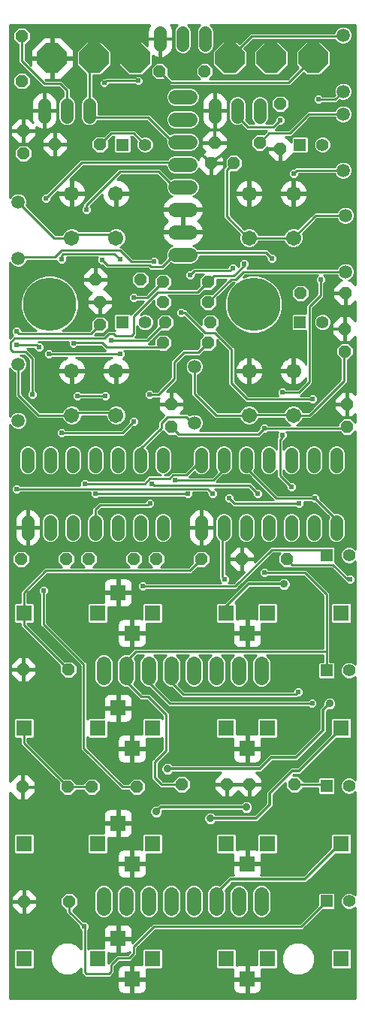
<source format=gbl>
G75*
%MOIN*%
%OFA0B0*%
%FSLAX24Y24*%
%IPPOS*%
%LPD*%
%AMOC8*
5,1,8,0,0,1.08239X$1,22.5*
%
%ADD10R,0.0712X0.0712*%
%ADD11OC8,0.0560*%
%ADD12R,0.0560X0.0560*%
%ADD13C,0.0560*%
%ADD14OC8,0.1306*%
%ADD15C,0.0560*%
%ADD16C,0.0594*%
%ADD17C,0.0640*%
%ADD18C,0.0673*%
%ADD19C,0.0100*%
%ADD20C,0.0238*%
%ADD21C,0.0138*%
%ADD22C,0.0087*%
%ADD23C,0.0356*%
%ADD24C,0.0120*%
%ADD25C,0.2362*%
D10*
X001377Y002120D03*
X001377Y007238D03*
X001377Y012356D03*
X001377Y017474D03*
X004644Y017474D03*
X005556Y018374D03*
X006174Y016574D03*
X007085Y017474D03*
X005556Y013256D03*
X006174Y011456D03*
X007085Y012356D03*
X005556Y008138D03*
X006174Y006338D03*
X007085Y007238D03*
X005556Y003020D03*
X006174Y001220D03*
X007085Y002120D03*
X004644Y002120D03*
X004644Y007238D03*
X004644Y012356D03*
X010353Y012356D03*
X011292Y011456D03*
X012204Y012356D03*
X011292Y016574D03*
X012204Y017474D03*
X010353Y017474D03*
X010353Y007238D03*
X011292Y006338D03*
X012204Y007238D03*
X012204Y002120D03*
X011292Y001220D03*
X010353Y002120D03*
X015471Y002120D03*
X015471Y007238D03*
X015471Y012356D03*
X015471Y017474D03*
D11*
X013050Y019850D03*
X011050Y019850D03*
X009250Y019850D03*
X007250Y019850D03*
X006250Y019850D03*
X004250Y019850D03*
X003250Y019850D03*
X001250Y019850D03*
X001350Y014950D03*
X003350Y014950D03*
X003325Y009746D03*
X004397Y009750D03*
X006397Y009750D03*
X008391Y009855D03*
X010391Y009855D03*
X011391Y009855D03*
X013391Y009855D03*
X015725Y025725D03*
X015725Y026725D03*
X015625Y029075D03*
X015625Y030075D03*
X015650Y031650D03*
X013650Y031650D03*
X012750Y038050D03*
X012750Y040050D03*
X011841Y038330D03*
X010700Y037425D03*
X009700Y037425D03*
X009841Y038330D03*
X009404Y041505D03*
X007404Y041505D03*
X004750Y038250D03*
X002750Y038250D03*
X001350Y037850D03*
X001350Y038850D03*
X001291Y041068D03*
X001291Y043068D03*
X004550Y032250D03*
X004750Y031250D03*
X004750Y030250D03*
X006550Y032250D03*
X007550Y032150D03*
X007550Y031250D03*
X007650Y030350D03*
X007550Y029450D03*
X007925Y026725D03*
X007925Y025725D03*
X009550Y029450D03*
X009650Y030350D03*
X009550Y031250D03*
X009550Y032150D03*
X001325Y009746D03*
X001391Y004655D03*
X003391Y004655D03*
D12*
X005759Y030368D03*
X005759Y038242D03*
X013633Y038242D03*
X013633Y030368D03*
X014814Y020033D03*
X014814Y014915D03*
X014814Y009797D03*
X014814Y004679D03*
D13*
X015814Y004679D03*
X015814Y009797D03*
X015814Y014915D03*
X015814Y020033D03*
X014633Y030368D03*
X014633Y038242D03*
X006759Y038242D03*
X006759Y030368D03*
D14*
X006337Y042081D03*
X004487Y042081D03*
X002637Y042081D03*
X010511Y042081D03*
X012361Y042081D03*
X014211Y042081D03*
D15*
X011850Y040030D02*
X011850Y039470D01*
X010850Y039470D02*
X010850Y040030D01*
X009850Y040030D02*
X009850Y039470D01*
X009429Y042665D02*
X009429Y043225D01*
X008429Y043225D02*
X008429Y042665D01*
X007429Y042665D02*
X007429Y043225D01*
X004291Y040035D02*
X004291Y039475D01*
X003291Y039475D02*
X003291Y040035D01*
X002291Y040035D02*
X002291Y039475D01*
X002550Y024530D02*
X002550Y023970D01*
X001550Y023970D02*
X001550Y024530D01*
X001550Y021530D02*
X001550Y020970D01*
X002550Y020970D02*
X002550Y021530D01*
X003550Y021530D02*
X003550Y020970D01*
X004550Y020970D02*
X004550Y021530D01*
X004550Y023970D02*
X004550Y024530D01*
X003550Y024530D02*
X003550Y023970D01*
X005550Y023970D02*
X005550Y024530D01*
X006550Y024530D02*
X006550Y023970D01*
X007550Y023970D02*
X007550Y024530D01*
X007550Y021530D02*
X007550Y020970D01*
X006550Y020970D02*
X006550Y021530D01*
X005550Y021530D02*
X005550Y020970D01*
X009250Y020970D02*
X009250Y021530D01*
X010250Y021530D02*
X010250Y020970D01*
X011250Y020970D02*
X011250Y021530D01*
X012250Y021530D02*
X012250Y020970D01*
X013250Y020970D02*
X013250Y021530D01*
X014250Y021530D02*
X014250Y020970D01*
X015250Y020970D02*
X015250Y021530D01*
X015250Y023970D02*
X015250Y024530D01*
X014250Y024530D02*
X014250Y023970D01*
X013250Y023970D02*
X013250Y024530D01*
X012250Y024530D02*
X012250Y023970D01*
X011250Y023970D02*
X011250Y024530D01*
X010250Y024530D02*
X010250Y023970D01*
X009250Y023970D02*
X009250Y024530D01*
D16*
X008950Y025900D03*
X008950Y028400D03*
X015550Y037100D03*
X015650Y035100D03*
X015650Y032600D03*
X015550Y039600D03*
X015550Y040600D03*
X015550Y043100D03*
X001125Y035700D03*
X001125Y033200D03*
X001125Y028500D03*
X001125Y026000D03*
D17*
X004924Y015231D02*
X004924Y014591D01*
X005924Y014591D02*
X005924Y015231D01*
X006924Y015231D02*
X006924Y014591D01*
X007924Y014591D02*
X007924Y015231D01*
X008924Y015231D02*
X008924Y014591D01*
X009924Y014591D02*
X009924Y015231D01*
X010924Y015231D02*
X010924Y014591D01*
X011924Y014591D02*
X011924Y015231D01*
X011924Y004995D02*
X011924Y004355D01*
X010924Y004355D02*
X010924Y004995D01*
X009924Y004995D02*
X009924Y004355D01*
X008924Y004355D02*
X008924Y004995D01*
X007924Y004995D02*
X007924Y004355D01*
X006924Y004355D02*
X006924Y004995D01*
X005924Y004995D02*
X005924Y004355D01*
X004924Y004355D02*
X004924Y004995D01*
X008104Y033364D02*
X008744Y033364D01*
X008744Y034364D02*
X008104Y034364D01*
X008104Y035364D02*
X008744Y035364D01*
X008744Y036364D02*
X008104Y036364D01*
X008104Y037364D02*
X008744Y037364D01*
X008744Y038364D02*
X008104Y038364D01*
X008104Y039364D02*
X008744Y039364D01*
X008744Y040364D02*
X008104Y040364D01*
D18*
X005471Y036077D03*
X005471Y034108D03*
X003503Y034108D03*
X003503Y036077D03*
X003503Y028203D03*
X003503Y026234D03*
X005471Y026234D03*
X005471Y028203D03*
X011377Y028203D03*
X011377Y026234D03*
X013345Y026234D03*
X013345Y028203D03*
X013345Y034108D03*
X013345Y036077D03*
X011377Y036077D03*
X011377Y034108D03*
D19*
X000758Y009506D02*
X000758Y000360D01*
X016090Y000360D01*
X016090Y004403D01*
X016035Y004349D01*
X015891Y004289D01*
X015736Y004289D01*
X015593Y004349D01*
X015483Y004458D01*
X015424Y004602D01*
X015424Y004757D01*
X015483Y004900D01*
X015593Y005010D01*
X015736Y005069D01*
X015891Y005069D01*
X016035Y005010D01*
X016090Y004955D01*
X016090Y009522D01*
X016035Y009467D01*
X015891Y009407D01*
X015736Y009407D01*
X015593Y009467D01*
X015483Y009576D01*
X015424Y009720D01*
X015424Y009875D01*
X015483Y010018D01*
X015593Y010128D01*
X015736Y010187D01*
X015891Y010187D01*
X016035Y010128D01*
X016090Y010073D01*
X016090Y014640D01*
X016035Y014585D01*
X015891Y014525D01*
X015736Y014525D01*
X015593Y014585D01*
X015483Y014694D01*
X015424Y014838D01*
X015424Y014993D01*
X015483Y015136D01*
X015593Y015246D01*
X015736Y015305D01*
X015891Y015305D01*
X016035Y015246D01*
X016090Y015191D01*
X016090Y019758D01*
X016035Y019703D01*
X015891Y019643D01*
X015736Y019643D01*
X015593Y019703D01*
X015483Y019813D01*
X015424Y019956D01*
X015424Y020111D01*
X015483Y020254D01*
X015593Y020364D01*
X015736Y020423D01*
X015891Y020423D01*
X016035Y020364D01*
X016090Y020309D01*
X016090Y025538D01*
X015887Y025335D01*
X015563Y025335D01*
X015408Y025490D01*
X013034Y025490D01*
X013079Y025445D01*
X013079Y025255D01*
X012945Y025121D01*
X012938Y025121D01*
X012914Y025097D01*
X012914Y025097D01*
X012903Y025086D01*
X012903Y024712D01*
X012919Y024751D01*
X013029Y024861D01*
X013172Y024920D01*
X013328Y024920D01*
X013471Y024861D01*
X013581Y024751D01*
X013640Y024608D01*
X013640Y023892D01*
X013581Y023749D01*
X013471Y023639D01*
X013328Y023580D01*
X013172Y023580D01*
X013029Y023639D01*
X012919Y023749D01*
X012903Y023788D01*
X012903Y023614D01*
X013238Y023279D01*
X013345Y023279D01*
X013479Y023145D01*
X013479Y022955D01*
X013345Y022821D01*
X013155Y022821D01*
X013021Y022955D01*
X013021Y023062D01*
X012686Y023397D01*
X012597Y023486D01*
X012597Y023788D01*
X012581Y023749D01*
X012471Y023639D01*
X012328Y023580D01*
X012172Y023580D01*
X012029Y023639D01*
X011919Y023749D01*
X011860Y023892D01*
X011860Y024608D01*
X011919Y024751D01*
X012029Y024861D01*
X012172Y024920D01*
X012328Y024920D01*
X012471Y024861D01*
X012581Y024751D01*
X012597Y024712D01*
X012597Y025214D01*
X012630Y025246D01*
X012621Y025255D01*
X012621Y025445D01*
X012666Y025490D01*
X012214Y025490D01*
X012145Y025421D01*
X012047Y025421D01*
X011866Y025240D01*
X008184Y025240D01*
X008090Y025334D01*
X008088Y025336D01*
X008087Y025335D01*
X007763Y025335D01*
X007558Y025541D01*
X007539Y025522D01*
X006824Y024807D01*
X006881Y024751D01*
X006940Y024608D01*
X006940Y023892D01*
X006881Y023749D01*
X006771Y023639D01*
X006628Y023580D01*
X006472Y023580D01*
X006329Y023639D01*
X006219Y023749D01*
X006160Y023892D01*
X006160Y024608D01*
X006219Y024751D01*
X006329Y024861D01*
X006472Y024920D01*
X006503Y024920D01*
X007322Y025739D01*
X007322Y025964D01*
X007597Y026239D01*
X007601Y026243D01*
X007355Y026489D01*
X007355Y026695D01*
X007895Y026695D01*
X007895Y026755D01*
X007895Y027295D01*
X007712Y027295D01*
X008114Y027697D01*
X008203Y027786D01*
X008203Y028536D01*
X008539Y028872D01*
X009189Y028872D01*
X009383Y029066D01*
X009388Y029060D01*
X009712Y029060D01*
X009940Y029288D01*
X009940Y029589D01*
X010438Y029091D01*
X010438Y027591D01*
X011227Y026801D01*
X014020Y026801D01*
X014096Y026726D01*
X014286Y026726D01*
X014420Y026860D01*
X014420Y027050D01*
X014286Y027184D01*
X014096Y027184D01*
X014020Y027108D01*
X013661Y027108D01*
X013744Y027191D01*
X014203Y027650D01*
X014203Y027777D01*
X014203Y030986D01*
X014614Y031397D01*
X014703Y031486D01*
X014703Y032079D01*
X014779Y032155D01*
X014779Y032345D01*
X014677Y032447D01*
X015273Y032447D01*
X015305Y032369D01*
X015419Y032255D01*
X015503Y032220D01*
X015414Y032220D01*
X015080Y031886D01*
X015080Y031680D01*
X015620Y031680D01*
X015620Y031620D01*
X015680Y031620D01*
X015680Y031080D01*
X015886Y031080D01*
X016090Y031284D01*
X016090Y030416D01*
X015861Y030645D01*
X015655Y030645D01*
X015655Y030105D01*
X015595Y030105D01*
X015595Y030645D01*
X015389Y030645D01*
X015055Y030311D01*
X015055Y030105D01*
X015595Y030105D01*
X015595Y030045D01*
X015655Y030045D01*
X015655Y029505D01*
X015861Y029505D01*
X016090Y029734D01*
X016090Y027166D01*
X015961Y027295D01*
X015755Y027295D01*
X015755Y026755D01*
X015695Y026755D01*
X015695Y027295D01*
X015489Y027295D01*
X015155Y026961D01*
X015155Y026755D01*
X015695Y026755D01*
X015695Y026695D01*
X015755Y026695D01*
X015755Y026155D01*
X015961Y026155D01*
X016090Y026284D01*
X016090Y025912D01*
X015887Y026115D01*
X015563Y026115D01*
X015335Y025887D01*
X015335Y025810D01*
X013488Y025810D01*
X013598Y025856D01*
X013724Y025981D01*
X013765Y026081D01*
X014134Y026081D01*
X015654Y027601D01*
X015744Y027691D01*
X015744Y028685D01*
X015787Y028685D01*
X016015Y028913D01*
X016015Y029237D01*
X015787Y029465D01*
X015463Y029465D01*
X015235Y029237D01*
X015235Y028913D01*
X015438Y028711D01*
X015438Y027818D01*
X014007Y026388D01*
X013765Y026388D01*
X013724Y026487D01*
X013598Y026613D01*
X013434Y026681D01*
X013256Y026681D01*
X013092Y026613D01*
X012967Y026487D01*
X012934Y026408D01*
X011788Y026408D01*
X011755Y026487D01*
X011630Y026613D01*
X011466Y026681D01*
X011288Y026681D01*
X011124Y026613D01*
X010998Y026487D01*
X010957Y026388D01*
X009975Y026388D01*
X009103Y027259D01*
X009103Y028023D01*
X009181Y028055D01*
X009295Y028169D01*
X009357Y028319D01*
X009357Y028481D01*
X009295Y028631D01*
X009181Y028745D01*
X009031Y028807D01*
X008869Y028807D01*
X008719Y028745D01*
X008605Y028631D01*
X008543Y028481D01*
X008543Y028319D01*
X008605Y028169D01*
X008719Y028055D01*
X008797Y028023D01*
X008797Y027132D01*
X009758Y026171D01*
X009848Y026081D01*
X010957Y026081D01*
X010998Y025981D01*
X011124Y025856D01*
X011288Y025788D01*
X011466Y025788D01*
X011630Y025856D01*
X011755Y025981D01*
X011805Y026101D01*
X012917Y026101D01*
X012967Y025981D01*
X013092Y025856D01*
X013203Y025810D01*
X012214Y025810D01*
X012145Y025879D01*
X011955Y025879D01*
X011821Y025745D01*
X011821Y025647D01*
X011734Y025560D01*
X009186Y025560D01*
X009295Y025669D01*
X009357Y025819D01*
X009357Y025981D01*
X009295Y026131D01*
X009181Y026245D01*
X009031Y026307D01*
X008869Y026307D01*
X008721Y026246D01*
X008639Y026328D01*
X008334Y026328D01*
X008495Y026489D01*
X008495Y026695D01*
X007955Y026695D01*
X007955Y026755D01*
X007895Y026755D01*
X007355Y026755D01*
X007355Y026961D01*
X007391Y026997D01*
X007121Y026997D01*
X007045Y026921D01*
X006855Y026921D01*
X006721Y027055D01*
X006721Y027245D01*
X006855Y027379D01*
X007045Y027379D01*
X007121Y027303D01*
X007286Y027303D01*
X007897Y027914D01*
X007897Y028664D01*
X008322Y029089D01*
X008411Y029178D01*
X009061Y029178D01*
X009166Y029283D01*
X009160Y029288D01*
X009160Y029612D01*
X009326Y029778D01*
X008495Y030609D01*
X008461Y030576D01*
X008271Y030576D01*
X008137Y030710D01*
X008137Y030900D01*
X008271Y031034D01*
X008461Y031034D01*
X008537Y030958D01*
X008579Y030958D01*
X008669Y030868D01*
X009260Y030277D01*
X009260Y030512D01*
X009488Y030740D01*
X009812Y030740D01*
X010040Y030512D01*
X010040Y030188D01*
X009907Y030055D01*
X009994Y029968D01*
X010654Y029308D01*
X010654Y029308D01*
X010744Y029218D01*
X010744Y027718D01*
X011354Y027108D01*
X012668Y027108D01*
X012621Y027155D01*
X012621Y027345D01*
X012755Y027479D01*
X012945Y027479D01*
X013016Y027408D01*
X013527Y027408D01*
X013897Y027777D01*
X013897Y027905D01*
X013881Y027874D01*
X013823Y027795D01*
X013753Y027725D01*
X013674Y027667D01*
X013586Y027622D01*
X013492Y027592D01*
X013395Y027576D01*
X013395Y028153D01*
X013295Y028153D01*
X012719Y028153D01*
X012734Y028056D01*
X012765Y027962D01*
X012809Y027874D01*
X012867Y027795D01*
X012937Y027725D01*
X013017Y027667D01*
X013105Y027622D01*
X013199Y027592D01*
X013295Y027576D01*
X013295Y028153D01*
X013295Y028253D01*
X012719Y028253D01*
X012734Y028349D01*
X012765Y028443D01*
X012809Y028531D01*
X012867Y028611D01*
X012937Y028681D01*
X013017Y028739D01*
X013105Y028783D01*
X013199Y028814D01*
X013295Y028829D01*
X013295Y028253D01*
X013395Y028253D01*
X013395Y028829D01*
X013492Y028814D01*
X013586Y028783D01*
X013674Y028739D01*
X013753Y028681D01*
X013823Y028611D01*
X013881Y028531D01*
X013897Y028501D01*
X013897Y029978D01*
X013307Y029978D01*
X013243Y030043D01*
X013243Y030694D01*
X013307Y030758D01*
X013897Y030758D01*
X013897Y031114D01*
X014397Y031614D01*
X014397Y032079D01*
X014321Y032155D01*
X014321Y032345D01*
X014423Y032447D01*
X011189Y032447D01*
X011110Y032368D01*
X011404Y032447D01*
X011744Y032447D01*
X012072Y032359D01*
X012366Y032189D01*
X012607Y031948D01*
X012777Y031654D01*
X012865Y031325D01*
X012865Y030986D01*
X012777Y030657D01*
X012607Y030363D01*
X012366Y030122D01*
X012072Y029952D01*
X011744Y029864D01*
X011404Y029864D01*
X011075Y029952D01*
X010781Y030122D01*
X010540Y030363D01*
X010371Y030657D01*
X010283Y030986D01*
X010283Y031325D01*
X010371Y031654D01*
X010540Y031948D01*
X010714Y032122D01*
X010639Y032122D01*
X009934Y031417D01*
X009940Y031412D01*
X009940Y031088D01*
X009712Y030860D01*
X009388Y030860D01*
X009160Y031088D01*
X009160Y031412D01*
X009388Y031640D01*
X009712Y031640D01*
X009717Y031634D01*
X010355Y032272D01*
X009940Y032272D01*
X009940Y031988D01*
X009712Y031760D01*
X009388Y031760D01*
X009383Y031766D01*
X009253Y031636D01*
X009164Y031547D01*
X007805Y031547D01*
X007940Y031412D01*
X007940Y031088D01*
X007712Y030860D01*
X007388Y030860D01*
X007160Y031088D01*
X007160Y031318D01*
X006543Y030701D01*
X006681Y030758D01*
X006836Y030758D01*
X006980Y030699D01*
X007089Y030589D01*
X007149Y030446D01*
X007149Y030291D01*
X007089Y030147D01*
X006980Y030037D01*
X006836Y029978D01*
X006681Y029978D01*
X006538Y030037D01*
X006428Y030147D01*
X006403Y030207D01*
X006403Y029786D01*
X006320Y029703D01*
X006786Y029703D01*
X007266Y030183D01*
X007260Y030188D01*
X007260Y030512D01*
X007488Y030740D01*
X007812Y030740D01*
X008040Y030512D01*
X008040Y030188D01*
X007812Y029960D01*
X007488Y029960D01*
X007483Y029966D01*
X007003Y029486D01*
X006920Y029403D01*
X007160Y029403D01*
X007160Y029612D01*
X007388Y029840D01*
X007712Y029840D01*
X007940Y029612D01*
X007940Y029288D01*
X007712Y029060D01*
X007388Y029060D01*
X007352Y029097D01*
X005827Y029097D01*
X005879Y029045D01*
X005879Y028855D01*
X005775Y028751D01*
X005800Y028739D01*
X005879Y028681D01*
X005949Y028611D01*
X006007Y028531D01*
X006052Y028443D01*
X006082Y028349D01*
X006098Y028253D01*
X005521Y028253D01*
X005521Y028153D01*
X005521Y027576D01*
X005618Y027592D01*
X005712Y027622D01*
X005800Y027667D01*
X005879Y027725D01*
X005949Y027795D01*
X006007Y027874D01*
X006052Y027962D01*
X006082Y028056D01*
X006098Y028153D01*
X005521Y028153D01*
X005421Y028153D01*
X004845Y028153D01*
X004860Y028056D01*
X004891Y027962D01*
X004935Y027874D01*
X004993Y027795D01*
X005063Y027725D01*
X005143Y027667D01*
X005231Y027622D01*
X005325Y027592D01*
X005421Y027576D01*
X005421Y028153D01*
X005421Y028253D01*
X004845Y028253D01*
X004860Y028349D01*
X004891Y028443D01*
X004935Y028531D01*
X004993Y028611D01*
X005063Y028681D01*
X005143Y028739D01*
X005231Y028783D01*
X005272Y028797D01*
X003702Y028797D01*
X003743Y028783D01*
X003831Y028739D01*
X003911Y028681D01*
X003981Y028611D01*
X004039Y028531D01*
X004083Y028443D01*
X004114Y028349D01*
X004129Y028253D01*
X003553Y028253D01*
X003553Y028153D01*
X004129Y028153D01*
X004114Y028056D01*
X004083Y027962D01*
X004039Y027874D01*
X003981Y027795D01*
X003911Y027725D01*
X003831Y027667D01*
X003743Y027622D01*
X003649Y027592D01*
X003553Y027576D01*
X003553Y028153D01*
X003453Y028153D01*
X003453Y027576D01*
X003356Y027592D01*
X003262Y027622D01*
X003174Y027667D01*
X003095Y027725D01*
X003025Y027795D01*
X002967Y027874D01*
X002922Y027962D01*
X002892Y028056D01*
X002876Y028153D01*
X003453Y028153D01*
X003453Y028253D01*
X002876Y028253D01*
X002892Y028349D01*
X002922Y028443D01*
X002967Y028531D01*
X003025Y028611D01*
X003095Y028681D01*
X003174Y028739D01*
X003262Y028783D01*
X003303Y028797D01*
X002671Y028797D01*
X002595Y028721D01*
X002405Y028721D01*
X002271Y028855D01*
X002271Y029045D01*
X002405Y029179D01*
X002595Y029179D01*
X002671Y029103D01*
X004980Y029103D01*
X004897Y029186D01*
X004786Y029297D01*
X003771Y029297D01*
X003670Y029196D01*
X003480Y029196D01*
X003346Y029330D01*
X003346Y029497D01*
X002030Y029497D01*
X002047Y029479D01*
X002145Y029479D01*
X002279Y029345D01*
X002279Y029155D01*
X002145Y029021D01*
X001955Y029021D01*
X001821Y029155D01*
X001821Y029190D01*
X001527Y029190D01*
X001603Y029114D01*
X001603Y029114D01*
X001814Y028903D01*
X001814Y028903D01*
X001903Y028814D01*
X001903Y027321D01*
X001979Y027245D01*
X001979Y027055D01*
X001845Y026921D01*
X001655Y026921D01*
X001521Y027055D01*
X001521Y027245D01*
X001597Y027321D01*
X001597Y028686D01*
X001386Y028897D01*
X001231Y028897D01*
X001356Y028845D01*
X001470Y028731D01*
X001532Y028581D01*
X001532Y028419D01*
X001470Y028269D01*
X001356Y028155D01*
X001278Y028123D01*
X001278Y027199D01*
X002090Y026388D01*
X003083Y026388D01*
X003124Y026487D01*
X003250Y026613D01*
X003414Y026681D01*
X003592Y026681D01*
X003756Y026613D01*
X003860Y026508D01*
X005114Y026508D01*
X005218Y026613D01*
X005382Y026681D01*
X005560Y026681D01*
X005724Y026613D01*
X005850Y026487D01*
X005918Y026323D01*
X005918Y026145D01*
X005850Y025981D01*
X005724Y025856D01*
X005560Y025788D01*
X005382Y025788D01*
X005218Y025856D01*
X005093Y025981D01*
X005025Y026145D01*
X005025Y026201D01*
X003949Y026201D01*
X003949Y026145D01*
X003881Y025981D01*
X003756Y025856D01*
X003592Y025788D01*
X003414Y025788D01*
X003250Y025856D01*
X003124Y025981D01*
X003083Y026081D01*
X001963Y026081D01*
X001873Y026171D01*
X000972Y027072D01*
X000972Y028123D01*
X000894Y028155D01*
X000780Y028269D01*
X000758Y028321D01*
X000758Y026179D01*
X000780Y026231D01*
X000894Y026345D01*
X001044Y026407D01*
X001206Y026407D01*
X001356Y026345D01*
X001470Y026231D01*
X001532Y026081D01*
X001532Y025919D01*
X001470Y025769D01*
X001356Y025655D01*
X001206Y025593D01*
X001044Y025593D01*
X000894Y025655D01*
X000780Y025769D01*
X000758Y025821D01*
X000758Y009986D01*
X001089Y010316D01*
X001295Y010316D01*
X001295Y009776D01*
X001355Y009776D01*
X001895Y009776D01*
X001895Y009982D01*
X001561Y010316D01*
X001355Y010316D01*
X001355Y009776D01*
X001355Y009716D01*
X001895Y009716D01*
X001895Y009510D01*
X001561Y009176D01*
X001355Y009176D01*
X001355Y009716D01*
X001295Y009716D01*
X001295Y009176D01*
X001089Y009176D01*
X000758Y009506D01*
X000758Y009411D02*
X000854Y009411D01*
X000758Y009312D02*
X000953Y009312D01*
X001051Y009214D02*
X000758Y009214D01*
X000758Y009115D02*
X011137Y009115D01*
X011087Y009094D02*
X011013Y009020D01*
X007380Y009020D01*
X007298Y008938D01*
X007193Y008938D01*
X007087Y008894D01*
X007006Y008813D01*
X006962Y008707D01*
X006962Y008593D01*
X007006Y008487D01*
X007087Y008406D01*
X007193Y008362D01*
X007307Y008362D01*
X007413Y008406D01*
X007494Y008487D01*
X007538Y008593D01*
X007538Y008680D01*
X011013Y008680D01*
X011087Y008606D01*
X011193Y008562D01*
X011307Y008562D01*
X011413Y008606D01*
X011494Y008687D01*
X011538Y008793D01*
X011538Y008907D01*
X011494Y009013D01*
X011413Y009094D01*
X011307Y009138D01*
X011193Y009138D01*
X011087Y009094D01*
X011155Y009285D02*
X011361Y009285D01*
X011361Y009825D01*
X010421Y009825D01*
X010421Y009885D01*
X010821Y009885D01*
X011361Y009885D01*
X011361Y009825D01*
X011421Y009825D01*
X011421Y009885D01*
X011961Y009885D01*
X011961Y010091D01*
X011672Y010380D01*
X011920Y010380D01*
X012420Y010880D01*
X013520Y010880D01*
X014720Y012080D01*
X014720Y012080D01*
X014820Y012180D01*
X014820Y013080D01*
X014902Y013162D01*
X015007Y013162D01*
X015113Y013206D01*
X015194Y013287D01*
X015238Y013393D01*
X015238Y013507D01*
X015194Y013613D01*
X015113Y013694D01*
X015007Y013738D01*
X014893Y013738D01*
X014787Y013694D01*
X014706Y013613D01*
X014662Y013507D01*
X014662Y013402D01*
X014480Y013220D01*
X014480Y012320D01*
X013380Y011220D01*
X012280Y011220D01*
X011780Y010720D01*
X007987Y010720D01*
X007913Y010794D01*
X007807Y010838D01*
X007693Y010838D01*
X007587Y010794D01*
X007506Y010713D01*
X007462Y010607D01*
X007462Y010493D01*
X007506Y010387D01*
X007587Y010306D01*
X007693Y010262D01*
X007807Y010262D01*
X007913Y010306D01*
X007987Y010380D01*
X010110Y010380D01*
X009821Y010091D01*
X009821Y009885D01*
X010361Y009885D01*
X010361Y009825D01*
X009821Y009825D01*
X009821Y009619D01*
X010155Y009285D01*
X010361Y009285D01*
X010361Y009825D01*
X010421Y009825D01*
X010421Y009285D01*
X010627Y009285D01*
X010891Y009549D01*
X011155Y009285D01*
X011128Y009312D02*
X010654Y009312D01*
X010753Y009411D02*
X011029Y009411D01*
X010931Y009509D02*
X010851Y009509D01*
X011361Y009509D02*
X011421Y009509D01*
X011421Y009411D02*
X011361Y009411D01*
X011361Y009312D02*
X011421Y009312D01*
X011421Y009285D02*
X011627Y009285D01*
X011961Y009619D01*
X011961Y009825D01*
X011421Y009825D01*
X011421Y009285D01*
X011363Y009115D02*
X012121Y009115D01*
X012121Y009025D02*
X011616Y008520D01*
X009887Y008520D01*
X009813Y008594D01*
X009707Y008638D01*
X009593Y008638D01*
X009487Y008594D01*
X009406Y008513D01*
X009362Y008407D01*
X009362Y008293D01*
X009406Y008187D01*
X009487Y008106D01*
X009593Y008062D01*
X009707Y008062D01*
X009813Y008106D01*
X009887Y008180D01*
X011757Y008180D01*
X012361Y008785D01*
X012461Y008884D01*
X012461Y009384D01*
X013001Y009924D01*
X013001Y009693D01*
X013229Y009465D01*
X013552Y009465D01*
X013781Y009693D01*
X013781Y009701D01*
X014424Y009701D01*
X014424Y009472D01*
X014488Y009407D01*
X015139Y009407D01*
X015204Y009472D01*
X015204Y010123D01*
X015139Y010187D01*
X014488Y010187D01*
X014424Y010123D01*
X014424Y010008D01*
X013781Y010008D01*
X013781Y010016D01*
X013552Y010245D01*
X013321Y010245D01*
X013361Y010285D01*
X013661Y010285D01*
X015267Y011890D01*
X015873Y011890D01*
X015937Y011955D01*
X015937Y012758D01*
X015873Y012823D01*
X015069Y012823D01*
X015005Y012758D01*
X015005Y012109D01*
X013521Y010625D01*
X013221Y010625D01*
X013121Y010525D01*
X012121Y009525D01*
X012121Y009025D01*
X012112Y009017D02*
X011491Y009017D01*
X011534Y008918D02*
X012014Y008918D01*
X011915Y008820D02*
X011538Y008820D01*
X011508Y008721D02*
X011817Y008721D01*
X011718Y008623D02*
X011430Y008623D01*
X011620Y008524D02*
X009883Y008524D01*
X009745Y008623D02*
X011070Y008623D01*
X010755Y007704D02*
X009951Y007704D01*
X009887Y007640D01*
X009887Y006836D01*
X009951Y006772D01*
X010656Y006772D01*
X010646Y006723D01*
X010646Y006388D01*
X011242Y006388D01*
X011242Y006288D01*
X010646Y006288D01*
X010646Y005953D01*
X010657Y005897D01*
X010679Y005845D01*
X010695Y005820D01*
X010480Y005820D01*
X010380Y005720D01*
X010063Y005403D01*
X010010Y005425D01*
X009838Y005425D01*
X009680Y005360D01*
X009559Y005239D01*
X009494Y005081D01*
X009494Y004270D01*
X009559Y004112D01*
X009680Y003991D01*
X009838Y003925D01*
X010010Y003925D01*
X010168Y003991D01*
X010289Y004112D01*
X010354Y004270D01*
X010354Y005081D01*
X010315Y005175D01*
X010620Y005480D01*
X013920Y005480D01*
X015212Y006772D01*
X015873Y006772D01*
X015937Y006836D01*
X015937Y007640D01*
X015873Y007704D01*
X015069Y007704D01*
X015005Y007640D01*
X015005Y007045D01*
X013780Y005820D01*
X011889Y005820D01*
X011905Y005845D01*
X011927Y005897D01*
X011938Y005953D01*
X011938Y006288D01*
X011342Y006288D01*
X011342Y006388D01*
X011938Y006388D01*
X011938Y006723D01*
X011929Y006772D01*
X012605Y006772D01*
X012670Y006836D01*
X012670Y007640D01*
X012605Y007704D01*
X011802Y007704D01*
X011737Y007640D01*
X011737Y006971D01*
X011733Y006973D01*
X011677Y006984D01*
X011342Y006984D01*
X011342Y006388D01*
X011242Y006388D01*
X011242Y006984D01*
X010907Y006984D01*
X010851Y006973D01*
X010819Y006960D01*
X010819Y007640D01*
X010755Y007704D01*
X010819Y007638D02*
X011737Y007638D01*
X011737Y007539D02*
X010819Y007539D01*
X010819Y007441D02*
X011737Y007441D01*
X011737Y007342D02*
X010819Y007342D01*
X010819Y007244D02*
X011737Y007244D01*
X011737Y007145D02*
X010819Y007145D01*
X010819Y007047D02*
X011737Y007047D01*
X011933Y006751D02*
X014711Y006751D01*
X014809Y006850D02*
X012670Y006850D01*
X012670Y006948D02*
X014908Y006948D01*
X015005Y007047D02*
X012670Y007047D01*
X012670Y007145D02*
X015005Y007145D01*
X015005Y007244D02*
X012670Y007244D01*
X012670Y007342D02*
X015005Y007342D01*
X015005Y007441D02*
X012670Y007441D01*
X012670Y007539D02*
X015005Y007539D01*
X015005Y007638D02*
X012670Y007638D01*
X012199Y008623D02*
X016090Y008623D01*
X016090Y008721D02*
X012298Y008721D01*
X012396Y008820D02*
X016090Y008820D01*
X016090Y008918D02*
X012461Y008918D01*
X012461Y009017D02*
X016090Y009017D01*
X016090Y009115D02*
X012461Y009115D01*
X012461Y009214D02*
X016090Y009214D01*
X016090Y009312D02*
X012461Y009312D01*
X012487Y009411D02*
X014485Y009411D01*
X014424Y009509D02*
X013597Y009509D01*
X013695Y009608D02*
X014424Y009608D01*
X014424Y010100D02*
X013697Y010100D01*
X013599Y010199D02*
X016090Y010199D01*
X016090Y010297D02*
X013674Y010297D01*
X013772Y010396D02*
X016090Y010396D01*
X016090Y010494D02*
X013871Y010494D01*
X013969Y010593D02*
X016090Y010593D01*
X016090Y010691D02*
X014068Y010691D01*
X014166Y010790D02*
X016090Y010790D01*
X016090Y010888D02*
X014265Y010888D01*
X014363Y010987D02*
X016090Y010987D01*
X016090Y011085D02*
X014462Y011085D01*
X014560Y011184D02*
X016090Y011184D01*
X016090Y011282D02*
X014659Y011282D01*
X014757Y011381D02*
X016090Y011381D01*
X016090Y011479D02*
X014856Y011479D01*
X014954Y011578D02*
X016090Y011578D01*
X016090Y011676D02*
X015053Y011676D01*
X015151Y011775D02*
X016090Y011775D01*
X016090Y011873D02*
X015250Y011873D01*
X014966Y012070D02*
X014710Y012070D01*
X014612Y011972D02*
X014867Y011972D01*
X014769Y011873D02*
X014513Y011873D01*
X014415Y011775D02*
X014670Y011775D01*
X014572Y011676D02*
X014316Y011676D01*
X014218Y011578D02*
X014473Y011578D01*
X014375Y011479D02*
X014119Y011479D01*
X014021Y011381D02*
X014276Y011381D01*
X014178Y011282D02*
X013922Y011282D01*
X013824Y011184D02*
X014079Y011184D01*
X013981Y011085D02*
X013725Y011085D01*
X013627Y010987D02*
X013882Y010987D01*
X013784Y010888D02*
X013528Y010888D01*
X013685Y010790D02*
X012330Y010790D01*
X012231Y010691D02*
X013587Y010691D01*
X013442Y011282D02*
X011938Y011282D01*
X011938Y011184D02*
X012243Y011184D01*
X012145Y011085D02*
X011938Y011085D01*
X011938Y011072D02*
X011938Y011406D01*
X011342Y011406D01*
X011342Y010810D01*
X011677Y010810D01*
X011733Y010821D01*
X011786Y010843D01*
X011833Y010875D01*
X011874Y010915D01*
X011905Y010963D01*
X011927Y011015D01*
X011938Y011072D01*
X011915Y010987D02*
X012046Y010987D01*
X011948Y010888D02*
X011846Y010888D01*
X011849Y010790D02*
X007918Y010790D01*
X007638Y011085D02*
X010646Y011085D01*
X010646Y011072D02*
X010657Y011015D01*
X010679Y010963D01*
X010711Y010915D01*
X010751Y010875D01*
X010799Y010843D01*
X010851Y010821D01*
X010907Y010810D01*
X011242Y010810D01*
X011242Y011406D01*
X011342Y011406D01*
X011342Y011506D01*
X011938Y011506D01*
X011938Y011841D01*
X011929Y011890D01*
X012605Y011890D01*
X012670Y011955D01*
X012670Y012758D01*
X012605Y012823D01*
X011802Y012823D01*
X011737Y012758D01*
X011737Y012090D01*
X011733Y012091D01*
X011677Y012103D01*
X011342Y012103D01*
X011342Y011506D01*
X011242Y011506D01*
X011242Y011406D01*
X010646Y011406D01*
X010646Y011072D01*
X010669Y010987D02*
X007540Y010987D01*
X007441Y010888D02*
X010738Y010888D01*
X010646Y011184D02*
X007737Y011184D01*
X007835Y011282D02*
X010646Y011282D01*
X010646Y011381D02*
X007844Y011381D01*
X007844Y011291D02*
X007844Y013018D01*
X007044Y013818D01*
X006954Y013908D01*
X006654Y013908D01*
X006252Y014311D01*
X006289Y014348D01*
X006354Y014506D01*
X006354Y015317D01*
X006290Y015473D01*
X006414Y015597D01*
X006682Y015597D01*
X006680Y015596D01*
X006559Y015475D01*
X006494Y015317D01*
X006494Y014506D01*
X006559Y014348D01*
X006680Y014227D01*
X006838Y014161D01*
X006922Y014161D01*
X007786Y013297D01*
X014004Y013297D01*
X014080Y013221D01*
X014270Y013221D01*
X014404Y013355D01*
X014404Y013545D01*
X014270Y013679D01*
X014080Y013679D01*
X014004Y013603D01*
X007914Y013603D01*
X007229Y014288D01*
X007289Y014348D01*
X007354Y014506D01*
X007354Y015317D01*
X007289Y015475D01*
X007168Y015596D01*
X007166Y015597D01*
X007682Y015597D01*
X007680Y015596D01*
X007559Y015475D01*
X007494Y015317D01*
X007494Y014506D01*
X007559Y014348D01*
X007680Y014227D01*
X007838Y014161D01*
X007922Y014161D01*
X008386Y013697D01*
X013514Y013697D01*
X013538Y013721D01*
X013645Y013721D01*
X013779Y013855D01*
X013779Y014045D01*
X013645Y014179D01*
X013455Y014179D01*
X013321Y014045D01*
X013321Y014003D01*
X008514Y014003D01*
X008229Y014288D01*
X008289Y014348D01*
X008354Y014506D01*
X008354Y015317D01*
X008289Y015475D01*
X008168Y015596D01*
X008166Y015597D01*
X008682Y015597D01*
X008680Y015596D01*
X008559Y015475D01*
X008494Y015317D01*
X008494Y014506D01*
X008559Y014348D01*
X008680Y014227D01*
X008838Y014161D01*
X009010Y014161D01*
X009168Y014227D01*
X009289Y014348D01*
X009354Y014506D01*
X009354Y015317D01*
X009289Y015475D01*
X009168Y015596D01*
X009166Y015597D01*
X009682Y015597D01*
X009680Y015596D01*
X009559Y015475D01*
X009494Y015317D01*
X009494Y014506D01*
X009559Y014348D01*
X009680Y014227D01*
X009838Y014161D01*
X010010Y014161D01*
X010168Y014227D01*
X010289Y014348D01*
X010354Y014506D01*
X010354Y015317D01*
X010289Y015475D01*
X010168Y015596D01*
X010166Y015597D01*
X010682Y015597D01*
X010680Y015596D01*
X010559Y015475D01*
X010494Y015317D01*
X010494Y014506D01*
X010559Y014348D01*
X010680Y014227D01*
X010838Y014161D01*
X011010Y014161D01*
X011168Y014227D01*
X011289Y014348D01*
X011354Y014506D01*
X011354Y015317D01*
X011289Y015475D01*
X011168Y015596D01*
X011166Y015597D01*
X011682Y015597D01*
X011680Y015596D01*
X011559Y015475D01*
X011494Y015317D01*
X011494Y014506D01*
X011559Y014348D01*
X011680Y014227D01*
X011838Y014161D01*
X012010Y014161D01*
X012168Y014227D01*
X012289Y014348D01*
X012354Y014506D01*
X012354Y015317D01*
X012289Y015475D01*
X012168Y015596D01*
X012166Y015597D01*
X014660Y015597D01*
X014660Y015305D01*
X014488Y015305D01*
X014424Y015241D01*
X014424Y014590D01*
X014488Y014525D01*
X015139Y014525D01*
X015204Y014590D01*
X015204Y015241D01*
X015139Y015305D01*
X014967Y015305D01*
X014967Y018350D01*
X014003Y019314D01*
X013914Y019403D01*
X012221Y019403D01*
X012145Y019479D01*
X011955Y019479D01*
X011821Y019345D01*
X011821Y019155D01*
X011955Y019021D01*
X012145Y019021D01*
X012221Y019097D01*
X013786Y019097D01*
X014660Y018223D01*
X014660Y015903D01*
X006286Y015903D01*
X006197Y015814D01*
X006034Y015651D01*
X006010Y015661D01*
X005838Y015661D01*
X005680Y015596D01*
X005559Y015475D01*
X005494Y015317D01*
X005494Y014506D01*
X005559Y014348D01*
X005680Y014227D01*
X005838Y014161D01*
X005967Y014161D01*
X006527Y013601D01*
X006827Y013601D01*
X007538Y012891D01*
X007538Y012772D01*
X007487Y012823D01*
X006684Y012823D01*
X006619Y012758D01*
X006619Y012090D01*
X006615Y012091D01*
X006559Y012103D01*
X006224Y012103D01*
X006224Y011506D01*
X006820Y011506D01*
X006820Y011841D01*
X006810Y011890D01*
X007487Y011890D01*
X007538Y011941D01*
X007538Y011418D01*
X007127Y011008D01*
X007038Y010918D01*
X007038Y010091D01*
X007338Y009791D01*
X007427Y009701D01*
X008001Y009701D01*
X008001Y009693D01*
X008229Y009465D01*
X008552Y009465D01*
X008781Y009693D01*
X008781Y010016D01*
X008552Y010245D01*
X008229Y010245D01*
X008001Y010016D01*
X008001Y010008D01*
X007554Y010008D01*
X007344Y010218D01*
X007344Y010791D01*
X007844Y011291D01*
X007844Y011479D02*
X011242Y011479D01*
X011242Y011506D02*
X010646Y011506D01*
X010646Y011841D01*
X010656Y011890D01*
X009951Y011890D01*
X009887Y011955D01*
X009887Y012758D01*
X009951Y012823D01*
X010755Y012823D01*
X010819Y012758D01*
X010819Y012078D01*
X010851Y012091D01*
X010907Y012103D01*
X011242Y012103D01*
X011242Y011506D01*
X011242Y011578D02*
X011342Y011578D01*
X011342Y011676D02*
X011242Y011676D01*
X011242Y011775D02*
X011342Y011775D01*
X011342Y011873D02*
X011242Y011873D01*
X011242Y011972D02*
X011342Y011972D01*
X011342Y012070D02*
X011242Y012070D01*
X010819Y012169D02*
X011737Y012169D01*
X011737Y012267D02*
X010819Y012267D01*
X010819Y012366D02*
X011737Y012366D01*
X011737Y012464D02*
X010819Y012464D01*
X010819Y012563D02*
X011737Y012563D01*
X011737Y012661D02*
X010819Y012661D01*
X010818Y012760D02*
X011739Y012760D01*
X011932Y011873D02*
X014033Y011873D01*
X014131Y011972D02*
X012670Y011972D01*
X012670Y012070D02*
X014230Y012070D01*
X014328Y012169D02*
X012670Y012169D01*
X012670Y012267D02*
X014427Y012267D01*
X014480Y012366D02*
X012670Y012366D01*
X012670Y012464D02*
X014480Y012464D01*
X014480Y012563D02*
X012670Y012563D01*
X012670Y012661D02*
X014480Y012661D01*
X014480Y012760D02*
X012668Y012760D01*
X012178Y014237D02*
X016090Y014237D01*
X016090Y014139D02*
X013685Y014139D01*
X013779Y014040D02*
X016090Y014040D01*
X016090Y013942D02*
X013779Y013942D01*
X013767Y013843D02*
X016090Y013843D01*
X016090Y013745D02*
X013668Y013745D01*
X013321Y014040D02*
X008477Y014040D01*
X008378Y014139D02*
X013415Y014139D01*
X014047Y013646D02*
X007871Y013646D01*
X007772Y013745D02*
X008339Y013745D01*
X008240Y013843D02*
X007674Y013843D01*
X007575Y013942D02*
X008142Y013942D01*
X008043Y014040D02*
X007477Y014040D01*
X007378Y014139D02*
X007945Y014139D01*
X007670Y014237D02*
X007280Y014237D01*
X007276Y014336D02*
X007572Y014336D01*
X007524Y014434D02*
X007324Y014434D01*
X007354Y014533D02*
X007494Y014533D01*
X007494Y014631D02*
X007354Y014631D01*
X007354Y014730D02*
X007494Y014730D01*
X007494Y014828D02*
X007354Y014828D01*
X007354Y014927D02*
X007494Y014927D01*
X007494Y015025D02*
X007354Y015025D01*
X007354Y015124D02*
X007494Y015124D01*
X007494Y015222D02*
X007354Y015222D01*
X007353Y015321D02*
X007496Y015321D01*
X007536Y015419D02*
X007312Y015419D01*
X007246Y015518D02*
X007602Y015518D01*
X006945Y014139D02*
X006424Y014139D01*
X006325Y014237D02*
X006670Y014237D01*
X006572Y014336D02*
X006276Y014336D01*
X006324Y014434D02*
X006524Y014434D01*
X006494Y014533D02*
X006354Y014533D01*
X006354Y014631D02*
X006494Y014631D01*
X006494Y014730D02*
X006354Y014730D01*
X006354Y014828D02*
X006494Y014828D01*
X006494Y014927D02*
X006354Y014927D01*
X006354Y015025D02*
X006494Y015025D01*
X006494Y015124D02*
X006354Y015124D01*
X006354Y015222D02*
X006494Y015222D01*
X006496Y015321D02*
X006353Y015321D01*
X006312Y015419D02*
X006536Y015419D01*
X006602Y015518D02*
X006334Y015518D01*
X006098Y015715D02*
X003726Y015715D01*
X003627Y015813D02*
X006196Y015813D01*
X006224Y015928D02*
X006559Y015928D01*
X006615Y015939D01*
X006668Y015961D01*
X006715Y015993D01*
X006755Y016033D01*
X006787Y016081D01*
X006809Y016134D01*
X006820Y016190D01*
X006820Y016524D01*
X006224Y016524D01*
X006224Y015928D01*
X006224Y016010D02*
X006124Y016010D01*
X006124Y015928D02*
X006124Y016524D01*
X006224Y016524D01*
X006224Y016624D01*
X006820Y016624D01*
X006820Y016959D01*
X006810Y017008D01*
X007487Y017008D01*
X007552Y017073D01*
X007552Y017876D01*
X007487Y017941D01*
X006684Y017941D01*
X006619Y017876D01*
X006619Y017208D01*
X006615Y017209D01*
X006559Y017221D01*
X006224Y017221D01*
X006224Y016624D01*
X006124Y016624D01*
X006124Y016524D01*
X005528Y016524D01*
X005528Y016190D01*
X005539Y016134D01*
X005561Y016081D01*
X005593Y016033D01*
X005633Y015993D01*
X005680Y015961D01*
X005733Y015939D01*
X005789Y015928D01*
X006124Y015928D01*
X006124Y016109D02*
X006224Y016109D01*
X006224Y016207D02*
X006124Y016207D01*
X006124Y016306D02*
X006224Y016306D01*
X006224Y016404D02*
X006124Y016404D01*
X006124Y016503D02*
X006224Y016503D01*
X006224Y016601D02*
X011242Y016601D01*
X011242Y016624D02*
X011242Y016524D01*
X011342Y016524D01*
X011342Y015928D01*
X011677Y015928D01*
X011733Y015939D01*
X011786Y015961D01*
X011833Y015993D01*
X011874Y016033D01*
X011905Y016081D01*
X011927Y016134D01*
X011938Y016190D01*
X011938Y016524D01*
X011342Y016524D01*
X011342Y016624D01*
X011938Y016624D01*
X011938Y016959D01*
X011929Y017008D01*
X012605Y017008D01*
X012670Y017073D01*
X012670Y017876D01*
X012605Y017941D01*
X011802Y017941D01*
X011737Y017876D01*
X011737Y017208D01*
X011733Y017209D01*
X011677Y017221D01*
X011342Y017221D01*
X011342Y016624D01*
X011242Y016624D01*
X010646Y016624D01*
X010646Y016959D01*
X010656Y017008D01*
X009951Y017008D01*
X009887Y017073D01*
X009887Y017876D01*
X009951Y017941D01*
X010300Y017941D01*
X011280Y018920D01*
X012688Y018920D01*
X012762Y018994D01*
X012868Y019038D01*
X012982Y019038D01*
X013088Y018994D01*
X013169Y018913D01*
X013213Y018807D01*
X013213Y018693D01*
X013169Y018587D01*
X013088Y018506D01*
X012982Y018462D01*
X012868Y018462D01*
X012762Y018506D01*
X012688Y018580D01*
X011420Y018580D01*
X010768Y017928D01*
X010819Y017876D01*
X010819Y017196D01*
X010851Y017209D01*
X010907Y017221D01*
X011242Y017221D01*
X011242Y016624D01*
X011242Y016700D02*
X011342Y016700D01*
X011342Y016798D02*
X011242Y016798D01*
X011242Y016897D02*
X011342Y016897D01*
X011342Y016995D02*
X011242Y016995D01*
X011242Y017094D02*
X011342Y017094D01*
X011342Y017192D02*
X011242Y017192D01*
X011342Y016601D02*
X014660Y016601D01*
X014660Y016503D02*
X011938Y016503D01*
X011938Y016404D02*
X014660Y016404D01*
X014660Y016306D02*
X011938Y016306D01*
X011938Y016207D02*
X014660Y016207D01*
X014660Y016109D02*
X011917Y016109D01*
X011850Y016010D02*
X014660Y016010D01*
X014660Y015912D02*
X003529Y015912D01*
X003430Y016010D02*
X005616Y016010D01*
X005549Y016109D02*
X003332Y016109D01*
X003233Y016207D02*
X005528Y016207D01*
X005528Y016306D02*
X003135Y016306D01*
X003036Y016404D02*
X005528Y016404D01*
X005528Y016503D02*
X002938Y016503D01*
X002839Y016601D02*
X006124Y016601D01*
X006124Y016624D02*
X005528Y016624D01*
X005528Y016959D01*
X005539Y017015D01*
X005561Y017068D01*
X005593Y017115D01*
X005633Y017156D01*
X005680Y017188D01*
X005733Y017209D01*
X005789Y017221D01*
X006124Y017221D01*
X006124Y016624D01*
X006124Y016700D02*
X006224Y016700D01*
X006224Y016798D02*
X006124Y016798D01*
X006124Y016897D02*
X006224Y016897D01*
X006224Y016995D02*
X006124Y016995D01*
X006124Y017094D02*
X006224Y017094D01*
X006224Y017192D02*
X006124Y017192D01*
X005997Y017739D02*
X006049Y017761D01*
X006097Y017793D01*
X006137Y017833D01*
X006169Y017881D01*
X006191Y017934D01*
X006202Y017990D01*
X006202Y018324D01*
X005606Y018324D01*
X005606Y017728D01*
X005941Y017728D01*
X005997Y017739D01*
X006082Y017783D02*
X006619Y017783D01*
X006619Y017685D02*
X005111Y017685D01*
X005115Y017739D02*
X005171Y017728D01*
X005506Y017728D01*
X005506Y018324D01*
X005606Y018324D01*
X005606Y018424D01*
X006202Y018424D01*
X006202Y018759D01*
X006191Y018815D01*
X006169Y018868D01*
X006137Y018915D01*
X006097Y018956D01*
X006049Y018988D01*
X005997Y019009D01*
X005941Y019021D01*
X005606Y019021D01*
X005606Y018424D01*
X005506Y018424D01*
X005506Y018324D01*
X004910Y018324D01*
X004910Y017990D01*
X004919Y017941D01*
X004243Y017941D01*
X004178Y017876D01*
X004178Y017073D01*
X004243Y017008D01*
X005046Y017008D01*
X005111Y017073D01*
X005111Y017741D01*
X005115Y017739D01*
X005111Y017586D02*
X006619Y017586D01*
X006619Y017488D02*
X005111Y017488D01*
X005111Y017389D02*
X006619Y017389D01*
X006619Y017291D02*
X005111Y017291D01*
X005111Y017192D02*
X005691Y017192D01*
X005578Y017094D02*
X005111Y017094D01*
X005506Y017783D02*
X005606Y017783D01*
X005606Y017882D02*
X005506Y017882D01*
X005506Y017980D02*
X005606Y017980D01*
X005606Y018079D02*
X005506Y018079D01*
X005506Y018177D02*
X005606Y018177D01*
X005606Y018276D02*
X005506Y018276D01*
X005506Y018374D02*
X002479Y018374D01*
X002479Y018355D02*
X002479Y018545D01*
X002345Y018679D01*
X002155Y018679D01*
X002021Y018545D01*
X002021Y018355D01*
X002097Y018279D01*
X002097Y016910D01*
X002186Y016820D01*
X003881Y015126D01*
X003881Y011407D01*
X003971Y011317D01*
X005691Y009597D01*
X006007Y009597D01*
X006007Y009588D01*
X006236Y009360D01*
X006559Y009360D01*
X006787Y009588D01*
X006787Y009912D01*
X006559Y010140D01*
X006236Y010140D01*
X006007Y009912D01*
X006007Y009903D01*
X005818Y009903D01*
X004188Y011534D01*
X004188Y011945D01*
X004243Y011890D01*
X005046Y011890D01*
X005111Y011955D01*
X005111Y012623D01*
X005115Y012621D01*
X005171Y012610D01*
X005506Y012610D01*
X005506Y013206D01*
X005606Y013206D01*
X005606Y012610D01*
X005941Y012610D01*
X005997Y012621D01*
X006049Y012643D01*
X006097Y012675D01*
X006137Y012715D01*
X006169Y012763D01*
X006191Y012815D01*
X006202Y012872D01*
X006202Y013206D01*
X005606Y013206D01*
X005606Y013306D01*
X006202Y013306D01*
X006202Y013641D01*
X006191Y013697D01*
X006169Y013750D01*
X006137Y013797D01*
X006097Y013838D01*
X006049Y013870D01*
X005997Y013891D01*
X005941Y013903D01*
X005606Y013903D01*
X005606Y013306D01*
X005506Y013306D01*
X005506Y013206D01*
X004910Y013206D01*
X004910Y012872D01*
X004919Y012823D01*
X004243Y012823D01*
X004188Y012767D01*
X004188Y015253D01*
X004098Y015342D01*
X002403Y017037D01*
X002403Y018279D01*
X002479Y018355D01*
X002403Y018276D02*
X004910Y018276D01*
X004910Y018177D02*
X002403Y018177D01*
X002403Y018079D02*
X004910Y018079D01*
X004912Y017980D02*
X002403Y017980D01*
X002403Y017882D02*
X004184Y017882D01*
X004178Y017783D02*
X002403Y017783D01*
X002403Y017685D02*
X004178Y017685D01*
X004178Y017586D02*
X002403Y017586D01*
X002403Y017488D02*
X004178Y017488D01*
X004178Y017389D02*
X002403Y017389D01*
X002403Y017291D02*
X004178Y017291D01*
X004178Y017192D02*
X002403Y017192D01*
X002403Y017094D02*
X004178Y017094D01*
X003824Y015616D02*
X004729Y015616D01*
X004680Y015596D02*
X004559Y015475D01*
X004494Y015317D01*
X004494Y014506D01*
X004559Y014348D01*
X004680Y014227D01*
X004838Y014161D01*
X005010Y014161D01*
X005168Y014227D01*
X005289Y014348D01*
X005354Y014506D01*
X005354Y015317D01*
X005289Y015475D01*
X005168Y015596D01*
X005010Y015661D01*
X004838Y015661D01*
X004680Y015596D01*
X004602Y015518D02*
X003923Y015518D01*
X004021Y015419D02*
X004536Y015419D01*
X004496Y015321D02*
X004120Y015321D01*
X004188Y015222D02*
X004494Y015222D01*
X004494Y015124D02*
X004188Y015124D01*
X004188Y015025D02*
X004494Y015025D01*
X004494Y014927D02*
X004188Y014927D01*
X004188Y014828D02*
X004494Y014828D01*
X004494Y014730D02*
X004188Y014730D01*
X004188Y014631D02*
X004494Y014631D01*
X004494Y014533D02*
X004188Y014533D01*
X004188Y014434D02*
X004524Y014434D01*
X004572Y014336D02*
X004188Y014336D01*
X004188Y014237D02*
X004670Y014237D01*
X004974Y013797D02*
X004943Y013750D01*
X004921Y013697D01*
X004910Y013641D01*
X004910Y013306D01*
X005506Y013306D01*
X005506Y013903D01*
X005171Y013903D01*
X005115Y013891D01*
X005062Y013870D01*
X005015Y013838D01*
X004974Y013797D01*
X004940Y013745D02*
X004188Y013745D01*
X004188Y013843D02*
X005023Y013843D01*
X004911Y013646D02*
X004188Y013646D01*
X004188Y013548D02*
X004910Y013548D01*
X004910Y013449D02*
X004188Y013449D01*
X004188Y013351D02*
X004910Y013351D01*
X004910Y013154D02*
X004188Y013154D01*
X004188Y013252D02*
X005506Y013252D01*
X005506Y013154D02*
X005606Y013154D01*
X005606Y013252D02*
X007177Y013252D01*
X007275Y013154D02*
X006202Y013154D01*
X006202Y013055D02*
X007374Y013055D01*
X007472Y012957D02*
X006202Y012957D01*
X006199Y012858D02*
X007538Y012858D01*
X007709Y013154D02*
X014480Y013154D01*
X014480Y013055D02*
X007807Y013055D01*
X007844Y012957D02*
X014480Y012957D01*
X014480Y012858D02*
X007844Y012858D01*
X007844Y012760D02*
X009888Y012760D01*
X009887Y012661D02*
X007844Y012661D01*
X007844Y012563D02*
X009887Y012563D01*
X009887Y012464D02*
X007844Y012464D01*
X007844Y012366D02*
X009887Y012366D01*
X009887Y012267D02*
X007844Y012267D01*
X007844Y012169D02*
X009887Y012169D01*
X009887Y012070D02*
X007844Y012070D01*
X007844Y011972D02*
X009887Y011972D01*
X010027Y010297D02*
X007892Y010297D01*
X008085Y010100D02*
X007462Y010100D01*
X007364Y010199D02*
X008183Y010199D01*
X008087Y009608D02*
X006787Y009608D01*
X006787Y009706D02*
X007423Y009706D01*
X007324Y009805D02*
X006787Y009805D01*
X006787Y009903D02*
X007226Y009903D01*
X007127Y010002D02*
X006697Y010002D01*
X006599Y010100D02*
X007038Y010100D01*
X007038Y010199D02*
X005523Y010199D01*
X005425Y010297D02*
X007038Y010297D01*
X007038Y010396D02*
X005326Y010396D01*
X005228Y010494D02*
X007038Y010494D01*
X007038Y010593D02*
X005129Y010593D01*
X005031Y010691D02*
X007038Y010691D01*
X007038Y010790D02*
X004932Y010790D01*
X004834Y010888D02*
X005620Y010888D01*
X005633Y010875D02*
X005680Y010843D01*
X005733Y010821D01*
X005789Y010810D01*
X006124Y010810D01*
X006124Y011406D01*
X006224Y011406D01*
X006224Y010810D01*
X006559Y010810D01*
X006615Y010821D01*
X006668Y010843D01*
X006715Y010875D01*
X006755Y010915D01*
X006787Y010963D01*
X006809Y011015D01*
X006820Y011072D01*
X006820Y011406D01*
X006224Y011406D01*
X006224Y011506D01*
X006124Y011506D01*
X006124Y011406D01*
X005528Y011406D01*
X005528Y011072D01*
X005539Y011015D01*
X005561Y010963D01*
X005593Y010915D01*
X005633Y010875D01*
X005551Y010987D02*
X004735Y010987D01*
X004637Y011085D02*
X005528Y011085D01*
X005528Y011184D02*
X004538Y011184D01*
X004440Y011282D02*
X005528Y011282D01*
X005528Y011381D02*
X004341Y011381D01*
X004243Y011479D02*
X006124Y011479D01*
X006124Y011506D02*
X005528Y011506D01*
X005528Y011841D01*
X005539Y011897D01*
X005561Y011950D01*
X005593Y011997D01*
X005633Y012038D01*
X005680Y012070D01*
X005733Y012091D01*
X005789Y012103D01*
X006124Y012103D01*
X006124Y011506D01*
X006124Y011578D02*
X006224Y011578D01*
X006224Y011676D02*
X006124Y011676D01*
X006124Y011775D02*
X006224Y011775D01*
X006224Y011873D02*
X006124Y011873D01*
X006124Y011972D02*
X006224Y011972D01*
X006224Y012070D02*
X006124Y012070D01*
X006076Y012661D02*
X006619Y012661D01*
X006619Y012563D02*
X005111Y012563D01*
X005111Y012464D02*
X006619Y012464D01*
X006619Y012366D02*
X005111Y012366D01*
X005111Y012267D02*
X006619Y012267D01*
X006619Y012169D02*
X005111Y012169D01*
X005111Y012070D02*
X005682Y012070D01*
X005575Y011972D02*
X005111Y011972D01*
X005506Y012661D02*
X005606Y012661D01*
X005606Y012760D02*
X005506Y012760D01*
X005506Y012858D02*
X005606Y012858D01*
X005606Y012957D02*
X005506Y012957D01*
X005506Y013055D02*
X005606Y013055D01*
X005606Y013351D02*
X005506Y013351D01*
X005506Y013449D02*
X005606Y013449D01*
X005606Y013548D02*
X005506Y013548D01*
X005506Y013646D02*
X005606Y013646D01*
X005606Y013745D02*
X005506Y013745D01*
X005506Y013843D02*
X005606Y013843D01*
X005670Y014237D02*
X005178Y014237D01*
X005276Y014336D02*
X005572Y014336D01*
X005524Y014434D02*
X005324Y014434D01*
X005354Y014533D02*
X005494Y014533D01*
X005494Y014631D02*
X005354Y014631D01*
X005354Y014730D02*
X005494Y014730D01*
X005494Y014828D02*
X005354Y014828D01*
X005354Y014927D02*
X005494Y014927D01*
X005494Y015025D02*
X005354Y015025D01*
X005354Y015124D02*
X005494Y015124D01*
X005494Y015222D02*
X005354Y015222D01*
X005353Y015321D02*
X005496Y015321D01*
X005536Y015419D02*
X005312Y015419D01*
X005246Y015518D02*
X005602Y015518D01*
X005729Y015616D02*
X005119Y015616D01*
X005528Y016700D02*
X002741Y016700D01*
X002642Y016798D02*
X005528Y016798D01*
X005528Y016897D02*
X002544Y016897D01*
X002445Y016995D02*
X005535Y016995D01*
X006169Y017882D02*
X006625Y017882D01*
X006555Y018421D02*
X006421Y018555D01*
X006421Y018745D01*
X006555Y018879D01*
X006745Y018879D01*
X006821Y018803D01*
X010118Y018803D01*
X010062Y018860D01*
X010062Y018967D01*
X010038Y018991D01*
X010038Y020636D01*
X010029Y020639D01*
X009919Y020749D01*
X009860Y020892D01*
X009860Y021608D01*
X009919Y021751D01*
X010029Y021861D01*
X010172Y021920D01*
X010328Y021920D01*
X010471Y021861D01*
X010581Y021751D01*
X010640Y021608D01*
X010640Y020892D01*
X010581Y020749D01*
X010471Y020639D01*
X010344Y020587D01*
X010344Y019184D01*
X010386Y019184D01*
X010520Y019050D01*
X010520Y018860D01*
X010463Y018803D01*
X010686Y018803D01*
X011163Y019280D01*
X011080Y019280D01*
X011080Y019820D01*
X011080Y019880D01*
X011620Y019880D01*
X011620Y020086D01*
X011286Y020420D01*
X011080Y020420D01*
X011080Y019880D01*
X011020Y019880D01*
X011020Y020420D01*
X010814Y020420D01*
X010480Y020086D01*
X010480Y019880D01*
X011020Y019880D01*
X011020Y019820D01*
X011080Y019820D01*
X011620Y019820D01*
X011620Y019737D01*
X012311Y020428D01*
X014636Y020428D01*
X014641Y020423D01*
X015139Y020423D01*
X015204Y020359D01*
X015204Y019713D01*
X015746Y019170D01*
X015755Y019179D01*
X015945Y019179D01*
X016079Y019045D01*
X016079Y018855D01*
X015945Y018721D01*
X015755Y018721D01*
X015621Y018855D01*
X015621Y018862D01*
X015597Y018886D01*
X015036Y019447D01*
X013236Y019447D01*
X013217Y019466D01*
X013212Y019460D01*
X012888Y019460D01*
X012660Y019688D01*
X012660Y020012D01*
X012770Y020122D01*
X012439Y020122D01*
X010903Y018586D01*
X010814Y018497D01*
X006821Y018497D01*
X006745Y018421D01*
X006555Y018421D01*
X006504Y018473D02*
X006202Y018473D01*
X006202Y018571D02*
X006421Y018571D01*
X006421Y018670D02*
X006202Y018670D01*
X006200Y018768D02*
X006444Y018768D01*
X006543Y018867D02*
X006170Y018867D01*
X006083Y018965D02*
X010062Y018965D01*
X010062Y018867D02*
X006757Y018867D01*
X006796Y018473D02*
X010832Y018473D01*
X010888Y018571D02*
X010931Y018571D01*
X010986Y018670D02*
X011029Y018670D01*
X011085Y018768D02*
X011128Y018768D01*
X011183Y018867D02*
X011226Y018867D01*
X011282Y018965D02*
X012733Y018965D01*
X012697Y018571D02*
X011411Y018571D01*
X011313Y018473D02*
X012842Y018473D01*
X013008Y018473D02*
X014411Y018473D01*
X014312Y018571D02*
X013153Y018571D01*
X013204Y018670D02*
X014214Y018670D01*
X014115Y018768D02*
X013213Y018768D01*
X013189Y018867D02*
X014017Y018867D01*
X013918Y018965D02*
X013117Y018965D01*
X013226Y019458D02*
X012166Y019458D01*
X011934Y019458D02*
X011774Y019458D01*
X011835Y019359D02*
X011676Y019359D01*
X011577Y019261D02*
X011821Y019261D01*
X011821Y019162D02*
X011479Y019162D01*
X011380Y019064D02*
X011913Y019064D01*
X011873Y019556D02*
X012792Y019556D01*
X012694Y019655D02*
X011971Y019655D01*
X012070Y019753D02*
X012660Y019753D01*
X012660Y019852D02*
X012168Y019852D01*
X012267Y019950D02*
X012660Y019950D01*
X012697Y020049D02*
X012365Y020049D01*
X012227Y020344D02*
X011362Y020344D01*
X011461Y020246D02*
X012129Y020246D01*
X012030Y020147D02*
X011559Y020147D01*
X011620Y020049D02*
X011932Y020049D01*
X011833Y019950D02*
X011620Y019950D01*
X011735Y019852D02*
X011080Y019852D01*
X011020Y019852D02*
X010344Y019852D01*
X010344Y019950D02*
X010480Y019950D01*
X010480Y020049D02*
X010344Y020049D01*
X010344Y020147D02*
X010541Y020147D01*
X010639Y020246D02*
X010344Y020246D01*
X010344Y020344D02*
X010738Y020344D01*
X011020Y020344D02*
X011080Y020344D01*
X011080Y020246D02*
X011020Y020246D01*
X011020Y020147D02*
X011080Y020147D01*
X011080Y020049D02*
X011020Y020049D01*
X011020Y019950D02*
X011080Y019950D01*
X011020Y019820D02*
X010480Y019820D01*
X010480Y019614D01*
X010814Y019280D01*
X011020Y019280D01*
X011020Y019820D01*
X011020Y019753D02*
X011080Y019753D01*
X011080Y019655D02*
X011020Y019655D01*
X011020Y019556D02*
X011080Y019556D01*
X011080Y019458D02*
X011020Y019458D01*
X011020Y019359D02*
X011080Y019359D01*
X011144Y019261D02*
X010344Y019261D01*
X010344Y019359D02*
X010735Y019359D01*
X010636Y019458D02*
X010344Y019458D01*
X010344Y019556D02*
X010538Y019556D01*
X010480Y019655D02*
X010344Y019655D01*
X010344Y019753D02*
X010480Y019753D01*
X010408Y019162D02*
X011045Y019162D01*
X010947Y019064D02*
X010506Y019064D01*
X010520Y018965D02*
X010848Y018965D01*
X010750Y018867D02*
X010520Y018867D01*
X010734Y018374D02*
X005606Y018374D01*
X005606Y018473D02*
X005506Y018473D01*
X005506Y018424D02*
X005506Y019021D01*
X005171Y019021D01*
X005115Y019009D01*
X005062Y018988D01*
X005015Y018956D01*
X004974Y018915D01*
X004943Y018868D01*
X004921Y018815D01*
X004910Y018759D01*
X004910Y018424D01*
X005506Y018424D01*
X005506Y018571D02*
X005606Y018571D01*
X005606Y018670D02*
X005506Y018670D01*
X005506Y018768D02*
X005606Y018768D01*
X005606Y018867D02*
X005506Y018867D01*
X005506Y018965D02*
X005606Y018965D01*
X006045Y019503D02*
X005860Y019688D01*
X005860Y020012D01*
X006088Y020240D01*
X006412Y020240D01*
X006640Y020012D01*
X006640Y019688D01*
X006455Y019503D01*
X007045Y019503D01*
X006860Y019688D01*
X006860Y020012D01*
X007088Y020240D01*
X007412Y020240D01*
X007640Y020012D01*
X007640Y019688D01*
X007455Y019503D01*
X008686Y019503D01*
X008866Y019683D01*
X008860Y019688D01*
X008860Y020012D01*
X009088Y020240D01*
X009412Y020240D01*
X009640Y020012D01*
X009640Y019688D01*
X009412Y019460D01*
X009088Y019460D01*
X009083Y019466D01*
X008903Y019286D01*
X008814Y019197D01*
X002414Y019197D01*
X001530Y018313D01*
X001530Y017941D01*
X001779Y017941D01*
X001843Y017876D01*
X001843Y017073D01*
X001779Y017008D01*
X001530Y017008D01*
X001530Y016987D01*
X003183Y015334D01*
X003188Y015340D01*
X003512Y015340D01*
X003740Y015112D01*
X003740Y014788D01*
X003512Y014560D01*
X003188Y014560D01*
X002960Y014788D01*
X002960Y015112D01*
X002966Y015117D01*
X001313Y016770D01*
X001223Y016860D01*
X001223Y017008D01*
X000975Y017008D01*
X000911Y017073D01*
X000911Y017876D01*
X000975Y017941D01*
X001223Y017941D01*
X001223Y018440D01*
X001313Y018530D01*
X002286Y019503D01*
X003045Y019503D01*
X002860Y019688D01*
X002860Y020012D01*
X003088Y020240D01*
X003412Y020240D01*
X003640Y020012D01*
X003640Y019688D01*
X003455Y019503D01*
X004045Y019503D01*
X003860Y019688D01*
X003860Y020012D01*
X004088Y020240D01*
X004412Y020240D01*
X004640Y020012D01*
X004640Y019688D01*
X004455Y019503D01*
X006045Y019503D01*
X005992Y019556D02*
X004508Y019556D01*
X004606Y019655D02*
X005894Y019655D01*
X005860Y019753D02*
X004640Y019753D01*
X004640Y019852D02*
X005860Y019852D01*
X005860Y019950D02*
X004640Y019950D01*
X004603Y020049D02*
X005897Y020049D01*
X005996Y020147D02*
X004504Y020147D01*
X004472Y020580D02*
X004329Y020639D01*
X004219Y020749D01*
X004160Y020892D01*
X004160Y021608D01*
X004219Y021751D01*
X004329Y021861D01*
X004397Y021889D01*
X004397Y022114D01*
X004486Y022203D01*
X004486Y022203D01*
X004686Y022403D01*
X006746Y022403D01*
X006746Y022420D01*
X006880Y022554D01*
X007070Y022554D01*
X007204Y022420D01*
X007204Y022230D01*
X007070Y022096D01*
X006880Y022096D01*
X006879Y022097D01*
X004814Y022097D01*
X004703Y021986D01*
X004703Y021889D01*
X004771Y021861D01*
X004881Y021751D01*
X004940Y021608D01*
X004940Y020892D01*
X004881Y020749D01*
X004771Y020639D01*
X004628Y020580D01*
X004472Y020580D01*
X004329Y020640D02*
X003771Y020640D01*
X003771Y020639D02*
X003881Y020749D01*
X003940Y020892D01*
X003940Y021608D01*
X003881Y021751D01*
X003771Y021861D01*
X003628Y021920D01*
X003472Y021920D01*
X003329Y021861D01*
X003219Y021751D01*
X003160Y021608D01*
X003160Y020892D01*
X003219Y020749D01*
X003329Y020639D01*
X003472Y020580D01*
X003628Y020580D01*
X003771Y020639D01*
X003870Y020738D02*
X004230Y020738D01*
X004183Y020837D02*
X003917Y020837D01*
X003940Y020935D02*
X004160Y020935D01*
X004160Y021034D02*
X003940Y021034D01*
X003940Y021132D02*
X004160Y021132D01*
X004160Y021231D02*
X003940Y021231D01*
X003940Y021329D02*
X004160Y021329D01*
X004160Y021428D02*
X003940Y021428D01*
X003940Y021526D02*
X004160Y021526D01*
X004167Y021625D02*
X003933Y021625D01*
X003892Y021723D02*
X004208Y021723D01*
X004290Y021822D02*
X003810Y021822D01*
X004455Y022521D02*
X004321Y022655D01*
X004321Y022822D01*
X001246Y022822D01*
X001145Y022721D01*
X000955Y022721D01*
X000821Y022855D01*
X000821Y023045D01*
X000955Y023179D01*
X001145Y023179D01*
X001196Y023128D01*
X003862Y023128D01*
X003862Y023300D01*
X003996Y023434D01*
X004186Y023434D01*
X004262Y023358D01*
X006677Y023358D01*
X006902Y023583D01*
X007465Y023583D01*
X007329Y023639D01*
X007219Y023749D01*
X007160Y023892D01*
X007160Y024608D01*
X007219Y024751D01*
X007329Y024861D01*
X007472Y024920D01*
X007628Y024920D01*
X007771Y024861D01*
X007881Y024751D01*
X007940Y024608D01*
X007940Y023892D01*
X007881Y023749D01*
X007771Y023639D01*
X007635Y023583D01*
X007777Y023583D01*
X007927Y023733D01*
X008516Y023733D01*
X008860Y024077D01*
X008860Y024608D01*
X008919Y024751D01*
X009029Y024861D01*
X009172Y024920D01*
X009328Y024920D01*
X009471Y024861D01*
X009581Y024751D01*
X009640Y024608D01*
X009640Y023892D01*
X009581Y023749D01*
X009471Y023639D01*
X009328Y023580D01*
X009172Y023580D01*
X009029Y023639D01*
X008943Y023726D01*
X008733Y023516D01*
X008725Y023508D01*
X009727Y023508D01*
X009944Y023725D01*
X009919Y023749D01*
X009860Y023892D01*
X009860Y024608D01*
X009919Y024751D01*
X010029Y024861D01*
X010172Y024920D01*
X010328Y024920D01*
X010471Y024861D01*
X010581Y024751D01*
X010640Y024608D01*
X010640Y023892D01*
X010581Y023749D01*
X010471Y023639D01*
X010328Y023580D01*
X010233Y023580D01*
X009931Y023278D01*
X011439Y023278D01*
X011738Y022979D01*
X011845Y022979D01*
X011979Y022845D01*
X011979Y022655D01*
X011845Y022521D01*
X011655Y022521D01*
X011521Y022655D01*
X011521Y022762D01*
X011311Y022972D01*
X009852Y022972D01*
X009979Y022845D01*
X009979Y022655D01*
X009845Y022521D01*
X009655Y022521D01*
X009521Y022655D01*
X009521Y022762D01*
X009461Y022822D01*
X008879Y022822D01*
X008879Y022655D01*
X008745Y022521D01*
X008555Y022521D01*
X008479Y022597D01*
X004721Y022597D01*
X004645Y022521D01*
X004455Y022521D01*
X004367Y022610D02*
X000758Y022610D01*
X000758Y022708D02*
X004321Y022708D01*
X004321Y022807D02*
X001230Y022807D01*
X001472Y023580D02*
X001628Y023580D01*
X001771Y023639D01*
X001881Y023749D01*
X001940Y023892D01*
X001940Y024608D01*
X001881Y024751D01*
X001771Y024861D01*
X001628Y024920D01*
X001472Y024920D01*
X001329Y024861D01*
X001219Y024751D01*
X001160Y024608D01*
X001160Y023892D01*
X001219Y023749D01*
X001329Y023639D01*
X001472Y023580D01*
X001437Y023595D02*
X000758Y023595D01*
X000758Y023693D02*
X001275Y023693D01*
X001202Y023792D02*
X000758Y023792D01*
X000758Y023890D02*
X001161Y023890D01*
X001160Y023989D02*
X000758Y023989D01*
X000758Y024087D02*
X001160Y024087D01*
X001160Y024186D02*
X000758Y024186D01*
X000758Y024284D02*
X001160Y024284D01*
X001160Y024383D02*
X000758Y024383D01*
X000758Y024481D02*
X001160Y024481D01*
X001160Y024580D02*
X000758Y024580D01*
X000758Y024678D02*
X001189Y024678D01*
X001245Y024777D02*
X000758Y024777D01*
X000758Y024875D02*
X001364Y024875D01*
X001736Y024875D02*
X002364Y024875D01*
X002329Y024861D02*
X002219Y024751D01*
X002160Y024608D01*
X002160Y023892D01*
X002219Y023749D01*
X002329Y023639D01*
X002472Y023580D01*
X002628Y023580D01*
X002771Y023639D01*
X002881Y023749D01*
X002940Y023892D01*
X002940Y024608D01*
X002881Y024751D01*
X002771Y024861D01*
X002628Y024920D01*
X002472Y024920D01*
X002329Y024861D01*
X002245Y024777D02*
X001855Y024777D01*
X001911Y024678D02*
X002189Y024678D01*
X002160Y024580D02*
X001940Y024580D01*
X001940Y024481D02*
X002160Y024481D01*
X002160Y024383D02*
X001940Y024383D01*
X001940Y024284D02*
X002160Y024284D01*
X002160Y024186D02*
X001940Y024186D01*
X001940Y024087D02*
X002160Y024087D01*
X002160Y023989D02*
X001940Y023989D01*
X001939Y023890D02*
X002161Y023890D01*
X002202Y023792D02*
X001898Y023792D01*
X001825Y023693D02*
X002275Y023693D01*
X002437Y023595D02*
X001663Y023595D01*
X001595Y022100D02*
X001683Y022086D01*
X001769Y022058D01*
X001849Y022018D01*
X001921Y021965D01*
X001985Y021901D01*
X002038Y021829D01*
X002078Y021749D01*
X002106Y021663D01*
X002120Y021575D01*
X002120Y021280D01*
X001580Y021280D01*
X001580Y021220D01*
X002120Y021220D01*
X002120Y020925D01*
X002106Y020837D01*
X002183Y020837D01*
X002160Y020892D02*
X002219Y020749D01*
X002329Y020639D01*
X002472Y020580D01*
X002628Y020580D01*
X002771Y020639D01*
X002881Y020749D01*
X002940Y020892D01*
X002940Y021608D01*
X002881Y021751D01*
X002771Y021861D01*
X002628Y021920D01*
X002472Y021920D01*
X002329Y021861D01*
X002219Y021751D01*
X002160Y021608D01*
X002160Y020892D01*
X002160Y020935D02*
X002120Y020935D01*
X002120Y021034D02*
X002160Y021034D01*
X002160Y021132D02*
X002120Y021132D01*
X002160Y021231D02*
X001580Y021231D01*
X001580Y021220D02*
X001580Y020400D01*
X001595Y020400D01*
X001683Y020414D01*
X001769Y020442D01*
X001849Y020482D01*
X001921Y020535D01*
X001985Y020599D01*
X002038Y020671D01*
X002078Y020751D01*
X002106Y020837D01*
X002072Y020738D02*
X002230Y020738D01*
X002329Y020640D02*
X002014Y020640D01*
X001927Y020541D02*
X008873Y020541D01*
X008879Y020535D02*
X008951Y020482D01*
X009031Y020442D01*
X009117Y020414D01*
X009205Y020400D01*
X009220Y020400D01*
X009220Y021220D01*
X009280Y021220D01*
X009280Y021280D01*
X009820Y021280D01*
X009820Y021575D01*
X009806Y021663D01*
X009778Y021749D01*
X009738Y021829D01*
X009685Y021901D01*
X009621Y021965D01*
X009549Y022018D01*
X009469Y022058D01*
X009383Y022086D01*
X009295Y022100D01*
X009280Y022100D01*
X009280Y021280D01*
X009220Y021280D01*
X009220Y022100D01*
X009205Y022100D01*
X009117Y022086D01*
X009031Y022058D01*
X008951Y022018D01*
X008879Y021965D01*
X008815Y021901D01*
X008762Y021829D01*
X008722Y021749D01*
X008694Y021663D01*
X008680Y021575D01*
X008680Y021280D01*
X009220Y021280D01*
X009220Y021220D01*
X008680Y021220D01*
X008680Y020925D01*
X008694Y020837D01*
X007917Y020837D01*
X007940Y020892D02*
X007940Y021608D01*
X007881Y021751D01*
X007771Y021861D01*
X007628Y021920D01*
X007472Y021920D01*
X007329Y021861D01*
X007219Y021751D01*
X007160Y021608D01*
X007160Y020892D01*
X007219Y020749D01*
X007329Y020639D01*
X007472Y020580D01*
X007628Y020580D01*
X007771Y020639D01*
X007881Y020749D01*
X007940Y020892D01*
X007940Y020935D02*
X008680Y020935D01*
X008680Y021034D02*
X007940Y021034D01*
X007940Y021132D02*
X008680Y021132D01*
X008680Y021329D02*
X007940Y021329D01*
X007940Y021231D02*
X009220Y021231D01*
X009280Y021231D02*
X009860Y021231D01*
X009820Y021220D02*
X009280Y021220D01*
X009280Y020400D01*
X009295Y020400D01*
X009383Y020414D01*
X009469Y020442D01*
X009549Y020482D01*
X009621Y020535D01*
X009685Y020599D01*
X009738Y020671D01*
X009778Y020751D01*
X009806Y020837D01*
X009883Y020837D01*
X009806Y020837D02*
X009820Y020925D01*
X009820Y021220D01*
X009820Y021132D02*
X009860Y021132D01*
X009860Y021034D02*
X009820Y021034D01*
X009820Y020935D02*
X009860Y020935D01*
X009930Y020738D02*
X009772Y020738D01*
X009714Y020640D02*
X010029Y020640D01*
X010038Y020541D02*
X009627Y020541D01*
X009470Y020443D02*
X010038Y020443D01*
X010038Y020344D02*
X000758Y020344D01*
X000758Y020246D02*
X010038Y020246D01*
X010038Y020147D02*
X009504Y020147D01*
X009603Y020049D02*
X010038Y020049D01*
X010038Y019950D02*
X009640Y019950D01*
X009640Y019852D02*
X010038Y019852D01*
X010038Y019753D02*
X009640Y019753D01*
X009606Y019655D02*
X010038Y019655D01*
X010038Y019556D02*
X009508Y019556D01*
X009074Y019458D02*
X010038Y019458D01*
X010038Y019359D02*
X008976Y019359D01*
X008877Y019261D02*
X010038Y019261D01*
X010038Y019162D02*
X002379Y019162D01*
X002280Y019064D02*
X010038Y019064D01*
X010438Y018079D02*
X006202Y018079D01*
X006202Y018177D02*
X010537Y018177D01*
X010635Y018276D02*
X006202Y018276D01*
X006200Y017980D02*
X010340Y017980D01*
X009892Y017882D02*
X007546Y017882D01*
X007552Y017783D02*
X009887Y017783D01*
X009887Y017685D02*
X007552Y017685D01*
X007552Y017586D02*
X009887Y017586D01*
X009887Y017488D02*
X007552Y017488D01*
X007552Y017389D02*
X009887Y017389D01*
X009887Y017291D02*
X007552Y017291D01*
X007552Y017192D02*
X009887Y017192D01*
X009887Y017094D02*
X007552Y017094D01*
X006813Y016995D02*
X010653Y016995D01*
X010646Y016897D02*
X006820Y016897D01*
X006820Y016798D02*
X010646Y016798D01*
X010646Y016700D02*
X006820Y016700D01*
X006820Y016503D02*
X010646Y016503D01*
X010646Y016524D02*
X010646Y016190D01*
X010657Y016134D01*
X010679Y016081D01*
X010711Y016033D01*
X010751Y015993D01*
X010799Y015961D01*
X010851Y015939D01*
X010907Y015928D01*
X011242Y015928D01*
X011242Y016524D01*
X010646Y016524D01*
X010646Y016404D02*
X006820Y016404D01*
X006820Y016306D02*
X010646Y016306D01*
X010646Y016207D02*
X006820Y016207D01*
X006799Y016109D02*
X010667Y016109D01*
X010734Y016010D02*
X006732Y016010D01*
X006522Y014040D02*
X007043Y014040D01*
X007142Y013942D02*
X006621Y013942D01*
X006384Y013745D02*
X006171Y013745D01*
X006201Y013646D02*
X006483Y013646D01*
X006286Y013843D02*
X006089Y013843D01*
X006187Y013942D02*
X004188Y013942D01*
X004188Y014040D02*
X006089Y014040D01*
X005990Y014139D02*
X004188Y014139D01*
X003881Y014139D02*
X000758Y014139D01*
X000758Y014237D02*
X003881Y014237D01*
X003881Y014336D02*
X000758Y014336D01*
X000758Y014434D02*
X001060Y014434D01*
X001114Y014380D02*
X001320Y014380D01*
X001320Y014920D01*
X001380Y014920D01*
X001380Y014980D01*
X001920Y014980D01*
X001920Y015186D01*
X001586Y015520D01*
X001380Y015520D01*
X001380Y014980D01*
X001320Y014980D01*
X001320Y015520D01*
X001114Y015520D01*
X000780Y015186D01*
X000780Y014980D01*
X001320Y014980D01*
X001320Y014920D01*
X000780Y014920D01*
X000780Y014714D01*
X001114Y014380D01*
X001320Y014434D02*
X001380Y014434D01*
X001380Y014380D02*
X001586Y014380D01*
X001920Y014714D01*
X001920Y014920D01*
X001380Y014920D01*
X001380Y014380D01*
X001380Y014533D02*
X001320Y014533D01*
X001320Y014631D02*
X001380Y014631D01*
X001380Y014730D02*
X001320Y014730D01*
X001320Y014828D02*
X001380Y014828D01*
X001380Y014927D02*
X002960Y014927D01*
X002960Y015025D02*
X001920Y015025D01*
X001920Y015124D02*
X002960Y015124D01*
X002861Y015222D02*
X001884Y015222D01*
X001786Y015321D02*
X002763Y015321D01*
X002664Y015419D02*
X001687Y015419D01*
X001589Y015518D02*
X002566Y015518D01*
X002467Y015616D02*
X000758Y015616D01*
X000758Y015518D02*
X001111Y015518D01*
X001013Y015419D02*
X000758Y015419D01*
X000758Y015321D02*
X000914Y015321D01*
X000816Y015222D02*
X000758Y015222D01*
X000758Y015124D02*
X000780Y015124D01*
X000780Y015025D02*
X000758Y015025D01*
X000758Y014927D02*
X001320Y014927D01*
X001320Y015025D02*
X001380Y015025D01*
X001380Y015124D02*
X001320Y015124D01*
X001320Y015222D02*
X001380Y015222D01*
X001380Y015321D02*
X001320Y015321D01*
X001320Y015419D02*
X001380Y015419D01*
X001380Y015518D02*
X001320Y015518D01*
X000780Y014828D02*
X000758Y014828D01*
X000758Y014730D02*
X000780Y014730D01*
X000758Y014631D02*
X000863Y014631D01*
X000961Y014533D02*
X000758Y014533D01*
X000758Y014040D02*
X003881Y014040D01*
X003881Y013942D02*
X000758Y013942D01*
X000758Y013843D02*
X003881Y013843D01*
X003881Y013745D02*
X000758Y013745D01*
X000758Y013646D02*
X003881Y013646D01*
X003881Y013548D02*
X000758Y013548D01*
X000758Y013449D02*
X003881Y013449D01*
X003881Y013351D02*
X000758Y013351D01*
X000758Y013252D02*
X003881Y013252D01*
X003881Y013154D02*
X000758Y013154D01*
X000758Y013055D02*
X003881Y013055D01*
X003881Y012957D02*
X000758Y012957D01*
X000758Y012858D02*
X003881Y012858D01*
X003881Y012760D02*
X001842Y012760D01*
X001843Y012758D02*
X001779Y012823D01*
X000975Y012823D01*
X000911Y012758D01*
X000911Y011955D01*
X000975Y011890D01*
X001223Y011890D01*
X001223Y011631D01*
X002941Y009913D01*
X002935Y009908D01*
X002935Y009585D01*
X003163Y009356D01*
X003486Y009356D01*
X003715Y009585D01*
X003715Y009593D01*
X004007Y009593D01*
X004007Y009588D01*
X004236Y009360D01*
X004559Y009360D01*
X004787Y009588D01*
X004787Y009912D01*
X004559Y010140D01*
X004236Y010140D01*
X004007Y009912D01*
X004007Y009899D01*
X003715Y009899D01*
X003715Y009908D01*
X003486Y010136D01*
X003163Y010136D01*
X003157Y010130D01*
X001530Y011758D01*
X001530Y011890D01*
X001779Y011890D01*
X001843Y011955D01*
X001843Y012758D01*
X001843Y012661D02*
X003881Y012661D01*
X003881Y012563D02*
X001843Y012563D01*
X001843Y012464D02*
X003881Y012464D01*
X003881Y012366D02*
X001843Y012366D01*
X001843Y012267D02*
X003881Y012267D01*
X003881Y012169D02*
X001843Y012169D01*
X001843Y012070D02*
X003881Y012070D01*
X003881Y011972D02*
X001843Y011972D01*
X001530Y011873D02*
X003881Y011873D01*
X003881Y011775D02*
X001530Y011775D01*
X001612Y011676D02*
X003881Y011676D01*
X003881Y011578D02*
X001710Y011578D01*
X001809Y011479D02*
X003881Y011479D01*
X003907Y011381D02*
X001907Y011381D01*
X002006Y011282D02*
X004006Y011282D01*
X004104Y011184D02*
X002104Y011184D01*
X002203Y011085D02*
X004203Y011085D01*
X004301Y010987D02*
X002301Y010987D01*
X002400Y010888D02*
X004400Y010888D01*
X004498Y010790D02*
X002498Y010790D01*
X002597Y010691D02*
X004597Y010691D01*
X004695Y010593D02*
X002695Y010593D01*
X002794Y010494D02*
X004794Y010494D01*
X004892Y010396D02*
X002892Y010396D01*
X002991Y010297D02*
X004991Y010297D01*
X005089Y010199D02*
X003089Y010199D01*
X002853Y010002D02*
X001875Y010002D01*
X001895Y009903D02*
X002935Y009903D01*
X002935Y009805D02*
X001895Y009805D01*
X001895Y009706D02*
X002935Y009706D01*
X002935Y009608D02*
X001895Y009608D01*
X001894Y009509D02*
X003010Y009509D01*
X003109Y009411D02*
X001795Y009411D01*
X001697Y009312D02*
X010128Y009312D01*
X010029Y009411D02*
X006609Y009411D01*
X006708Y009509D02*
X008185Y009509D01*
X008597Y009509D02*
X009931Y009509D01*
X009832Y009608D02*
X008695Y009608D01*
X008781Y009706D02*
X009821Y009706D01*
X009821Y009805D02*
X008781Y009805D01*
X008781Y009903D02*
X009821Y009903D01*
X009821Y010002D02*
X008781Y010002D01*
X008697Y010100D02*
X009830Y010100D01*
X009929Y010199D02*
X008599Y010199D01*
X007844Y011578D02*
X010646Y011578D01*
X010646Y011676D02*
X007844Y011676D01*
X007844Y011775D02*
X010646Y011775D01*
X010652Y011873D02*
X007844Y011873D01*
X007538Y011873D02*
X006814Y011873D01*
X006820Y011775D02*
X007538Y011775D01*
X007538Y011676D02*
X006820Y011676D01*
X006820Y011578D02*
X007538Y011578D01*
X007538Y011479D02*
X006224Y011479D01*
X006224Y011381D02*
X006124Y011381D01*
X006124Y011282D02*
X006224Y011282D01*
X006224Y011184D02*
X006124Y011184D01*
X006124Y011085D02*
X006224Y011085D01*
X006224Y010987D02*
X006124Y010987D01*
X006124Y010888D02*
X006224Y010888D01*
X006196Y010100D02*
X005622Y010100D01*
X005720Y010002D02*
X006097Y010002D01*
X006087Y009509D02*
X004708Y009509D01*
X004787Y009608D02*
X005680Y009608D01*
X005582Y009706D02*
X004787Y009706D01*
X004787Y009805D02*
X005483Y009805D01*
X005385Y009903D02*
X004787Y009903D01*
X004697Y010002D02*
X005286Y010002D01*
X005188Y010100D02*
X004599Y010100D01*
X004609Y009411D02*
X006185Y009411D01*
X005997Y008773D02*
X005941Y008784D01*
X005606Y008784D01*
X005606Y008188D01*
X006202Y008188D01*
X006202Y008523D01*
X006191Y008579D01*
X006169Y008632D01*
X006137Y008679D01*
X006097Y008720D01*
X006049Y008751D01*
X005997Y008773D01*
X006095Y008721D02*
X006968Y008721D01*
X006962Y008623D02*
X006173Y008623D01*
X006202Y008524D02*
X006990Y008524D01*
X007067Y008426D02*
X006202Y008426D01*
X006202Y008327D02*
X009362Y008327D01*
X009369Y008426D02*
X007433Y008426D01*
X007510Y008524D02*
X009417Y008524D01*
X009555Y008623D02*
X007538Y008623D01*
X007376Y009017D02*
X000758Y009017D01*
X000758Y008918D02*
X007144Y008918D01*
X007012Y008820D02*
X000758Y008820D01*
X000758Y008721D02*
X005017Y008721D01*
X005015Y008720D02*
X004974Y008679D01*
X004943Y008632D01*
X004921Y008579D01*
X004910Y008523D01*
X004910Y008188D01*
X005506Y008188D01*
X005506Y008088D01*
X005606Y008088D01*
X005606Y007492D01*
X005941Y007492D01*
X005997Y007503D01*
X006049Y007525D01*
X006097Y007557D01*
X006137Y007597D01*
X006169Y007645D01*
X006191Y007697D01*
X006202Y007753D01*
X006202Y008088D01*
X005606Y008088D01*
X005606Y008188D01*
X005506Y008188D01*
X005506Y008784D01*
X005171Y008784D01*
X005115Y008773D01*
X005062Y008751D01*
X005015Y008720D01*
X004939Y008623D02*
X000758Y008623D01*
X000758Y008524D02*
X004910Y008524D01*
X004910Y008426D02*
X000758Y008426D01*
X000758Y008327D02*
X004910Y008327D01*
X004910Y008229D02*
X000758Y008229D01*
X000758Y008130D02*
X005506Y008130D01*
X005506Y008088D02*
X004910Y008088D01*
X004910Y007753D01*
X004919Y007704D01*
X004243Y007704D01*
X004178Y007640D01*
X004178Y006836D01*
X004243Y006772D01*
X005046Y006772D01*
X005111Y006836D01*
X005111Y007505D01*
X005115Y007503D01*
X005171Y007492D01*
X005506Y007492D01*
X005506Y008088D01*
X005506Y008032D02*
X005606Y008032D01*
X005606Y008130D02*
X009463Y008130D01*
X009388Y008229D02*
X006202Y008229D01*
X006202Y008032D02*
X016090Y008032D01*
X016090Y008130D02*
X009837Y008130D01*
X009887Y007638D02*
X007552Y007638D01*
X007552Y007640D02*
X007487Y007704D01*
X006684Y007704D01*
X006619Y007640D01*
X006619Y006971D01*
X006615Y006973D01*
X006559Y006984D01*
X006224Y006984D01*
X006224Y006388D01*
X006820Y006388D01*
X006820Y006723D01*
X006810Y006772D01*
X007487Y006772D01*
X007552Y006836D01*
X007552Y007640D01*
X007552Y007539D02*
X009887Y007539D01*
X009887Y007441D02*
X007552Y007441D01*
X007552Y007342D02*
X009887Y007342D01*
X009887Y007244D02*
X007552Y007244D01*
X007552Y007145D02*
X009887Y007145D01*
X009887Y007047D02*
X007552Y007047D01*
X007552Y006948D02*
X009887Y006948D01*
X009887Y006850D02*
X007552Y006850D01*
X007838Y005425D02*
X007680Y005360D01*
X007559Y005239D01*
X007494Y005081D01*
X007494Y004270D01*
X007559Y004112D01*
X007680Y003991D01*
X007838Y003925D01*
X008010Y003925D01*
X008168Y003991D01*
X008289Y004112D01*
X008354Y004270D01*
X008354Y005081D01*
X008289Y005239D01*
X008168Y005360D01*
X008010Y005425D01*
X007838Y005425D01*
X007710Y005372D02*
X007138Y005372D01*
X007168Y005360D02*
X007010Y005425D01*
X006838Y005425D01*
X006680Y005360D01*
X006559Y005239D01*
X006494Y005081D01*
X006494Y004270D01*
X006559Y004112D01*
X006680Y003991D01*
X006838Y003925D01*
X007010Y003925D01*
X007168Y003991D01*
X007289Y004112D01*
X007354Y004270D01*
X007354Y005081D01*
X007289Y005239D01*
X007168Y005360D01*
X007254Y005274D02*
X007594Y005274D01*
X007533Y005175D02*
X007315Y005175D01*
X007354Y005077D02*
X007494Y005077D01*
X007494Y004978D02*
X007354Y004978D01*
X007354Y004880D02*
X007494Y004880D01*
X007494Y004781D02*
X007354Y004781D01*
X007354Y004683D02*
X007494Y004683D01*
X007494Y004584D02*
X007354Y004584D01*
X007354Y004486D02*
X007494Y004486D01*
X007494Y004387D02*
X007354Y004387D01*
X007354Y004289D02*
X007494Y004289D01*
X007527Y004190D02*
X007321Y004190D01*
X007268Y004092D02*
X007580Y004092D01*
X007678Y003993D02*
X007170Y003993D01*
X007086Y003703D02*
X006202Y002819D01*
X006202Y002970D01*
X005606Y002970D01*
X005606Y003070D01*
X006202Y003070D01*
X006202Y003405D01*
X006191Y003461D01*
X006169Y003514D01*
X006137Y003561D01*
X006097Y003602D01*
X006049Y003633D01*
X005997Y003655D01*
X005941Y003666D01*
X005606Y003666D01*
X005606Y003070D01*
X005506Y003070D01*
X005506Y002970D01*
X005606Y002970D01*
X005606Y002374D01*
X005941Y002374D01*
X005997Y002385D01*
X006049Y002407D01*
X006097Y002438D01*
X006097Y002414D01*
X005986Y002303D01*
X005486Y002303D01*
X005186Y002003D01*
X005111Y001928D01*
X005111Y002387D01*
X005115Y002385D01*
X005171Y002374D01*
X005506Y002374D01*
X005506Y002970D01*
X004910Y002970D01*
X004910Y002635D01*
X004919Y002586D01*
X004243Y002586D01*
X004228Y002572D01*
X004228Y003404D01*
X004279Y003455D01*
X004279Y003645D01*
X004145Y003779D01*
X004038Y003779D01*
X003552Y004265D01*
X003552Y004265D01*
X003781Y004493D01*
X003781Y004816D01*
X003552Y005045D01*
X003229Y005045D01*
X003001Y004816D01*
X003001Y004493D01*
X003229Y004265D01*
X003238Y004265D01*
X003238Y004146D01*
X003821Y003562D01*
X003821Y003455D01*
X003922Y003354D01*
X003922Y002550D01*
X003719Y002752D01*
X003447Y002865D01*
X003153Y002865D01*
X002881Y002752D01*
X002673Y002544D01*
X002560Y002272D01*
X002560Y001978D01*
X002673Y001706D01*
X002881Y001498D01*
X003153Y001385D01*
X003447Y001385D01*
X003719Y001498D01*
X003922Y001700D01*
X003922Y001461D01*
X004011Y001372D01*
X004086Y001297D01*
X005214Y001297D01*
X005303Y001386D01*
X005403Y001486D01*
X005403Y001786D01*
X005614Y001997D01*
X006114Y001997D01*
X006203Y002086D01*
X006403Y002286D01*
X006403Y002586D01*
X007214Y003397D01*
X013748Y003397D01*
X013838Y003486D01*
X014641Y004289D01*
X015139Y004289D01*
X015204Y004354D01*
X015204Y005005D01*
X015139Y005069D01*
X014488Y005069D01*
X014424Y005005D01*
X014424Y004506D01*
X013621Y003703D01*
X007086Y003703D01*
X007081Y003698D02*
X004226Y003698D01*
X004279Y003599D02*
X005012Y003599D01*
X005015Y003602D02*
X004974Y003561D01*
X004943Y003514D01*
X004921Y003461D01*
X004910Y003405D01*
X004910Y003070D01*
X005506Y003070D01*
X005506Y003666D01*
X005171Y003666D01*
X005115Y003655D01*
X005062Y003633D01*
X005015Y003602D01*
X004937Y003501D02*
X004279Y003501D01*
X004228Y003402D02*
X004910Y003402D01*
X004910Y003304D02*
X004228Y003304D01*
X004228Y003205D02*
X004910Y003205D01*
X004910Y003107D02*
X004228Y003107D01*
X004228Y003008D02*
X005506Y003008D01*
X005506Y002910D02*
X005606Y002910D01*
X005606Y003008D02*
X006391Y003008D01*
X006293Y002910D02*
X006202Y002910D01*
X006202Y003107D02*
X006490Y003107D01*
X006588Y003205D02*
X006202Y003205D01*
X006202Y003304D02*
X006687Y003304D01*
X006785Y003402D02*
X006202Y003402D01*
X006175Y003501D02*
X006884Y003501D01*
X006982Y003599D02*
X006100Y003599D01*
X006010Y003925D02*
X006168Y003991D01*
X006289Y004112D01*
X006354Y004270D01*
X006354Y005081D01*
X006289Y005239D01*
X006168Y005360D01*
X006010Y005425D01*
X005838Y005425D01*
X005680Y005360D01*
X005559Y005239D01*
X005494Y005081D01*
X005494Y004270D01*
X005559Y004112D01*
X005680Y003991D01*
X005838Y003925D01*
X006010Y003925D01*
X006170Y003993D02*
X006678Y003993D01*
X006580Y004092D02*
X006268Y004092D01*
X006321Y004190D02*
X006527Y004190D01*
X006494Y004289D02*
X006354Y004289D01*
X006354Y004387D02*
X006494Y004387D01*
X006494Y004486D02*
X006354Y004486D01*
X006354Y004584D02*
X006494Y004584D01*
X006494Y004683D02*
X006354Y004683D01*
X006354Y004781D02*
X006494Y004781D01*
X006494Y004880D02*
X006354Y004880D01*
X006354Y004978D02*
X006494Y004978D01*
X006494Y005077D02*
X006354Y005077D01*
X006315Y005175D02*
X006533Y005175D01*
X006594Y005274D02*
X006254Y005274D01*
X006138Y005372D02*
X006710Y005372D01*
X006615Y005703D02*
X006668Y005725D01*
X006715Y005757D01*
X006755Y005797D01*
X006787Y005845D01*
X006809Y005897D01*
X006820Y005953D01*
X006820Y006288D01*
X006224Y006288D01*
X006224Y005692D01*
X006559Y005692D01*
X006615Y005703D01*
X006724Y005766D02*
X010426Y005766D01*
X010327Y005668D02*
X000758Y005668D01*
X000758Y005766D02*
X005624Y005766D01*
X005633Y005757D02*
X005680Y005725D01*
X005733Y005703D01*
X005789Y005692D01*
X006124Y005692D01*
X006124Y006288D01*
X006224Y006288D01*
X006224Y006388D01*
X006124Y006388D01*
X006124Y006288D01*
X005528Y006288D01*
X005528Y005953D01*
X005539Y005897D01*
X005561Y005845D01*
X005593Y005797D01*
X005633Y005757D01*
X005553Y005865D02*
X000758Y005865D01*
X000758Y005963D02*
X005528Y005963D01*
X005528Y006062D02*
X000758Y006062D01*
X000758Y006160D02*
X005528Y006160D01*
X005528Y006259D02*
X000758Y006259D01*
X000758Y006357D02*
X006124Y006357D01*
X006124Y006388D02*
X005528Y006388D01*
X005528Y006723D01*
X005539Y006779D01*
X005561Y006832D01*
X005593Y006879D01*
X005633Y006920D01*
X005680Y006951D01*
X005733Y006973D01*
X005789Y006984D01*
X006124Y006984D01*
X006124Y006388D01*
X006124Y006456D02*
X006224Y006456D01*
X006224Y006554D02*
X006124Y006554D01*
X006124Y006653D02*
X006224Y006653D01*
X006224Y006751D02*
X006124Y006751D01*
X006124Y006850D02*
X006224Y006850D01*
X006224Y006948D02*
X006124Y006948D01*
X006071Y007539D02*
X006619Y007539D01*
X006619Y007441D02*
X005111Y007441D01*
X005111Y007342D02*
X006619Y007342D01*
X006619Y007244D02*
X005111Y007244D01*
X005111Y007145D02*
X006619Y007145D01*
X006619Y007047D02*
X005111Y007047D01*
X005111Y006948D02*
X005675Y006948D01*
X005573Y006850D02*
X005111Y006850D01*
X005506Y007539D02*
X005606Y007539D01*
X005606Y007638D02*
X005506Y007638D01*
X005506Y007736D02*
X005606Y007736D01*
X005606Y007835D02*
X005506Y007835D01*
X005506Y007933D02*
X005606Y007933D01*
X005606Y008229D02*
X005506Y008229D01*
X005506Y008327D02*
X005606Y008327D01*
X005606Y008426D02*
X005506Y008426D01*
X005506Y008524D02*
X005606Y008524D01*
X005606Y008623D02*
X005506Y008623D01*
X005506Y008721D02*
X005606Y008721D01*
X006202Y007933D02*
X016090Y007933D01*
X016090Y007835D02*
X006202Y007835D01*
X006199Y007736D02*
X016090Y007736D01*
X016090Y007638D02*
X015937Y007638D01*
X015937Y007539D02*
X016090Y007539D01*
X016090Y007441D02*
X015937Y007441D01*
X015937Y007342D02*
X016090Y007342D01*
X016090Y007244D02*
X015937Y007244D01*
X015937Y007145D02*
X016090Y007145D01*
X016090Y007047D02*
X015937Y007047D01*
X015937Y006948D02*
X016090Y006948D01*
X016090Y006850D02*
X015937Y006850D01*
X016090Y006751D02*
X015191Y006751D01*
X015093Y006653D02*
X016090Y006653D01*
X016090Y006554D02*
X014994Y006554D01*
X014896Y006456D02*
X016090Y006456D01*
X016090Y006357D02*
X014797Y006357D01*
X014699Y006259D02*
X016090Y006259D01*
X016090Y006160D02*
X014600Y006160D01*
X014502Y006062D02*
X016090Y006062D01*
X016090Y005963D02*
X014403Y005963D01*
X014305Y005865D02*
X016090Y005865D01*
X016090Y005766D02*
X014206Y005766D01*
X014108Y005668D02*
X016090Y005668D01*
X016090Y005569D02*
X014009Y005569D01*
X013824Y005865D02*
X011914Y005865D01*
X011938Y005963D02*
X013923Y005963D01*
X014021Y006062D02*
X011938Y006062D01*
X011938Y006160D02*
X014120Y006160D01*
X014218Y006259D02*
X011938Y006259D01*
X011938Y006456D02*
X014415Y006456D01*
X014514Y006554D02*
X011938Y006554D01*
X011938Y006653D02*
X014612Y006653D01*
X014317Y006357D02*
X011342Y006357D01*
X011342Y006456D02*
X011242Y006456D01*
X011242Y006554D02*
X011342Y006554D01*
X011342Y006653D02*
X011242Y006653D01*
X011242Y006751D02*
X011342Y006751D01*
X011342Y006850D02*
X011242Y006850D01*
X011242Y006948D02*
X011342Y006948D01*
X011242Y006357D02*
X006224Y006357D01*
X006224Y006259D02*
X006124Y006259D01*
X006124Y006160D02*
X006224Y006160D01*
X006224Y006062D02*
X006124Y006062D01*
X006124Y005963D02*
X006224Y005963D01*
X006224Y005865D02*
X006124Y005865D01*
X006124Y005766D02*
X006224Y005766D01*
X005710Y005372D02*
X005138Y005372D01*
X005168Y005360D02*
X005010Y005425D01*
X004838Y005425D01*
X004680Y005360D01*
X004559Y005239D01*
X004494Y005081D01*
X004494Y004270D01*
X004559Y004112D01*
X004680Y003991D01*
X004838Y003925D01*
X005010Y003925D01*
X005168Y003991D01*
X005289Y004112D01*
X005354Y004270D01*
X005354Y005081D01*
X005289Y005239D01*
X005168Y005360D01*
X005254Y005274D02*
X005594Y005274D01*
X005533Y005175D02*
X005315Y005175D01*
X005354Y005077D02*
X005494Y005077D01*
X005494Y004978D02*
X005354Y004978D01*
X005354Y004880D02*
X005494Y004880D01*
X005494Y004781D02*
X005354Y004781D01*
X005354Y004683D02*
X005494Y004683D01*
X005494Y004584D02*
X005354Y004584D01*
X005354Y004486D02*
X005494Y004486D01*
X005494Y004387D02*
X005354Y004387D01*
X005354Y004289D02*
X005494Y004289D01*
X005527Y004190D02*
X005321Y004190D01*
X005268Y004092D02*
X005580Y004092D01*
X005678Y003993D02*
X005170Y003993D01*
X005506Y003599D02*
X005606Y003599D01*
X005606Y003501D02*
X005506Y003501D01*
X005506Y003402D02*
X005606Y003402D01*
X005606Y003304D02*
X005506Y003304D01*
X005506Y003205D02*
X005606Y003205D01*
X005606Y003107D02*
X005506Y003107D01*
X005506Y002811D02*
X005606Y002811D01*
X005606Y002713D02*
X005506Y002713D01*
X005506Y002614D02*
X005606Y002614D01*
X005606Y002516D02*
X005506Y002516D01*
X005506Y002417D02*
X005606Y002417D01*
X005403Y002220D02*
X005111Y002220D01*
X005111Y002122D02*
X005305Y002122D01*
X005206Y002023D02*
X005111Y002023D01*
X005111Y002319D02*
X006002Y002319D01*
X006065Y002417D02*
X006097Y002417D01*
X006403Y002417D02*
X006619Y002417D01*
X006619Y002319D02*
X006403Y002319D01*
X006337Y002220D02*
X006619Y002220D01*
X006619Y002122D02*
X006238Y002122D01*
X006140Y002023D02*
X006619Y002023D01*
X006619Y001925D02*
X005541Y001925D01*
X005443Y001826D02*
X005670Y001826D01*
X005680Y001833D02*
X005633Y001802D01*
X005593Y001761D01*
X005561Y001714D01*
X005539Y001661D01*
X005528Y001605D01*
X005528Y001270D01*
X006124Y001270D01*
X006124Y001170D01*
X006224Y001170D01*
X006224Y000574D01*
X006559Y000574D01*
X006615Y000585D01*
X006668Y000607D01*
X006715Y000639D01*
X006755Y000679D01*
X006787Y000726D01*
X006809Y000779D01*
X006820Y000835D01*
X006820Y001170D01*
X006224Y001170D01*
X006224Y001270D01*
X006820Y001270D01*
X006820Y001605D01*
X006810Y001654D01*
X007487Y001654D01*
X007552Y001718D01*
X007552Y002522D01*
X007487Y002586D01*
X006684Y002586D01*
X006619Y002522D01*
X006619Y001853D01*
X006615Y001855D01*
X006559Y001866D01*
X006224Y001866D01*
X006224Y001270D01*
X006124Y001270D01*
X006124Y001866D01*
X005789Y001866D01*
X005733Y001855D01*
X005680Y001833D01*
X005570Y001728D02*
X005403Y001728D01*
X005403Y001629D02*
X005533Y001629D01*
X005528Y001531D02*
X005403Y001531D01*
X005349Y001432D02*
X005528Y001432D01*
X005528Y001334D02*
X005250Y001334D01*
X005528Y001170D02*
X005528Y000835D01*
X005539Y000779D01*
X005561Y000726D01*
X005593Y000679D01*
X005633Y000639D01*
X005680Y000607D01*
X005733Y000585D01*
X005789Y000574D01*
X006124Y000574D01*
X006124Y001170D01*
X005528Y001170D01*
X005528Y001137D02*
X000758Y001137D01*
X000758Y001235D02*
X006124Y001235D01*
X006124Y001137D02*
X006224Y001137D01*
X006224Y001235D02*
X011242Y001235D01*
X011242Y001270D02*
X011242Y001170D01*
X010646Y001170D01*
X010646Y000835D01*
X010657Y000779D01*
X010679Y000726D01*
X010711Y000679D01*
X010751Y000639D01*
X010799Y000607D01*
X010851Y000585D01*
X010907Y000574D01*
X011242Y000574D01*
X011242Y001170D01*
X011342Y001170D01*
X011342Y000574D01*
X011677Y000574D01*
X011733Y000585D01*
X011786Y000607D01*
X011833Y000639D01*
X011874Y000679D01*
X011905Y000726D01*
X011927Y000779D01*
X011938Y000835D01*
X011938Y001170D01*
X011342Y001170D01*
X011342Y001270D01*
X011242Y001270D01*
X010646Y001270D01*
X010646Y001605D01*
X010656Y001654D01*
X009951Y001654D01*
X009887Y001718D01*
X009887Y002522D01*
X009951Y002586D01*
X010755Y002586D01*
X010819Y002522D01*
X010819Y001842D01*
X010851Y001855D01*
X010907Y001866D01*
X011242Y001866D01*
X011242Y001270D01*
X011242Y001334D02*
X011342Y001334D01*
X011342Y001270D02*
X011342Y001866D01*
X011677Y001866D01*
X011733Y001855D01*
X011737Y001853D01*
X011737Y002522D01*
X011802Y002586D01*
X012605Y002586D01*
X012670Y002522D01*
X012670Y001718D01*
X012605Y001654D01*
X011929Y001654D01*
X011938Y001605D01*
X011938Y001270D01*
X011342Y001270D01*
X011342Y001235D02*
X016090Y001235D01*
X016090Y001137D02*
X011938Y001137D01*
X011938Y001038D02*
X016090Y001038D01*
X016090Y000940D02*
X011938Y000940D01*
X011938Y000841D02*
X016090Y000841D01*
X016090Y000743D02*
X011912Y000743D01*
X011839Y000644D02*
X016090Y000644D01*
X016090Y000546D02*
X000758Y000546D01*
X000758Y000644D02*
X005628Y000644D01*
X005554Y000743D02*
X000758Y000743D01*
X000758Y000841D02*
X005528Y000841D01*
X005528Y000940D02*
X000758Y000940D01*
X000758Y001038D02*
X005528Y001038D01*
X006124Y001038D02*
X006224Y001038D01*
X006224Y000940D02*
X006124Y000940D01*
X006124Y000841D02*
X006224Y000841D01*
X006224Y000743D02*
X006124Y000743D01*
X006124Y000644D02*
X006224Y000644D01*
X006224Y001334D02*
X006124Y001334D01*
X006124Y001432D02*
X006224Y001432D01*
X006224Y001531D02*
X006124Y001531D01*
X006124Y001629D02*
X006224Y001629D01*
X006224Y001728D02*
X006124Y001728D01*
X006124Y001826D02*
X006224Y001826D01*
X006403Y002516D02*
X006619Y002516D01*
X006431Y002614D02*
X012993Y002614D01*
X012923Y002544D02*
X013131Y002752D01*
X013403Y002865D01*
X013697Y002865D01*
X013969Y002752D01*
X014177Y002544D01*
X014290Y002272D01*
X014290Y001978D01*
X014177Y001706D01*
X013969Y001498D01*
X013697Y001385D01*
X013403Y001385D01*
X013131Y001498D01*
X012923Y001706D01*
X012810Y001978D01*
X012810Y002272D01*
X012923Y002544D01*
X012911Y002516D02*
X012670Y002516D01*
X012670Y002417D02*
X012870Y002417D01*
X012829Y002319D02*
X012670Y002319D01*
X012670Y002220D02*
X012810Y002220D01*
X012810Y002122D02*
X012670Y002122D01*
X012670Y002023D02*
X012810Y002023D01*
X012832Y001925D02*
X012670Y001925D01*
X012670Y001826D02*
X012873Y001826D01*
X012914Y001728D02*
X012670Y001728D01*
X013000Y001629D02*
X011934Y001629D01*
X011938Y001531D02*
X013098Y001531D01*
X013290Y001432D02*
X011938Y001432D01*
X011938Y001334D02*
X016090Y001334D01*
X016090Y001432D02*
X013810Y001432D01*
X014002Y001531D02*
X016090Y001531D01*
X016090Y001629D02*
X014100Y001629D01*
X014186Y001728D02*
X015005Y001728D01*
X015005Y001718D02*
X015069Y001654D01*
X015873Y001654D01*
X015937Y001718D01*
X015937Y002522D01*
X015873Y002586D01*
X015069Y002586D01*
X015005Y002522D01*
X015005Y001718D01*
X015005Y001826D02*
X014227Y001826D01*
X014268Y001925D02*
X015005Y001925D01*
X015005Y002023D02*
X014290Y002023D01*
X014290Y002122D02*
X015005Y002122D01*
X015005Y002220D02*
X014290Y002220D01*
X014271Y002319D02*
X015005Y002319D01*
X015005Y002417D02*
X014230Y002417D01*
X014189Y002516D02*
X015005Y002516D01*
X014344Y003993D02*
X016090Y003993D01*
X016090Y003895D02*
X014246Y003895D01*
X014147Y003796D02*
X016090Y003796D01*
X016090Y003698D02*
X014049Y003698D01*
X013950Y003599D02*
X016090Y003599D01*
X016090Y003501D02*
X013852Y003501D01*
X013753Y003402D02*
X016090Y003402D01*
X016090Y003304D02*
X007120Y003304D01*
X007022Y003205D02*
X016090Y003205D01*
X016090Y003107D02*
X006923Y003107D01*
X006825Y003008D02*
X016090Y003008D01*
X016090Y002910D02*
X006726Y002910D01*
X006628Y002811D02*
X013273Y002811D01*
X013091Y002713D02*
X006529Y002713D01*
X006815Y001629D02*
X010651Y001629D01*
X010646Y001531D02*
X006820Y001531D01*
X006820Y001432D02*
X010646Y001432D01*
X010646Y001334D02*
X006820Y001334D01*
X006820Y001137D02*
X010646Y001137D01*
X010646Y001038D02*
X006820Y001038D01*
X006820Y000940D02*
X010646Y000940D01*
X010646Y000841D02*
X006820Y000841D01*
X006794Y000743D02*
X010672Y000743D01*
X010746Y000644D02*
X006721Y000644D01*
X007552Y001728D02*
X009887Y001728D01*
X009887Y001826D02*
X007552Y001826D01*
X007552Y001925D02*
X009887Y001925D01*
X009887Y002023D02*
X007552Y002023D01*
X007552Y002122D02*
X009887Y002122D01*
X009887Y002220D02*
X007552Y002220D01*
X007552Y002319D02*
X009887Y002319D01*
X009887Y002417D02*
X007552Y002417D01*
X007552Y002516D02*
X009887Y002516D01*
X009678Y003993D02*
X009170Y003993D01*
X009168Y003991D02*
X009289Y004112D01*
X009354Y004270D01*
X009354Y005081D01*
X009289Y005239D01*
X009168Y005360D01*
X009010Y005425D01*
X008838Y005425D01*
X008680Y005360D01*
X008559Y005239D01*
X008494Y005081D01*
X008494Y004270D01*
X008559Y004112D01*
X008680Y003991D01*
X008838Y003925D01*
X009010Y003925D01*
X009168Y003991D01*
X009268Y004092D02*
X009580Y004092D01*
X009527Y004190D02*
X009321Y004190D01*
X009354Y004289D02*
X009494Y004289D01*
X009494Y004387D02*
X009354Y004387D01*
X009354Y004486D02*
X009494Y004486D01*
X009494Y004584D02*
X009354Y004584D01*
X009354Y004683D02*
X009494Y004683D01*
X009494Y004781D02*
X009354Y004781D01*
X009354Y004880D02*
X009494Y004880D01*
X009494Y004978D02*
X009354Y004978D01*
X009354Y005077D02*
X009494Y005077D01*
X009533Y005175D02*
X009315Y005175D01*
X009254Y005274D02*
X009594Y005274D01*
X009710Y005372D02*
X009138Y005372D01*
X008710Y005372D02*
X008138Y005372D01*
X008254Y005274D02*
X008594Y005274D01*
X008533Y005175D02*
X008315Y005175D01*
X008354Y005077D02*
X008494Y005077D01*
X008494Y004978D02*
X008354Y004978D01*
X008354Y004880D02*
X008494Y004880D01*
X008494Y004781D02*
X008354Y004781D01*
X008354Y004683D02*
X008494Y004683D01*
X008494Y004584D02*
X008354Y004584D01*
X008354Y004486D02*
X008494Y004486D01*
X008494Y004387D02*
X008354Y004387D01*
X008354Y004289D02*
X008494Y004289D01*
X008527Y004190D02*
X008321Y004190D01*
X008268Y004092D02*
X008580Y004092D01*
X008678Y003993D02*
X008170Y003993D01*
X006795Y005865D02*
X010671Y005865D01*
X010646Y005963D02*
X006820Y005963D01*
X006820Y006062D02*
X010646Y006062D01*
X010646Y006160D02*
X006820Y006160D01*
X006820Y006259D02*
X010646Y006259D01*
X010646Y006456D02*
X006820Y006456D01*
X006820Y006554D02*
X010646Y006554D01*
X010646Y006653D02*
X006820Y006653D01*
X006815Y006751D02*
X010651Y006751D01*
X010229Y005569D02*
X000758Y005569D01*
X000758Y005471D02*
X010130Y005471D01*
X010414Y005274D02*
X010594Y005274D01*
X010559Y005239D02*
X010494Y005081D01*
X010494Y004270D01*
X010559Y004112D01*
X010680Y003991D01*
X010838Y003925D01*
X011010Y003925D01*
X011168Y003991D01*
X011289Y004112D01*
X011354Y004270D01*
X011354Y005081D01*
X011289Y005239D01*
X011168Y005360D01*
X011010Y005425D01*
X010838Y005425D01*
X010680Y005360D01*
X010559Y005239D01*
X010533Y005175D02*
X010315Y005175D01*
X010354Y005077D02*
X010494Y005077D01*
X010494Y004978D02*
X010354Y004978D01*
X010354Y004880D02*
X010494Y004880D01*
X010494Y004781D02*
X010354Y004781D01*
X010354Y004683D02*
X010494Y004683D01*
X010494Y004584D02*
X010354Y004584D01*
X010354Y004486D02*
X010494Y004486D01*
X010494Y004387D02*
X010354Y004387D01*
X010354Y004289D02*
X010494Y004289D01*
X010527Y004190D02*
X010321Y004190D01*
X010268Y004092D02*
X010580Y004092D01*
X010678Y003993D02*
X010170Y003993D01*
X010819Y002516D02*
X011737Y002516D01*
X011737Y002417D02*
X010819Y002417D01*
X010819Y002319D02*
X011737Y002319D01*
X011737Y002220D02*
X010819Y002220D01*
X010819Y002122D02*
X011737Y002122D01*
X011737Y002023D02*
X010819Y002023D01*
X010819Y001925D02*
X011737Y001925D01*
X011342Y001826D02*
X011242Y001826D01*
X011242Y001728D02*
X011342Y001728D01*
X011342Y001629D02*
X011242Y001629D01*
X011242Y001531D02*
X011342Y001531D01*
X011342Y001432D02*
X011242Y001432D01*
X011242Y001137D02*
X011342Y001137D01*
X011342Y001038D02*
X011242Y001038D01*
X011242Y000940D02*
X011342Y000940D01*
X011342Y000841D02*
X011242Y000841D01*
X011242Y000743D02*
X011342Y000743D01*
X011342Y000644D02*
X011242Y000644D01*
X011838Y003925D02*
X011680Y003991D01*
X011559Y004112D01*
X011494Y004270D01*
X011494Y005081D01*
X011559Y005239D01*
X011680Y005360D01*
X011838Y005425D01*
X012010Y005425D01*
X012168Y005360D01*
X012289Y005239D01*
X012354Y005081D01*
X012354Y004270D01*
X012289Y004112D01*
X012168Y003991D01*
X012010Y003925D01*
X011838Y003925D01*
X011678Y003993D02*
X011170Y003993D01*
X011268Y004092D02*
X011580Y004092D01*
X011527Y004190D02*
X011321Y004190D01*
X011354Y004289D02*
X011494Y004289D01*
X011494Y004387D02*
X011354Y004387D01*
X011354Y004486D02*
X011494Y004486D01*
X011494Y004584D02*
X011354Y004584D01*
X011354Y004683D02*
X011494Y004683D01*
X011494Y004781D02*
X011354Y004781D01*
X011354Y004880D02*
X011494Y004880D01*
X011494Y004978D02*
X011354Y004978D01*
X011354Y005077D02*
X011494Y005077D01*
X011533Y005175D02*
X011315Y005175D01*
X011254Y005274D02*
X011594Y005274D01*
X011710Y005372D02*
X011138Y005372D01*
X010710Y005372D02*
X010512Y005372D01*
X010611Y005471D02*
X016090Y005471D01*
X016090Y005372D02*
X012138Y005372D01*
X012254Y005274D02*
X016090Y005274D01*
X016090Y005175D02*
X012315Y005175D01*
X012354Y005077D02*
X016090Y005077D01*
X016090Y004978D02*
X016066Y004978D01*
X016073Y004387D02*
X016090Y004387D01*
X016090Y004289D02*
X014640Y004289D01*
X014541Y004190D02*
X016090Y004190D01*
X016090Y004092D02*
X014443Y004092D01*
X014206Y004289D02*
X012354Y004289D01*
X012354Y004387D02*
X014305Y004387D01*
X014403Y004486D02*
X012354Y004486D01*
X012354Y004584D02*
X014424Y004584D01*
X014424Y004683D02*
X012354Y004683D01*
X012354Y004781D02*
X014424Y004781D01*
X014424Y004880D02*
X012354Y004880D01*
X012354Y004978D02*
X014424Y004978D01*
X014108Y004190D02*
X012321Y004190D01*
X012268Y004092D02*
X014009Y004092D01*
X013911Y003993D02*
X012170Y003993D01*
X013714Y003796D02*
X004021Y003796D01*
X003922Y003895D02*
X013812Y003895D01*
X013827Y002811D02*
X016090Y002811D01*
X016090Y002713D02*
X014009Y002713D01*
X014107Y002614D02*
X016090Y002614D01*
X016090Y002516D02*
X015937Y002516D01*
X015937Y002417D02*
X016090Y002417D01*
X016090Y002319D02*
X015937Y002319D01*
X015937Y002220D02*
X016090Y002220D01*
X016090Y002122D02*
X015937Y002122D01*
X015937Y002023D02*
X016090Y002023D01*
X016090Y001925D02*
X015937Y001925D01*
X015937Y001826D02*
X016090Y001826D01*
X016090Y001728D02*
X015937Y001728D01*
X016090Y000447D02*
X000758Y000447D01*
X000758Y001334D02*
X004050Y001334D01*
X003951Y001432D02*
X003560Y001432D01*
X003752Y001531D02*
X003922Y001531D01*
X003922Y001629D02*
X003850Y001629D01*
X003857Y002614D02*
X003922Y002614D01*
X003922Y002713D02*
X003759Y002713D01*
X003922Y002811D02*
X003577Y002811D01*
X003922Y002910D02*
X000758Y002910D01*
X000758Y003008D02*
X003922Y003008D01*
X003922Y003107D02*
X000758Y003107D01*
X000758Y003205D02*
X003922Y003205D01*
X003922Y003304D02*
X000758Y003304D01*
X000758Y003402D02*
X003874Y003402D01*
X003821Y003501D02*
X000758Y003501D01*
X000758Y003599D02*
X003784Y003599D01*
X003686Y003698D02*
X000758Y003698D01*
X000758Y003796D02*
X003587Y003796D01*
X003489Y003895D02*
X000758Y003895D01*
X000758Y003993D02*
X003390Y003993D01*
X003292Y004092D02*
X001634Y004092D01*
X001627Y004085D02*
X001961Y004419D01*
X001961Y004625D01*
X001421Y004625D01*
X001421Y004685D01*
X001361Y004685D01*
X001361Y005225D01*
X001155Y005225D01*
X000821Y004891D01*
X000821Y004685D01*
X001361Y004685D01*
X001361Y004625D01*
X000821Y004625D01*
X000821Y004419D01*
X001155Y004085D01*
X001361Y004085D01*
X001361Y004625D01*
X001421Y004625D01*
X001421Y004085D01*
X001627Y004085D01*
X001732Y004190D02*
X003238Y004190D01*
X003206Y004289D02*
X001831Y004289D01*
X001929Y004387D02*
X003107Y004387D01*
X003009Y004486D02*
X001961Y004486D01*
X001961Y004584D02*
X003001Y004584D01*
X003001Y004683D02*
X001421Y004683D01*
X001421Y004685D02*
X001961Y004685D01*
X001961Y004891D01*
X001627Y005225D01*
X001421Y005225D01*
X001421Y004685D01*
X001361Y004683D02*
X000758Y004683D01*
X000758Y004781D02*
X000821Y004781D01*
X000821Y004880D02*
X000758Y004880D01*
X000758Y004978D02*
X000908Y004978D01*
X001007Y005077D02*
X000758Y005077D01*
X000758Y005175D02*
X001105Y005175D01*
X000821Y004584D02*
X000758Y004584D01*
X000758Y004486D02*
X000821Y004486D01*
X000853Y004387D02*
X000758Y004387D01*
X000758Y004289D02*
X000951Y004289D01*
X001050Y004190D02*
X000758Y004190D01*
X000758Y004092D02*
X001148Y004092D01*
X001361Y004092D02*
X001421Y004092D01*
X001421Y004190D02*
X001361Y004190D01*
X001361Y004289D02*
X001421Y004289D01*
X001421Y004387D02*
X001361Y004387D01*
X001361Y004486D02*
X001421Y004486D01*
X001421Y004584D02*
X001361Y004584D01*
X001361Y004781D02*
X001421Y004781D01*
X001421Y004880D02*
X001361Y004880D01*
X001361Y004978D02*
X001421Y004978D01*
X001421Y005077D02*
X001361Y005077D01*
X001361Y005175D02*
X001421Y005175D01*
X001677Y005175D02*
X004533Y005175D01*
X004494Y005077D02*
X001775Y005077D01*
X001874Y004978D02*
X003163Y004978D01*
X003064Y004880D02*
X001961Y004880D01*
X001961Y004781D02*
X003001Y004781D01*
X003576Y004289D02*
X004494Y004289D01*
X004494Y004387D02*
X003675Y004387D01*
X003773Y004486D02*
X004494Y004486D01*
X004494Y004584D02*
X003781Y004584D01*
X003781Y004683D02*
X004494Y004683D01*
X004494Y004781D02*
X003781Y004781D01*
X003718Y004880D02*
X004494Y004880D01*
X004494Y004978D02*
X003619Y004978D01*
X003627Y004190D02*
X004527Y004190D01*
X004580Y004092D02*
X003725Y004092D01*
X003824Y003993D02*
X004678Y003993D01*
X004910Y002910D02*
X004228Y002910D01*
X004228Y002811D02*
X004910Y002811D01*
X004910Y002713D02*
X004228Y002713D01*
X004228Y002614D02*
X004914Y002614D01*
X004594Y005274D02*
X000758Y005274D01*
X000758Y005372D02*
X004710Y005372D01*
X004178Y006850D02*
X001843Y006850D01*
X001843Y006836D02*
X001843Y007640D01*
X001779Y007704D01*
X000975Y007704D01*
X000911Y007640D01*
X000911Y006836D01*
X000975Y006772D01*
X001779Y006772D01*
X001843Y006836D01*
X001843Y006948D02*
X004178Y006948D01*
X004178Y007047D02*
X001843Y007047D01*
X001843Y007145D02*
X004178Y007145D01*
X004178Y007244D02*
X001843Y007244D01*
X001843Y007342D02*
X004178Y007342D01*
X004178Y007441D02*
X001843Y007441D01*
X001843Y007539D02*
X004178Y007539D01*
X004178Y007638D02*
X001843Y007638D01*
X001598Y009214D02*
X012121Y009214D01*
X012121Y009312D02*
X011654Y009312D01*
X011753Y009411D02*
X012121Y009411D01*
X012121Y009509D02*
X011851Y009509D01*
X011950Y009608D02*
X012203Y009608D01*
X012302Y009706D02*
X011961Y009706D01*
X011961Y009805D02*
X012400Y009805D01*
X012499Y009903D02*
X011961Y009903D01*
X011961Y010002D02*
X012597Y010002D01*
X012696Y010100D02*
X011952Y010100D01*
X011853Y010199D02*
X012794Y010199D01*
X012893Y010297D02*
X011755Y010297D01*
X011936Y010396D02*
X012991Y010396D01*
X013090Y010494D02*
X012034Y010494D01*
X012133Y010593D02*
X013188Y010593D01*
X013001Y009903D02*
X012980Y009903D01*
X013001Y009805D02*
X012881Y009805D01*
X012783Y009706D02*
X013001Y009706D01*
X013087Y009608D02*
X012684Y009608D01*
X012586Y009509D02*
X013185Y009509D01*
X013540Y011381D02*
X011938Y011381D01*
X011938Y011578D02*
X013737Y011578D01*
X013836Y011676D02*
X011938Y011676D01*
X011938Y011775D02*
X013934Y011775D01*
X013639Y011479D02*
X011342Y011479D01*
X011342Y011381D02*
X011242Y011381D01*
X011242Y011282D02*
X011342Y011282D01*
X011342Y011184D02*
X011242Y011184D01*
X011242Y011085D02*
X011342Y011085D01*
X011342Y010987D02*
X011242Y010987D01*
X011242Y010888D02*
X011342Y010888D01*
X011361Y009805D02*
X011421Y009805D01*
X011421Y009706D02*
X011361Y009706D01*
X011361Y009608D02*
X011421Y009608D01*
X012101Y008524D02*
X016090Y008524D01*
X016090Y008426D02*
X012002Y008426D01*
X011904Y008327D02*
X016090Y008327D01*
X016090Y008229D02*
X011805Y008229D01*
X010421Y009312D02*
X010361Y009312D01*
X010361Y009411D02*
X010421Y009411D01*
X010421Y009509D02*
X010361Y009509D01*
X010361Y009608D02*
X010421Y009608D01*
X010421Y009706D02*
X010361Y009706D01*
X010361Y009805D02*
X010421Y009805D01*
X010178Y014237D02*
X010670Y014237D01*
X010572Y014336D02*
X010276Y014336D01*
X010324Y014434D02*
X010524Y014434D01*
X010494Y014533D02*
X010354Y014533D01*
X010354Y014631D02*
X010494Y014631D01*
X010494Y014730D02*
X010354Y014730D01*
X010354Y014828D02*
X010494Y014828D01*
X010494Y014927D02*
X010354Y014927D01*
X010354Y015025D02*
X010494Y015025D01*
X010494Y015124D02*
X010354Y015124D01*
X010354Y015222D02*
X010494Y015222D01*
X010496Y015321D02*
X010353Y015321D01*
X010312Y015419D02*
X010536Y015419D01*
X010602Y015518D02*
X010246Y015518D01*
X009602Y015518D02*
X009246Y015518D01*
X009312Y015419D02*
X009536Y015419D01*
X009496Y015321D02*
X009353Y015321D01*
X009354Y015222D02*
X009494Y015222D01*
X009494Y015124D02*
X009354Y015124D01*
X009354Y015025D02*
X009494Y015025D01*
X009494Y014927D02*
X009354Y014927D01*
X009354Y014828D02*
X009494Y014828D01*
X009494Y014730D02*
X009354Y014730D01*
X009354Y014631D02*
X009494Y014631D01*
X009494Y014533D02*
X009354Y014533D01*
X009324Y014434D02*
X009524Y014434D01*
X009572Y014336D02*
X009276Y014336D01*
X009178Y014237D02*
X009670Y014237D01*
X008670Y014237D02*
X008280Y014237D01*
X008276Y014336D02*
X008572Y014336D01*
X008524Y014434D02*
X008324Y014434D01*
X008354Y014533D02*
X008494Y014533D01*
X008494Y014631D02*
X008354Y014631D01*
X008354Y014730D02*
X008494Y014730D01*
X008494Y014828D02*
X008354Y014828D01*
X008354Y014927D02*
X008494Y014927D01*
X008494Y015025D02*
X008354Y015025D01*
X008354Y015124D02*
X008494Y015124D01*
X008494Y015222D02*
X008354Y015222D01*
X008353Y015321D02*
X008496Y015321D01*
X008536Y015419D02*
X008312Y015419D01*
X008246Y015518D02*
X008602Y015518D01*
X007634Y013449D02*
X007413Y013449D01*
X007315Y013548D02*
X007536Y013548D01*
X007437Y013646D02*
X007216Y013646D01*
X007118Y013745D02*
X007339Y013745D01*
X007240Y013843D02*
X007019Y013843D01*
X006881Y013548D02*
X006202Y013548D01*
X006202Y013449D02*
X006980Y013449D01*
X007078Y013351D02*
X006202Y013351D01*
X006167Y012760D02*
X006621Y012760D01*
X006820Y011381D02*
X007500Y011381D01*
X007401Y011282D02*
X006820Y011282D01*
X006820Y011184D02*
X007303Y011184D01*
X007204Y011085D02*
X006820Y011085D01*
X006797Y010987D02*
X007106Y010987D01*
X007038Y010888D02*
X006728Y010888D01*
X007344Y010790D02*
X007582Y010790D01*
X007497Y010691D02*
X007344Y010691D01*
X007344Y010593D02*
X007462Y010593D01*
X007462Y010494D02*
X007344Y010494D01*
X007344Y010396D02*
X007502Y010396D01*
X007608Y010297D02*
X007344Y010297D01*
X006619Y007638D02*
X006164Y007638D01*
X005533Y006751D02*
X000758Y006751D01*
X000758Y006653D02*
X005528Y006653D01*
X005528Y006554D02*
X000758Y006554D01*
X000758Y006456D02*
X005528Y006456D01*
X004913Y007736D02*
X000758Y007736D01*
X000758Y007638D02*
X000911Y007638D01*
X000911Y007539D02*
X000758Y007539D01*
X000758Y007441D02*
X000911Y007441D01*
X000911Y007342D02*
X000758Y007342D01*
X000758Y007244D02*
X000911Y007244D01*
X000911Y007145D02*
X000758Y007145D01*
X000758Y007047D02*
X000911Y007047D01*
X000911Y006948D02*
X000758Y006948D01*
X000758Y006850D02*
X000911Y006850D01*
X000758Y007835D02*
X004910Y007835D01*
X004910Y007933D02*
X000758Y007933D01*
X000758Y008032D02*
X004910Y008032D01*
X004185Y009411D02*
X003541Y009411D01*
X003639Y009509D02*
X004087Y009509D01*
X004007Y009903D02*
X003715Y009903D01*
X003621Y010002D02*
X004097Y010002D01*
X004196Y010100D02*
X003522Y010100D01*
X002754Y010100D02*
X001777Y010100D01*
X001678Y010199D02*
X002656Y010199D01*
X002557Y010297D02*
X001580Y010297D01*
X001355Y010297D02*
X001295Y010297D01*
X001295Y010199D02*
X001355Y010199D01*
X001355Y010100D02*
X001295Y010100D01*
X001295Y010002D02*
X001355Y010002D01*
X001355Y009903D02*
X001295Y009903D01*
X001295Y009805D02*
X001355Y009805D01*
X001355Y009706D02*
X001295Y009706D01*
X001295Y009608D02*
X001355Y009608D01*
X001355Y009509D02*
X001295Y009509D01*
X001295Y009411D02*
X001355Y009411D01*
X001355Y009312D02*
X001295Y009312D01*
X001295Y009214D02*
X001355Y009214D01*
X000971Y010199D02*
X000758Y010199D01*
X000758Y010297D02*
X001070Y010297D01*
X000873Y010100D02*
X000758Y010100D01*
X000758Y010002D02*
X000774Y010002D01*
X000758Y010396D02*
X002459Y010396D01*
X002360Y010494D02*
X000758Y010494D01*
X000758Y010593D02*
X002262Y010593D01*
X002163Y010691D02*
X000758Y010691D01*
X000758Y010790D02*
X002065Y010790D01*
X001966Y010888D02*
X000758Y010888D01*
X000758Y010987D02*
X001868Y010987D01*
X001769Y011085D02*
X000758Y011085D01*
X000758Y011184D02*
X001671Y011184D01*
X001572Y011282D02*
X000758Y011282D01*
X000758Y011381D02*
X001474Y011381D01*
X001375Y011479D02*
X000758Y011479D01*
X000758Y011578D02*
X001277Y011578D01*
X001223Y011676D02*
X000758Y011676D01*
X000758Y011775D02*
X001223Y011775D01*
X001223Y011873D02*
X000758Y011873D01*
X000758Y011972D02*
X000911Y011972D01*
X000911Y012070D02*
X000758Y012070D01*
X000758Y012169D02*
X000911Y012169D01*
X000911Y012267D02*
X000758Y012267D01*
X000758Y012366D02*
X000911Y012366D01*
X000911Y012464D02*
X000758Y012464D01*
X000758Y012563D02*
X000911Y012563D01*
X000911Y012661D02*
X000758Y012661D01*
X000758Y012760D02*
X000912Y012760D01*
X001640Y014434D02*
X003881Y014434D01*
X003881Y014533D02*
X001739Y014533D01*
X001837Y014631D02*
X003117Y014631D01*
X003019Y014730D02*
X001920Y014730D01*
X001920Y014828D02*
X002960Y014828D01*
X003098Y015419D02*
X003588Y015419D01*
X003531Y015321D02*
X003686Y015321D01*
X003630Y015222D02*
X003785Y015222D01*
X003728Y015124D02*
X003881Y015124D01*
X003881Y015025D02*
X003740Y015025D01*
X003740Y014927D02*
X003881Y014927D01*
X003881Y014828D02*
X003740Y014828D01*
X003681Y014730D02*
X003881Y014730D01*
X003881Y014631D02*
X003583Y014631D01*
X003489Y015518D02*
X002999Y015518D01*
X002901Y015616D02*
X003391Y015616D01*
X003292Y015715D02*
X002802Y015715D01*
X002704Y015813D02*
X003194Y015813D01*
X003095Y015912D02*
X002605Y015912D01*
X002507Y016010D02*
X002997Y016010D01*
X002898Y016109D02*
X002408Y016109D01*
X002310Y016207D02*
X002800Y016207D01*
X002701Y016306D02*
X002211Y016306D01*
X002113Y016404D02*
X002603Y016404D01*
X002504Y016503D02*
X002014Y016503D01*
X001916Y016601D02*
X002406Y016601D01*
X002307Y016700D02*
X001817Y016700D01*
X001719Y016798D02*
X002209Y016798D01*
X002110Y016897D02*
X001620Y016897D01*
X001530Y016995D02*
X002097Y016995D01*
X002097Y017094D02*
X001843Y017094D01*
X001843Y017192D02*
X002097Y017192D01*
X002097Y017291D02*
X001843Y017291D01*
X001843Y017389D02*
X002097Y017389D01*
X002097Y017488D02*
X001843Y017488D01*
X001843Y017586D02*
X002097Y017586D01*
X002097Y017685D02*
X001843Y017685D01*
X001843Y017783D02*
X002097Y017783D01*
X002097Y017882D02*
X001838Y017882D01*
X002097Y017980D02*
X001530Y017980D01*
X001530Y018079D02*
X002097Y018079D01*
X002097Y018177D02*
X001530Y018177D01*
X001530Y018276D02*
X002097Y018276D01*
X002021Y018374D02*
X001591Y018374D01*
X001689Y018473D02*
X002021Y018473D01*
X002047Y018571D02*
X001788Y018571D01*
X001886Y018670D02*
X002146Y018670D01*
X001985Y018768D02*
X004911Y018768D01*
X004910Y018670D02*
X002354Y018670D01*
X002453Y018571D02*
X004910Y018571D01*
X004910Y018473D02*
X002479Y018473D01*
X002182Y018965D02*
X005029Y018965D01*
X004942Y018867D02*
X002083Y018867D01*
X001847Y019064D02*
X000758Y019064D01*
X000758Y019162D02*
X001945Y019162D01*
X002044Y019261D02*
X000758Y019261D01*
X000758Y019359D02*
X002142Y019359D01*
X002241Y019458D02*
X000758Y019458D01*
X000758Y019556D02*
X000992Y019556D01*
X001088Y019460D02*
X001412Y019460D01*
X001640Y019688D01*
X001640Y020012D01*
X001412Y020240D01*
X001088Y020240D01*
X000860Y020012D01*
X000860Y019688D01*
X001088Y019460D01*
X000894Y019655D02*
X000758Y019655D01*
X000758Y019753D02*
X000860Y019753D01*
X000860Y019852D02*
X000758Y019852D01*
X000758Y019950D02*
X000860Y019950D01*
X000897Y020049D02*
X000758Y020049D01*
X000758Y020147D02*
X000996Y020147D01*
X000758Y020443D02*
X001330Y020443D01*
X001331Y020442D02*
X001251Y020482D01*
X001179Y020535D01*
X001115Y020599D01*
X001062Y020671D01*
X001022Y020751D01*
X000994Y020837D01*
X000758Y020837D01*
X000758Y020935D02*
X000980Y020935D01*
X000980Y020925D02*
X000994Y020837D01*
X000980Y020925D02*
X000980Y021220D01*
X001520Y021220D01*
X001580Y021220D01*
X001520Y021220D02*
X001520Y020400D01*
X001505Y020400D01*
X001417Y020414D01*
X001331Y020442D01*
X001173Y020541D02*
X000758Y020541D01*
X000758Y020640D02*
X001086Y020640D01*
X001028Y020738D02*
X000758Y020738D01*
X000758Y021034D02*
X000980Y021034D01*
X000980Y021132D02*
X000758Y021132D01*
X000758Y021231D02*
X001520Y021231D01*
X001520Y021220D02*
X001520Y021280D01*
X001520Y022100D01*
X001505Y022100D01*
X001417Y022086D01*
X001331Y022058D01*
X001251Y022018D01*
X001179Y021965D01*
X001115Y021901D01*
X001062Y021829D01*
X001022Y021749D01*
X000994Y021663D01*
X000980Y021575D01*
X000980Y021280D01*
X001520Y021280D01*
X001580Y021280D01*
X001580Y022100D01*
X001595Y022100D01*
X001580Y022019D02*
X001520Y022019D01*
X001520Y021920D02*
X001580Y021920D01*
X001580Y021822D02*
X001520Y021822D01*
X001520Y021723D02*
X001580Y021723D01*
X001580Y021625D02*
X001520Y021625D01*
X001520Y021526D02*
X001580Y021526D01*
X001580Y021428D02*
X001520Y021428D01*
X001520Y021329D02*
X001580Y021329D01*
X001580Y021132D02*
X001520Y021132D01*
X001520Y021034D02*
X001580Y021034D01*
X001580Y020935D02*
X001520Y020935D01*
X001520Y020837D02*
X001580Y020837D01*
X001580Y020738D02*
X001520Y020738D01*
X001520Y020640D02*
X001580Y020640D01*
X001580Y020541D02*
X001520Y020541D01*
X001520Y020443D02*
X001580Y020443D01*
X001770Y020443D02*
X009030Y020443D01*
X008879Y020535D02*
X008815Y020599D01*
X008762Y020671D01*
X008722Y020751D01*
X008694Y020837D01*
X008728Y020738D02*
X007870Y020738D01*
X007771Y020640D02*
X008786Y020640D01*
X008996Y020147D02*
X007504Y020147D01*
X007603Y020049D02*
X008897Y020049D01*
X008860Y019950D02*
X007640Y019950D01*
X007640Y019852D02*
X008860Y019852D01*
X008860Y019753D02*
X007640Y019753D01*
X007606Y019655D02*
X008838Y019655D01*
X008739Y019556D02*
X007508Y019556D01*
X006992Y019556D02*
X006508Y019556D01*
X006606Y019655D02*
X006894Y019655D01*
X006860Y019753D02*
X006640Y019753D01*
X006640Y019852D02*
X006860Y019852D01*
X006860Y019950D02*
X006640Y019950D01*
X006603Y020049D02*
X006897Y020049D01*
X006996Y020147D02*
X006504Y020147D01*
X006472Y020580D02*
X006329Y020639D01*
X006219Y020749D01*
X006160Y020892D01*
X006160Y021608D01*
X006219Y021751D01*
X006329Y021861D01*
X006472Y021920D01*
X006628Y021920D01*
X006771Y021861D01*
X006881Y021751D01*
X006940Y021608D01*
X006940Y020892D01*
X006881Y020749D01*
X006771Y020639D01*
X006628Y020580D01*
X006472Y020580D01*
X006329Y020640D02*
X005771Y020640D01*
X005771Y020639D02*
X005881Y020749D01*
X005940Y020892D01*
X005940Y021608D01*
X005881Y021751D01*
X005771Y021861D01*
X005628Y021920D01*
X005472Y021920D01*
X005329Y021861D01*
X005219Y021751D01*
X005160Y021608D01*
X005160Y020892D01*
X005219Y020749D01*
X005329Y020639D01*
X005472Y020580D01*
X005628Y020580D01*
X005771Y020639D01*
X005870Y020738D02*
X006230Y020738D01*
X006183Y020837D02*
X005917Y020837D01*
X005940Y020935D02*
X006160Y020935D01*
X006160Y021034D02*
X005940Y021034D01*
X005940Y021132D02*
X006160Y021132D01*
X006160Y021231D02*
X005940Y021231D01*
X005940Y021329D02*
X006160Y021329D01*
X006160Y021428D02*
X005940Y021428D01*
X005940Y021526D02*
X006160Y021526D01*
X006167Y021625D02*
X005933Y021625D01*
X005892Y021723D02*
X006208Y021723D01*
X006290Y021822D02*
X005810Y021822D01*
X005329Y020640D02*
X004771Y020640D01*
X004870Y020738D02*
X005230Y020738D01*
X005183Y020837D02*
X004917Y020837D01*
X004940Y020935D02*
X005160Y020935D01*
X005160Y021034D02*
X004940Y021034D01*
X004940Y021132D02*
X005160Y021132D01*
X005160Y021231D02*
X004940Y021231D01*
X004940Y021329D02*
X005160Y021329D01*
X005160Y021428D02*
X004940Y021428D01*
X004940Y021526D02*
X005160Y021526D01*
X005167Y021625D02*
X004933Y021625D01*
X004892Y021723D02*
X005208Y021723D01*
X005290Y021822D02*
X004810Y021822D01*
X004703Y021920D02*
X008834Y021920D01*
X008759Y021822D02*
X007810Y021822D01*
X007892Y021723D02*
X008713Y021723D01*
X008688Y021625D02*
X007933Y021625D01*
X007940Y021526D02*
X008680Y021526D01*
X008680Y021428D02*
X007940Y021428D01*
X007290Y021822D02*
X006810Y021822D01*
X006892Y021723D02*
X007208Y021723D01*
X007167Y021625D02*
X006933Y021625D01*
X006940Y021526D02*
X007160Y021526D01*
X007160Y021428D02*
X006940Y021428D01*
X006940Y021329D02*
X007160Y021329D01*
X007160Y021231D02*
X006940Y021231D01*
X006940Y021132D02*
X007160Y021132D01*
X007160Y021034D02*
X006940Y021034D01*
X006940Y020935D02*
X007160Y020935D01*
X007183Y020837D02*
X006917Y020837D01*
X006870Y020738D02*
X007230Y020738D01*
X007329Y020640D02*
X006771Y020640D01*
X007091Y022117D02*
X013480Y022117D01*
X013496Y022101D02*
X013686Y022101D01*
X013820Y022235D01*
X013820Y022401D01*
X014120Y022401D01*
X014196Y022326D01*
X014303Y022326D01*
X014907Y021722D01*
X014860Y021608D01*
X014860Y020892D01*
X014919Y020749D01*
X015029Y020639D01*
X015172Y020580D01*
X015328Y020580D01*
X015471Y020639D01*
X015581Y020749D01*
X015640Y020892D01*
X015640Y021608D01*
X015581Y021751D01*
X015471Y021861D01*
X015328Y021920D01*
X015172Y021920D01*
X015151Y021911D01*
X014520Y022542D01*
X014520Y022650D01*
X014386Y022784D01*
X014196Y022784D01*
X014120Y022708D01*
X012654Y022708D01*
X014120Y022708D01*
X014315Y022314D02*
X013820Y022314D01*
X013801Y022216D02*
X014413Y022216D01*
X014512Y022117D02*
X013702Y022117D01*
X013471Y021861D02*
X013581Y021751D01*
X013640Y021608D01*
X013640Y020892D01*
X013581Y020749D01*
X013471Y020639D01*
X013328Y020580D01*
X013172Y020580D01*
X013029Y020639D01*
X012919Y020749D01*
X012860Y020892D01*
X012860Y021608D01*
X012919Y021751D01*
X013029Y021861D01*
X013172Y021920D01*
X013328Y021920D01*
X013471Y021861D01*
X013510Y021822D02*
X013990Y021822D01*
X014029Y021861D02*
X013919Y021751D01*
X013860Y021608D01*
X013860Y020892D01*
X013919Y020749D01*
X014029Y020639D01*
X014172Y020580D01*
X014328Y020580D01*
X014471Y020639D01*
X014581Y020749D01*
X014640Y020892D01*
X014640Y021608D01*
X014581Y021751D01*
X014471Y021861D01*
X014328Y021920D01*
X014172Y021920D01*
X014029Y021861D01*
X013908Y021723D02*
X013592Y021723D01*
X013633Y021625D02*
X013867Y021625D01*
X013860Y021526D02*
X013640Y021526D01*
X013640Y021428D02*
X013860Y021428D01*
X013860Y021329D02*
X013640Y021329D01*
X013640Y021231D02*
X013860Y021231D01*
X013860Y021132D02*
X013640Y021132D01*
X013640Y021034D02*
X013860Y021034D01*
X013860Y020935D02*
X013640Y020935D01*
X013617Y020837D02*
X013883Y020837D01*
X013930Y020738D02*
X013570Y020738D01*
X013471Y020640D02*
X014029Y020640D01*
X014471Y020640D02*
X015029Y020640D01*
X014930Y020738D02*
X014570Y020738D01*
X014617Y020837D02*
X014883Y020837D01*
X014860Y020935D02*
X014640Y020935D01*
X014640Y021034D02*
X014860Y021034D01*
X014860Y021132D02*
X014640Y021132D01*
X014640Y021231D02*
X014860Y021231D01*
X014860Y021329D02*
X014640Y021329D01*
X014640Y021428D02*
X014860Y021428D01*
X014860Y021526D02*
X014640Y021526D01*
X014633Y021625D02*
X014867Y021625D01*
X014906Y021723D02*
X014592Y021723D01*
X014510Y021822D02*
X014807Y021822D01*
X014709Y021920D02*
X009666Y021920D01*
X009741Y021822D02*
X009990Y021822D01*
X009908Y021723D02*
X009787Y021723D01*
X009812Y021625D02*
X009867Y021625D01*
X009860Y021526D02*
X009820Y021526D01*
X009820Y021428D02*
X009860Y021428D01*
X009860Y021329D02*
X009820Y021329D01*
X009547Y022019D02*
X014610Y022019D01*
X014748Y022314D02*
X016090Y022314D01*
X016090Y022216D02*
X014847Y022216D01*
X014945Y022117D02*
X016090Y022117D01*
X016090Y022019D02*
X015044Y022019D01*
X015142Y021920D02*
X016090Y021920D01*
X016090Y021822D02*
X015510Y021822D01*
X015592Y021723D02*
X016090Y021723D01*
X016090Y021625D02*
X015633Y021625D01*
X015640Y021526D02*
X016090Y021526D01*
X016090Y021428D02*
X015640Y021428D01*
X015640Y021329D02*
X016090Y021329D01*
X016090Y021231D02*
X015640Y021231D01*
X015640Y021132D02*
X016090Y021132D01*
X016090Y021034D02*
X015640Y021034D01*
X015640Y020935D02*
X016090Y020935D01*
X016090Y020837D02*
X015617Y020837D01*
X015570Y020738D02*
X016090Y020738D01*
X016090Y020640D02*
X015471Y020640D01*
X015573Y020344D02*
X015204Y020344D01*
X015204Y020246D02*
X015479Y020246D01*
X015439Y020147D02*
X015204Y020147D01*
X015204Y020049D02*
X015424Y020049D01*
X015426Y019950D02*
X015204Y019950D01*
X015204Y019852D02*
X015467Y019852D01*
X015543Y019753D02*
X015204Y019753D01*
X015262Y019655D02*
X015709Y019655D01*
X015918Y019655D02*
X016090Y019655D01*
X016085Y019753D02*
X016090Y019753D01*
X016090Y019556D02*
X015361Y019556D01*
X015459Y019458D02*
X016090Y019458D01*
X016090Y019359D02*
X015558Y019359D01*
X015656Y019261D02*
X016090Y019261D01*
X016090Y019162D02*
X015962Y019162D01*
X016060Y019064D02*
X016090Y019064D01*
X016079Y018965D02*
X016090Y018965D01*
X016079Y018867D02*
X016090Y018867D01*
X016090Y018768D02*
X015992Y018768D01*
X016090Y018670D02*
X014647Y018670D01*
X014549Y018768D02*
X015708Y018768D01*
X015617Y018867D02*
X014450Y018867D01*
X014352Y018965D02*
X015518Y018965D01*
X015420Y019064D02*
X014253Y019064D01*
X014155Y019162D02*
X015321Y019162D01*
X015223Y019261D02*
X014056Y019261D01*
X013958Y019359D02*
X015124Y019359D01*
X014746Y018571D02*
X016090Y018571D01*
X016090Y018473D02*
X014844Y018473D01*
X014943Y018374D02*
X016090Y018374D01*
X016090Y018276D02*
X014967Y018276D01*
X014967Y018177D02*
X016090Y018177D01*
X016090Y018079D02*
X014967Y018079D01*
X014967Y017980D02*
X016090Y017980D01*
X016090Y017882D02*
X015932Y017882D01*
X015937Y017876D02*
X015873Y017941D01*
X015069Y017941D01*
X015005Y017876D01*
X015005Y017073D01*
X015069Y017008D01*
X015873Y017008D01*
X015937Y017073D01*
X015937Y017876D01*
X015937Y017783D02*
X016090Y017783D01*
X016090Y017685D02*
X015937Y017685D01*
X015937Y017586D02*
X016090Y017586D01*
X016090Y017488D02*
X015937Y017488D01*
X015937Y017389D02*
X016090Y017389D01*
X016090Y017291D02*
X015937Y017291D01*
X015937Y017192D02*
X016090Y017192D01*
X016090Y017094D02*
X015937Y017094D01*
X016090Y016995D02*
X014967Y016995D01*
X014967Y016897D02*
X016090Y016897D01*
X016090Y016798D02*
X014967Y016798D01*
X014967Y016700D02*
X016090Y016700D01*
X016090Y016601D02*
X014967Y016601D01*
X014967Y016503D02*
X016090Y016503D01*
X016090Y016404D02*
X014967Y016404D01*
X014967Y016306D02*
X016090Y016306D01*
X016090Y016207D02*
X014967Y016207D01*
X014967Y016109D02*
X016090Y016109D01*
X016090Y016010D02*
X014967Y016010D01*
X014967Y015912D02*
X016090Y015912D01*
X016090Y015813D02*
X014967Y015813D01*
X014967Y015715D02*
X016090Y015715D01*
X016090Y015616D02*
X014967Y015616D01*
X014967Y015518D02*
X016090Y015518D01*
X016090Y015419D02*
X014967Y015419D01*
X014967Y015321D02*
X016090Y015321D01*
X016090Y015222D02*
X016059Y015222D01*
X016081Y014631D02*
X016090Y014631D01*
X016090Y014533D02*
X015909Y014533D01*
X015719Y014533D02*
X015147Y014533D01*
X015204Y014631D02*
X015547Y014631D01*
X015469Y014730D02*
X015204Y014730D01*
X015204Y014828D02*
X015428Y014828D01*
X015424Y014927D02*
X015204Y014927D01*
X015204Y015025D02*
X015437Y015025D01*
X015478Y015124D02*
X015204Y015124D01*
X015204Y015222D02*
X015569Y015222D01*
X016090Y014434D02*
X012324Y014434D01*
X012354Y014533D02*
X014481Y014533D01*
X014424Y014631D02*
X012354Y014631D01*
X012354Y014730D02*
X014424Y014730D01*
X014424Y014828D02*
X012354Y014828D01*
X012354Y014927D02*
X014424Y014927D01*
X014424Y015025D02*
X012354Y015025D01*
X012354Y015124D02*
X014424Y015124D01*
X014424Y015222D02*
X012354Y015222D01*
X012353Y015321D02*
X014660Y015321D01*
X014660Y015419D02*
X012312Y015419D01*
X012246Y015518D02*
X014660Y015518D01*
X014660Y016700D02*
X011938Y016700D01*
X011938Y016798D02*
X014660Y016798D01*
X014660Y016897D02*
X011938Y016897D01*
X011931Y016995D02*
X014660Y016995D01*
X014660Y017094D02*
X012670Y017094D01*
X012670Y017192D02*
X014660Y017192D01*
X014660Y017291D02*
X012670Y017291D01*
X012670Y017389D02*
X014660Y017389D01*
X014660Y017488D02*
X012670Y017488D01*
X012670Y017586D02*
X014660Y017586D01*
X014660Y017685D02*
X012670Y017685D01*
X012670Y017783D02*
X014660Y017783D01*
X014660Y017882D02*
X012664Y017882D01*
X012187Y019064D02*
X013820Y019064D01*
X014509Y018374D02*
X011214Y018374D01*
X011116Y018276D02*
X014608Y018276D01*
X014660Y018177D02*
X011017Y018177D01*
X010919Y018079D02*
X014660Y018079D01*
X014660Y017980D02*
X010820Y017980D01*
X010814Y017882D02*
X011743Y017882D01*
X011737Y017783D02*
X010819Y017783D01*
X010819Y017685D02*
X011737Y017685D01*
X011737Y017586D02*
X010819Y017586D01*
X010819Y017488D02*
X011737Y017488D01*
X011737Y017389D02*
X010819Y017389D01*
X010819Y017291D02*
X011737Y017291D01*
X011342Y016503D02*
X011242Y016503D01*
X011242Y016404D02*
X011342Y016404D01*
X011342Y016306D02*
X011242Y016306D01*
X011242Y016207D02*
X011342Y016207D01*
X011342Y016109D02*
X011242Y016109D01*
X011242Y016010D02*
X011342Y016010D01*
X011246Y015518D02*
X011602Y015518D01*
X011536Y015419D02*
X011312Y015419D01*
X011353Y015321D02*
X011496Y015321D01*
X011494Y015222D02*
X011354Y015222D01*
X011354Y015124D02*
X011494Y015124D01*
X011494Y015025D02*
X011354Y015025D01*
X011354Y014927D02*
X011494Y014927D01*
X011494Y014828D02*
X011354Y014828D01*
X011354Y014730D02*
X011494Y014730D01*
X011494Y014631D02*
X011354Y014631D01*
X011354Y014533D02*
X011494Y014533D01*
X011524Y014434D02*
X011324Y014434D01*
X011276Y014336D02*
X011572Y014336D01*
X011670Y014237D02*
X011178Y014237D01*
X012276Y014336D02*
X016090Y014336D01*
X016090Y013646D02*
X015161Y013646D01*
X015221Y013548D02*
X016090Y013548D01*
X016090Y013449D02*
X015238Y013449D01*
X015221Y013351D02*
X016090Y013351D01*
X016090Y013252D02*
X015159Y013252D01*
X014894Y013154D02*
X016090Y013154D01*
X016090Y013055D02*
X014820Y013055D01*
X014820Y012957D02*
X016090Y012957D01*
X016090Y012858D02*
X014820Y012858D01*
X014820Y012760D02*
X015006Y012760D01*
X015005Y012661D02*
X014820Y012661D01*
X014820Y012563D02*
X015005Y012563D01*
X015005Y012464D02*
X014820Y012464D01*
X014820Y012366D02*
X015005Y012366D01*
X015005Y012267D02*
X014820Y012267D01*
X014809Y012169D02*
X015005Y012169D01*
X014512Y013252D02*
X014301Y013252D01*
X014399Y013351D02*
X014610Y013351D01*
X014662Y013449D02*
X014404Y013449D01*
X014401Y013548D02*
X014679Y013548D01*
X014739Y013646D02*
X014303Y013646D01*
X014049Y013252D02*
X007610Y013252D01*
X007512Y013351D02*
X007733Y013351D01*
X005534Y011873D02*
X004188Y011873D01*
X004188Y011775D02*
X005528Y011775D01*
X005528Y011676D02*
X004188Y011676D01*
X004188Y011578D02*
X005528Y011578D01*
X004912Y012858D02*
X004188Y012858D01*
X004188Y012957D02*
X004910Y012957D01*
X004910Y013055D02*
X004188Y013055D01*
X002369Y015715D02*
X000758Y015715D01*
X000758Y015813D02*
X002270Y015813D01*
X002172Y015912D02*
X000758Y015912D01*
X000758Y016010D02*
X002073Y016010D01*
X001975Y016109D02*
X000758Y016109D01*
X000758Y016207D02*
X001876Y016207D01*
X001778Y016306D02*
X000758Y016306D01*
X000758Y016404D02*
X001679Y016404D01*
X001581Y016503D02*
X000758Y016503D01*
X000758Y016601D02*
X001482Y016601D01*
X001384Y016700D02*
X000758Y016700D01*
X000758Y016798D02*
X001285Y016798D01*
X001223Y016897D02*
X000758Y016897D01*
X000758Y016995D02*
X001223Y016995D01*
X000911Y017094D02*
X000758Y017094D01*
X000758Y017192D02*
X000911Y017192D01*
X000911Y017291D02*
X000758Y017291D01*
X000758Y017389D02*
X000911Y017389D01*
X000911Y017488D02*
X000758Y017488D01*
X000758Y017586D02*
X000911Y017586D01*
X000911Y017685D02*
X000758Y017685D01*
X000758Y017783D02*
X000911Y017783D01*
X000916Y017882D02*
X000758Y017882D01*
X000758Y017980D02*
X001223Y017980D01*
X001223Y018079D02*
X000758Y018079D01*
X000758Y018177D02*
X001223Y018177D01*
X001223Y018276D02*
X000758Y018276D01*
X000758Y018374D02*
X001223Y018374D01*
X001256Y018473D02*
X000758Y018473D01*
X000758Y018571D02*
X001354Y018571D01*
X001453Y018670D02*
X000758Y018670D01*
X000758Y018768D02*
X001551Y018768D01*
X001650Y018867D02*
X000758Y018867D01*
X000758Y018965D02*
X001748Y018965D01*
X001508Y019556D02*
X002992Y019556D01*
X002894Y019655D02*
X001606Y019655D01*
X001640Y019753D02*
X002860Y019753D01*
X002860Y019852D02*
X001640Y019852D01*
X001640Y019950D02*
X002860Y019950D01*
X002897Y020049D02*
X001603Y020049D01*
X001504Y020147D02*
X002996Y020147D01*
X002771Y020640D02*
X003329Y020640D01*
X003230Y020738D02*
X002870Y020738D01*
X002917Y020837D02*
X003183Y020837D01*
X003160Y020935D02*
X002940Y020935D01*
X002940Y021034D02*
X003160Y021034D01*
X003160Y021132D02*
X002940Y021132D01*
X002940Y021231D02*
X003160Y021231D01*
X003160Y021329D02*
X002940Y021329D01*
X002940Y021428D02*
X003160Y021428D01*
X003160Y021526D02*
X002940Y021526D01*
X002933Y021625D02*
X003167Y021625D01*
X003208Y021723D02*
X002892Y021723D01*
X002810Y021822D02*
X003290Y021822D01*
X003504Y020147D02*
X003996Y020147D01*
X003897Y020049D02*
X003603Y020049D01*
X003640Y019950D02*
X003860Y019950D01*
X003860Y019852D02*
X003640Y019852D01*
X003640Y019753D02*
X003860Y019753D01*
X003894Y019655D02*
X003606Y019655D01*
X003508Y019556D02*
X003992Y019556D01*
X004397Y021920D02*
X001966Y021920D01*
X002041Y021822D02*
X002290Y021822D01*
X002208Y021723D02*
X002087Y021723D01*
X002112Y021625D02*
X002167Y021625D01*
X002160Y021526D02*
X002120Y021526D01*
X002120Y021428D02*
X002160Y021428D01*
X002160Y021329D02*
X002120Y021329D01*
X001847Y022019D02*
X004397Y022019D01*
X004400Y022117D02*
X000758Y022117D01*
X000758Y022019D02*
X001253Y022019D01*
X001134Y021920D02*
X000758Y021920D01*
X000758Y021822D02*
X001059Y021822D01*
X001013Y021723D02*
X000758Y021723D01*
X000758Y021625D02*
X000988Y021625D01*
X000980Y021526D02*
X000758Y021526D01*
X000758Y021428D02*
X000980Y021428D01*
X000980Y021329D02*
X000758Y021329D01*
X000758Y022216D02*
X004499Y022216D01*
X004597Y022314D02*
X000758Y022314D01*
X000758Y022413D02*
X006746Y022413D01*
X006837Y022511D02*
X000758Y022511D01*
X000758Y022807D02*
X000870Y022807D01*
X000821Y022905D02*
X000758Y022905D01*
X000758Y023004D02*
X000821Y023004D01*
X000878Y023102D02*
X000758Y023102D01*
X000758Y023201D02*
X003862Y023201D01*
X003862Y023299D02*
X000758Y023299D01*
X000758Y023398D02*
X003960Y023398D01*
X003771Y023639D02*
X003881Y023749D01*
X003940Y023892D01*
X003940Y024608D01*
X003881Y024751D01*
X003771Y024861D01*
X003628Y024920D01*
X003472Y024920D01*
X003329Y024861D01*
X003219Y024751D01*
X003160Y024608D01*
X003160Y023892D01*
X003219Y023749D01*
X003329Y023639D01*
X003472Y023580D01*
X003628Y023580D01*
X003771Y023639D01*
X003825Y023693D02*
X004275Y023693D01*
X004329Y023639D02*
X004472Y023580D01*
X004628Y023580D01*
X004771Y023639D01*
X004881Y023749D01*
X004940Y023892D01*
X004940Y024608D01*
X004881Y024751D01*
X004771Y024861D01*
X004628Y024920D01*
X004472Y024920D01*
X004329Y024861D01*
X004219Y024751D01*
X004160Y024608D01*
X004160Y023892D01*
X004219Y023749D01*
X004329Y023639D01*
X004437Y023595D02*
X003663Y023595D01*
X003437Y023595D02*
X002663Y023595D01*
X002825Y023693D02*
X003275Y023693D01*
X003202Y023792D02*
X002898Y023792D01*
X002939Y023890D02*
X003161Y023890D01*
X003160Y023989D02*
X002940Y023989D01*
X002940Y024087D02*
X003160Y024087D01*
X003160Y024186D02*
X002940Y024186D01*
X002940Y024284D02*
X003160Y024284D01*
X003160Y024383D02*
X002940Y024383D01*
X002940Y024481D02*
X003160Y024481D01*
X003160Y024580D02*
X002940Y024580D01*
X002911Y024678D02*
X003189Y024678D01*
X003245Y024777D02*
X002855Y024777D01*
X002736Y024875D02*
X003364Y024875D01*
X003145Y025221D02*
X003221Y025297D01*
X005814Y025297D01*
X006238Y025721D01*
X006345Y025721D01*
X006479Y025855D01*
X006479Y026045D01*
X006345Y026179D01*
X006155Y026179D01*
X006021Y026045D01*
X006021Y025938D01*
X005686Y025603D01*
X003221Y025603D01*
X003145Y025679D01*
X002955Y025679D01*
X002821Y025545D01*
X002821Y025355D01*
X002955Y025221D01*
X003145Y025221D01*
X003193Y025269D02*
X006852Y025269D01*
X006754Y025171D02*
X000758Y025171D01*
X000758Y025269D02*
X002907Y025269D01*
X002821Y025368D02*
X000758Y025368D01*
X000758Y025466D02*
X002821Y025466D01*
X002841Y025565D02*
X000758Y025565D01*
X000758Y025663D02*
X000886Y025663D01*
X000788Y025762D02*
X000758Y025762D01*
X000758Y026254D02*
X000803Y026254D01*
X000758Y026353D02*
X000912Y026353D01*
X000758Y026451D02*
X001593Y026451D01*
X001691Y026353D02*
X001338Y026353D01*
X001447Y026254D02*
X001790Y026254D01*
X001888Y026156D02*
X001501Y026156D01*
X001532Y026057D02*
X003093Y026057D01*
X003147Y025959D02*
X001532Y025959D01*
X001508Y025860D02*
X003245Y025860D01*
X003161Y025663D02*
X005746Y025663D01*
X005845Y025762D02*
X001462Y025762D01*
X001364Y025663D02*
X002939Y025663D01*
X003109Y026451D02*
X002026Y026451D01*
X001928Y026550D02*
X003187Y026550D01*
X003335Y026648D02*
X001829Y026648D01*
X001731Y026747D02*
X007895Y026747D01*
X007955Y026747D02*
X009182Y026747D01*
X009084Y026845D02*
X008495Y026845D01*
X008495Y026755D02*
X008495Y026961D01*
X008161Y027295D01*
X007955Y027295D01*
X007955Y026755D01*
X008495Y026755D01*
X008495Y026648D02*
X009281Y026648D01*
X009379Y026550D02*
X008495Y026550D01*
X008457Y026451D02*
X009478Y026451D01*
X009576Y026353D02*
X008359Y026353D01*
X008495Y026944D02*
X008985Y026944D01*
X008887Y027042D02*
X008414Y027042D01*
X008316Y027141D02*
X008797Y027141D01*
X008797Y027239D02*
X008217Y027239D01*
X008050Y027633D02*
X008797Y027633D01*
X008797Y027535D02*
X007951Y027535D01*
X007853Y027436D02*
X008797Y027436D01*
X008797Y027338D02*
X007754Y027338D01*
X007895Y027239D02*
X007955Y027239D01*
X007955Y027141D02*
X007895Y027141D01*
X007895Y027042D02*
X007955Y027042D01*
X007955Y026944D02*
X007895Y026944D01*
X007895Y026845D02*
X007955Y026845D01*
X007491Y026353D02*
X005906Y026353D01*
X005918Y026254D02*
X007590Y026254D01*
X007514Y026156D02*
X006368Y026156D01*
X006467Y026057D02*
X007415Y026057D01*
X007322Y025959D02*
X006479Y025959D01*
X006479Y025860D02*
X007322Y025860D01*
X007322Y025762D02*
X006385Y025762D01*
X006180Y025663D02*
X007246Y025663D01*
X007148Y025565D02*
X006081Y025565D01*
X005983Y025466D02*
X007049Y025466D01*
X006951Y025368D02*
X005884Y025368D01*
X005736Y024875D02*
X006364Y024875D01*
X006245Y024777D02*
X005855Y024777D01*
X005881Y024751D02*
X005771Y024861D01*
X005628Y024920D01*
X005472Y024920D01*
X005329Y024861D01*
X005219Y024751D01*
X005160Y024608D01*
X005160Y023892D01*
X005219Y023749D01*
X005329Y023639D01*
X005472Y023580D01*
X005628Y023580D01*
X005771Y023639D01*
X005881Y023749D01*
X005940Y023892D01*
X005940Y024608D01*
X005881Y024751D01*
X005911Y024678D02*
X006189Y024678D01*
X006160Y024580D02*
X005940Y024580D01*
X005940Y024481D02*
X006160Y024481D01*
X006160Y024383D02*
X005940Y024383D01*
X005940Y024284D02*
X006160Y024284D01*
X006160Y024186D02*
X005940Y024186D01*
X005940Y024087D02*
X006160Y024087D01*
X006160Y023989D02*
X005940Y023989D01*
X005939Y023890D02*
X006161Y023890D01*
X006202Y023792D02*
X005898Y023792D01*
X005825Y023693D02*
X006275Y023693D01*
X006437Y023595D02*
X005663Y023595D01*
X005437Y023595D02*
X004663Y023595D01*
X004825Y023693D02*
X005275Y023693D01*
X005202Y023792D02*
X004898Y023792D01*
X004939Y023890D02*
X005161Y023890D01*
X005160Y023989D02*
X004940Y023989D01*
X004940Y024087D02*
X005160Y024087D01*
X005160Y024186D02*
X004940Y024186D01*
X004940Y024284D02*
X005160Y024284D01*
X005160Y024383D02*
X004940Y024383D01*
X004940Y024481D02*
X005160Y024481D01*
X005160Y024580D02*
X004940Y024580D01*
X004911Y024678D02*
X005189Y024678D01*
X005245Y024777D02*
X004855Y024777D01*
X004736Y024875D02*
X005364Y024875D01*
X005214Y025860D02*
X003760Y025860D01*
X003859Y025959D02*
X005115Y025959D01*
X005061Y026057D02*
X003913Y026057D01*
X003949Y026156D02*
X005025Y026156D01*
X005155Y026550D02*
X003819Y026550D01*
X003671Y026648D02*
X005303Y026648D01*
X005086Y026876D02*
X005220Y027010D01*
X005220Y027200D01*
X005086Y027334D01*
X004896Y027334D01*
X004820Y027258D01*
X003937Y027258D01*
X003861Y027334D01*
X003671Y027334D01*
X003537Y027200D01*
X003537Y027010D01*
X003671Y026876D01*
X003861Y026876D01*
X003937Y026951D01*
X004820Y026951D01*
X004896Y026876D01*
X005086Y026876D01*
X005154Y026944D02*
X006833Y026944D01*
X006734Y027042D02*
X005220Y027042D01*
X005220Y027141D02*
X006721Y027141D01*
X006721Y027239D02*
X005181Y027239D01*
X005209Y027633D02*
X003765Y027633D01*
X003918Y027732D02*
X005056Y027732D01*
X004968Y027830D02*
X004006Y027830D01*
X004066Y027929D02*
X004908Y027929D01*
X004870Y028027D02*
X004104Y028027D01*
X004125Y028126D02*
X004849Y028126D01*
X004856Y028323D02*
X004118Y028323D01*
X004091Y028421D02*
X004883Y028421D01*
X004930Y028520D02*
X004045Y028520D01*
X003973Y028618D02*
X005001Y028618D01*
X005113Y028717D02*
X003861Y028717D01*
X003683Y029209D02*
X004874Y029209D01*
X004973Y029111D02*
X002663Y029111D01*
X003032Y028618D02*
X001903Y028618D01*
X001903Y028520D02*
X002961Y028520D01*
X002915Y028421D02*
X001903Y028421D01*
X001903Y028323D02*
X002887Y028323D01*
X002881Y028126D02*
X001903Y028126D01*
X001903Y028224D02*
X003453Y028224D01*
X003453Y028126D02*
X003553Y028126D01*
X003553Y028224D02*
X005421Y028224D01*
X005421Y028126D02*
X005521Y028126D01*
X005521Y028224D02*
X007897Y028224D01*
X007897Y028126D02*
X006093Y028126D01*
X006073Y028027D02*
X007897Y028027D01*
X007897Y027929D02*
X006035Y027929D01*
X005975Y027830D02*
X007813Y027830D01*
X007715Y027732D02*
X005886Y027732D01*
X005733Y027633D02*
X007616Y027633D01*
X007518Y027535D02*
X001903Y027535D01*
X001903Y027633D02*
X003241Y027633D01*
X003088Y027732D02*
X001903Y027732D01*
X001903Y027830D02*
X002999Y027830D01*
X002939Y027929D02*
X001903Y027929D01*
X001903Y028027D02*
X002901Y028027D01*
X003144Y028717D02*
X001903Y028717D01*
X001902Y028815D02*
X002311Y028815D01*
X002271Y028914D02*
X001803Y028914D01*
X001705Y029012D02*
X002271Y029012D01*
X002235Y029111D02*
X002337Y029111D01*
X002279Y029209D02*
X003467Y029209D01*
X003368Y029308D02*
X002279Y029308D01*
X002218Y029406D02*
X003346Y029406D01*
X003105Y030003D02*
X003311Y030122D01*
X003552Y030363D01*
X003722Y030657D01*
X003810Y030986D01*
X003810Y031325D01*
X003722Y031654D01*
X003552Y031948D01*
X003311Y032189D01*
X003017Y032359D01*
X002688Y032447D01*
X002349Y032447D01*
X002020Y032359D01*
X001726Y032189D01*
X001485Y031948D01*
X001315Y031654D01*
X001227Y031325D01*
X001227Y030986D01*
X001315Y030657D01*
X001485Y030363D01*
X001726Y030122D01*
X001932Y030003D01*
X001279Y030003D01*
X001279Y030045D01*
X001145Y030179D01*
X000955Y030179D01*
X000821Y030045D01*
X000821Y029855D01*
X000880Y029796D01*
X000758Y029675D01*
X000758Y033021D01*
X000780Y032969D01*
X000894Y032855D01*
X001044Y032793D01*
X001206Y032793D01*
X001356Y032855D01*
X001470Y032969D01*
X001523Y033097D01*
X002814Y033097D01*
X002821Y033104D01*
X002821Y033055D01*
X002955Y032921D01*
X003145Y032921D01*
X003279Y033055D01*
X003279Y033245D01*
X003277Y033247D01*
X004648Y033247D01*
X004621Y033220D01*
X004621Y033030D01*
X004755Y032896D01*
X004862Y032896D01*
X005011Y032747D01*
X006886Y032747D01*
X006961Y032672D01*
X007589Y032672D01*
X007678Y032761D01*
X007900Y032983D01*
X008018Y032934D01*
X008830Y032934D01*
X008988Y033000D01*
X009109Y033121D01*
X009174Y033279D01*
X009174Y033304D01*
X012070Y033304D01*
X012171Y033203D01*
X012171Y033105D01*
X012305Y032971D01*
X012495Y032971D01*
X012629Y033105D01*
X012629Y033295D01*
X012495Y033429D01*
X012397Y033429D01*
X012202Y033624D01*
X009092Y033624D01*
X008988Y033729D01*
X008889Y033770D01*
X008978Y033799D01*
X009064Y033842D01*
X009141Y033899D01*
X009209Y033967D01*
X009266Y034044D01*
X009309Y034130D01*
X009339Y034221D01*
X009354Y034314D01*
X008474Y034314D01*
X008474Y034414D01*
X009354Y034414D01*
X009339Y034507D01*
X009309Y034598D01*
X009266Y034684D01*
X009209Y034762D01*
X009141Y034829D01*
X009094Y034864D01*
X009141Y034899D01*
X009209Y034967D01*
X009266Y035044D01*
X009309Y035130D01*
X009339Y035221D01*
X009354Y035314D01*
X008474Y035314D01*
X008474Y034414D01*
X008374Y034414D01*
X008374Y034314D01*
X007494Y034314D01*
X007509Y034221D01*
X007539Y034130D01*
X007582Y034044D01*
X007639Y033967D01*
X007707Y033899D01*
X007784Y033842D01*
X007870Y033799D01*
X007959Y033770D01*
X007860Y033729D01*
X007739Y033608D01*
X007674Y033450D01*
X007674Y033279D01*
X007700Y033217D01*
X007461Y032978D01*
X007379Y032978D01*
X007379Y033145D01*
X007245Y033279D01*
X007055Y033279D01*
X006979Y033203D01*
X006214Y033203D01*
X005803Y033614D01*
X005714Y033703D01*
X005660Y033703D01*
X005724Y033730D01*
X005850Y033855D01*
X005918Y034019D01*
X005918Y034197D01*
X005850Y034361D01*
X005724Y034487D01*
X005560Y034555D01*
X005382Y034555D01*
X005218Y034487D01*
X005146Y034415D01*
X003828Y034415D01*
X003756Y034487D01*
X003592Y034555D01*
X003414Y034555D01*
X003250Y034487D01*
X003124Y034361D01*
X003086Y034268D01*
X002783Y034268D01*
X001503Y035548D01*
X001532Y035619D01*
X001532Y035781D01*
X001470Y035931D01*
X001356Y036045D01*
X001206Y036107D01*
X001044Y036107D01*
X000894Y036045D01*
X000780Y035931D01*
X000758Y035879D01*
X000758Y043546D01*
X006958Y043546D01*
X006942Y043524D01*
X006901Y043444D01*
X006873Y043359D01*
X006859Y043270D01*
X006859Y042975D01*
X007399Y042975D01*
X007399Y042915D01*
X006859Y042915D01*
X006859Y042637D01*
X006653Y042843D01*
X006021Y042843D01*
X005575Y042397D01*
X005575Y041765D01*
X006021Y041318D01*
X006653Y041318D01*
X007100Y041765D01*
X007100Y042200D01*
X007131Y042178D01*
X007211Y042137D01*
X007296Y042109D01*
X007384Y042095D01*
X007399Y042095D01*
X007399Y042915D01*
X007459Y042915D01*
X007459Y042095D01*
X007474Y042095D01*
X007563Y042109D01*
X007648Y042137D01*
X007728Y042178D01*
X007801Y042230D01*
X007864Y042294D01*
X007917Y042366D01*
X007958Y042446D01*
X007985Y042532D01*
X007999Y042620D01*
X007999Y042915D01*
X007459Y042915D01*
X007459Y042975D01*
X007999Y042975D01*
X007999Y043270D01*
X007985Y043359D01*
X007958Y043444D01*
X007917Y043524D01*
X007901Y043546D01*
X008198Y043546D01*
X008099Y043446D01*
X008039Y043303D01*
X008039Y042588D01*
X008099Y042444D01*
X008208Y042334D01*
X008352Y042275D01*
X008507Y042275D01*
X008650Y042334D01*
X008760Y042444D01*
X008819Y042588D01*
X008819Y043303D01*
X008760Y043446D01*
X008660Y043546D01*
X009198Y043546D01*
X009099Y043446D01*
X009039Y043303D01*
X009039Y042588D01*
X009099Y042444D01*
X009208Y042334D01*
X009352Y042275D01*
X009507Y042275D01*
X009650Y042334D01*
X009760Y042444D01*
X009819Y042588D01*
X009819Y043303D01*
X009760Y043446D01*
X009660Y043546D01*
X016090Y043546D01*
X016090Y032016D01*
X015886Y032220D01*
X015797Y032220D01*
X015881Y032255D01*
X015995Y032369D01*
X016057Y032519D01*
X016057Y032681D01*
X015995Y032831D01*
X015881Y032945D01*
X015731Y033007D01*
X015569Y033007D01*
X015419Y032945D01*
X015305Y032831D01*
X015273Y032753D01*
X011277Y032753D01*
X011379Y032855D01*
X011379Y033045D01*
X011245Y033179D01*
X011055Y033179D01*
X010921Y033045D01*
X010921Y032863D01*
X010879Y032821D01*
X010879Y032870D01*
X010745Y033004D01*
X010555Y033004D01*
X010421Y032870D01*
X010421Y032808D01*
X008950Y032803D01*
X008886Y032803D01*
X008841Y032758D01*
X008762Y032679D01*
X008655Y032679D01*
X008521Y032545D01*
X008521Y032355D01*
X008655Y032221D01*
X008845Y032221D01*
X008979Y032355D01*
X008979Y032462D01*
X009014Y032497D01*
X009346Y032498D01*
X009160Y032312D01*
X009160Y031988D01*
X009166Y031983D01*
X009036Y031853D01*
X007805Y031853D01*
X007940Y031988D01*
X007940Y032312D01*
X007712Y032540D01*
X007388Y032540D01*
X007160Y032312D01*
X007160Y031988D01*
X007166Y031983D01*
X006786Y031603D01*
X006421Y031603D01*
X006345Y031679D01*
X006155Y031679D01*
X006021Y031545D01*
X006021Y031355D01*
X006155Y031221D01*
X006345Y031221D01*
X006421Y031297D01*
X006705Y031297D01*
X006186Y030778D01*
X006125Y030717D01*
X006084Y030758D01*
X005433Y030758D01*
X005369Y030694D01*
X005369Y030043D01*
X005408Y030003D01*
X005086Y030003D01*
X004886Y029803D01*
X004520Y029803D01*
X004583Y029866D01*
X004588Y029860D01*
X004912Y029860D01*
X005140Y030088D01*
X005140Y030412D01*
X004912Y030640D01*
X004588Y030640D01*
X004360Y030412D01*
X004360Y030088D01*
X004366Y030083D01*
X004286Y030003D01*
X003105Y030003D01*
X003265Y030096D02*
X004360Y030096D01*
X004360Y030194D02*
X003383Y030194D01*
X003481Y030293D02*
X004360Y030293D01*
X004360Y030391D02*
X003568Y030391D01*
X003625Y030490D02*
X004438Y030490D01*
X004537Y030588D02*
X003682Y030588D01*
X003729Y030687D02*
X004507Y030687D01*
X004514Y030680D02*
X004720Y030680D01*
X004720Y031220D01*
X004780Y031220D01*
X004780Y031280D01*
X005320Y031280D01*
X005320Y031486D01*
X004986Y031820D01*
X004926Y031820D01*
X005120Y032014D01*
X005120Y032220D01*
X004580Y032220D01*
X004580Y032280D01*
X005120Y032280D01*
X005120Y032486D01*
X004786Y032820D01*
X004580Y032820D01*
X004580Y032280D01*
X004520Y032280D01*
X004520Y032820D01*
X004314Y032820D01*
X003980Y032486D01*
X003980Y032280D01*
X004520Y032280D01*
X004520Y032220D01*
X003980Y032220D01*
X003980Y032014D01*
X004314Y031680D01*
X004374Y031680D01*
X004180Y031486D01*
X004180Y031280D01*
X004720Y031280D01*
X004720Y031220D01*
X004180Y031220D01*
X004180Y031014D01*
X004514Y030680D01*
X004409Y030785D02*
X003756Y030785D01*
X003782Y030884D02*
X004310Y030884D01*
X004212Y030982D02*
X003809Y030982D01*
X003810Y031081D02*
X004180Y031081D01*
X004180Y031179D02*
X003810Y031179D01*
X003810Y031278D02*
X004720Y031278D01*
X004780Y031278D02*
X006098Y031278D01*
X006021Y031376D02*
X005320Y031376D01*
X005320Y031475D02*
X006021Y031475D01*
X006049Y031573D02*
X005233Y031573D01*
X005135Y031672D02*
X006148Y031672D01*
X006352Y031672D02*
X006855Y031672D01*
X006953Y031770D02*
X005036Y031770D01*
X004975Y031869D02*
X006380Y031869D01*
X006388Y031860D02*
X006712Y031860D01*
X006940Y032088D01*
X006940Y032412D01*
X006712Y032640D01*
X006388Y032640D01*
X006160Y032412D01*
X006160Y032088D01*
X006388Y031860D01*
X006281Y031967D02*
X005073Y031967D01*
X005120Y032066D02*
X006183Y032066D01*
X006160Y032164D02*
X005120Y032164D01*
X005120Y032361D02*
X006160Y032361D01*
X006160Y032263D02*
X004580Y032263D01*
X004520Y032263D02*
X003183Y032263D01*
X003336Y032164D02*
X003980Y032164D01*
X003980Y032066D02*
X003434Y032066D01*
X003533Y031967D02*
X004027Y031967D01*
X004125Y031869D02*
X003598Y031869D01*
X003655Y031770D02*
X004224Y031770D01*
X004365Y031672D02*
X003711Y031672D01*
X003743Y031573D02*
X004267Y031573D01*
X004180Y031475D02*
X003770Y031475D01*
X003796Y031376D02*
X004180Y031376D01*
X003980Y032361D02*
X003008Y032361D01*
X002924Y032952D02*
X001453Y032952D01*
X001504Y033051D02*
X002825Y033051D01*
X003176Y032952D02*
X004699Y032952D01*
X004621Y033051D02*
X003275Y033051D01*
X003279Y033149D02*
X004621Y033149D01*
X004580Y032755D02*
X004520Y032755D01*
X004520Y032657D02*
X004580Y032657D01*
X004580Y032558D02*
X004520Y032558D01*
X004520Y032460D02*
X004580Y032460D01*
X004580Y032361D02*
X004520Y032361D01*
X004249Y032755D02*
X000758Y032755D01*
X000758Y032657D02*
X004150Y032657D01*
X004052Y032558D02*
X000758Y032558D01*
X000758Y032460D02*
X003980Y032460D01*
X004720Y031179D02*
X004780Y031179D01*
X004780Y031220D02*
X004780Y030680D01*
X004986Y030680D01*
X005320Y031014D01*
X005320Y031220D01*
X004780Y031220D01*
X004780Y031081D02*
X004720Y031081D01*
X004720Y030982D02*
X004780Y030982D01*
X004780Y030884D02*
X004720Y030884D01*
X004720Y030785D02*
X004780Y030785D01*
X004780Y030687D02*
X004720Y030687D01*
X004963Y030588D02*
X005369Y030588D01*
X005369Y030490D02*
X005062Y030490D01*
X005140Y030391D02*
X005369Y030391D01*
X005369Y030293D02*
X005140Y030293D01*
X005140Y030194D02*
X005369Y030194D01*
X005369Y030096D02*
X005140Y030096D01*
X005080Y029997D02*
X005049Y029997D01*
X004982Y029899D02*
X004950Y029899D01*
X004993Y030687D02*
X005369Y030687D01*
X005190Y030884D02*
X006292Y030884D01*
X006390Y030982D02*
X005288Y030982D01*
X005320Y031081D02*
X006489Y031081D01*
X006587Y031179D02*
X005320Y031179D01*
X005091Y030785D02*
X006193Y030785D01*
X006402Y031278D02*
X006686Y031278D01*
X006922Y031081D02*
X007168Y031081D01*
X007160Y031179D02*
X007021Y031179D01*
X007119Y031278D02*
X007160Y031278D01*
X007266Y030982D02*
X006824Y030982D01*
X006725Y030884D02*
X007365Y030884D01*
X007435Y030687D02*
X006992Y030687D01*
X007090Y030588D02*
X007337Y030588D01*
X007260Y030490D02*
X007130Y030490D01*
X007149Y030391D02*
X007260Y030391D01*
X007260Y030293D02*
X007149Y030293D01*
X007109Y030194D02*
X007260Y030194D01*
X007179Y030096D02*
X007038Y030096D01*
X007080Y029997D02*
X006882Y029997D01*
X006982Y029899D02*
X006403Y029899D01*
X006403Y029997D02*
X006635Y029997D01*
X006480Y030096D02*
X006403Y030096D01*
X006403Y030194D02*
X006409Y030194D01*
X006403Y029800D02*
X006883Y029800D01*
X007120Y029603D02*
X007160Y029603D01*
X007160Y029505D02*
X007021Y029505D01*
X006923Y029406D02*
X007160Y029406D01*
X007218Y029702D02*
X007250Y029702D01*
X007317Y029800D02*
X007349Y029800D01*
X007415Y029899D02*
X009205Y029899D01*
X009107Y029997D02*
X007849Y029997D01*
X007947Y030096D02*
X009008Y030096D01*
X008910Y030194D02*
X008040Y030194D01*
X008040Y030293D02*
X008811Y030293D01*
X008713Y030391D02*
X008040Y030391D01*
X008040Y030490D02*
X008614Y030490D01*
X008516Y030588D02*
X008473Y030588D01*
X008259Y030588D02*
X007963Y030588D01*
X007865Y030687D02*
X008160Y030687D01*
X008137Y030785D02*
X006627Y030785D01*
X006720Y031869D02*
X007052Y031869D01*
X007150Y031967D02*
X006819Y031967D01*
X006917Y032066D02*
X007160Y032066D01*
X007160Y032164D02*
X006940Y032164D01*
X006940Y032263D02*
X007160Y032263D01*
X007210Y032361D02*
X006940Y032361D01*
X006892Y032460D02*
X007308Y032460D01*
X007672Y032755D02*
X008838Y032755D01*
X008886Y032803D02*
X008886Y032803D01*
X008886Y032803D01*
X008873Y032952D02*
X010503Y032952D01*
X010421Y032854D02*
X007770Y032854D01*
X007869Y032952D02*
X007975Y032952D01*
X007632Y033149D02*
X007375Y033149D01*
X007379Y033051D02*
X007534Y033051D01*
X007687Y033248D02*
X007276Y033248D01*
X007024Y033248D02*
X006169Y033248D01*
X006071Y033346D02*
X007674Y033346D01*
X007674Y033445D02*
X005972Y033445D01*
X005874Y033543D02*
X007713Y033543D01*
X007773Y033642D02*
X005775Y033642D01*
X005735Y033740D02*
X007888Y033740D01*
X007792Y033839D02*
X005833Y033839D01*
X005884Y033937D02*
X007668Y033937D01*
X007589Y034036D02*
X005918Y034036D01*
X005918Y034134D02*
X007537Y034134D01*
X007507Y034233D02*
X005903Y034233D01*
X005862Y034331D02*
X008374Y034331D01*
X008374Y034414D02*
X007494Y034414D01*
X007509Y034507D01*
X007539Y034598D01*
X007582Y034684D01*
X007639Y034762D01*
X007707Y034829D01*
X007754Y034864D01*
X007707Y034899D01*
X007639Y034967D01*
X007582Y035044D01*
X007539Y035130D01*
X007509Y035221D01*
X007494Y035314D01*
X008374Y035314D01*
X008474Y035314D01*
X008474Y035414D01*
X009354Y035414D01*
X009339Y035507D01*
X009309Y035598D01*
X009266Y035684D01*
X009209Y035762D01*
X009141Y035829D01*
X009064Y035886D01*
X008978Y035929D01*
X008889Y035959D01*
X008988Y036000D01*
X009109Y036121D01*
X009174Y036279D01*
X009174Y036450D01*
X009109Y036608D01*
X008988Y036729D01*
X008830Y036794D01*
X008018Y036794D01*
X007887Y036740D01*
X007416Y037210D01*
X005584Y037210D01*
X005490Y037116D01*
X003990Y035616D01*
X003990Y035514D01*
X003921Y035445D01*
X003921Y035255D01*
X004055Y035121D01*
X004245Y035121D01*
X004379Y035255D01*
X004379Y035445D01*
X004325Y035499D01*
X004846Y036020D01*
X004860Y035930D01*
X004891Y035836D01*
X004935Y035748D01*
X004993Y035669D01*
X005063Y035599D01*
X005143Y035541D01*
X005231Y035496D01*
X005325Y035466D01*
X005421Y035450D01*
X005421Y036027D01*
X005521Y036027D01*
X005521Y035450D01*
X005618Y035466D01*
X005712Y035496D01*
X005800Y035541D01*
X005879Y035599D01*
X005949Y035669D01*
X006007Y035748D01*
X006052Y035836D01*
X006082Y035930D01*
X006098Y036027D01*
X005521Y036027D01*
X005521Y036127D01*
X006098Y036127D01*
X006082Y036223D01*
X006052Y036317D01*
X006007Y036405D01*
X005949Y036485D01*
X005879Y036555D01*
X005800Y036613D01*
X005712Y036657D01*
X005618Y036688D01*
X005528Y036702D01*
X005716Y036890D01*
X007284Y036890D01*
X007689Y036485D01*
X007674Y036450D01*
X007674Y036279D01*
X007739Y036121D01*
X007860Y036000D01*
X007959Y035959D01*
X007870Y035929D01*
X007784Y035886D01*
X007707Y035829D01*
X007639Y035762D01*
X007582Y035684D01*
X007539Y035598D01*
X007509Y035507D01*
X007494Y035414D01*
X008374Y035414D01*
X008374Y035314D01*
X008374Y034754D01*
X008374Y034414D01*
X008374Y034430D02*
X008474Y034430D01*
X008474Y034528D02*
X008374Y034528D01*
X008374Y034627D02*
X008474Y034627D01*
X008474Y034725D02*
X008374Y034725D01*
X008374Y034824D02*
X008474Y034824D01*
X008474Y034922D02*
X008374Y034922D01*
X008374Y035021D02*
X008474Y035021D01*
X008474Y035119D02*
X008374Y035119D01*
X008374Y035218D02*
X008474Y035218D01*
X008474Y035316D02*
X010238Y035316D01*
X010238Y035218D02*
X009338Y035218D01*
X009304Y035119D02*
X010238Y035119D01*
X010238Y035021D02*
X009248Y035021D01*
X009165Y034922D02*
X010307Y034922D01*
X010238Y034991D02*
X010960Y034269D01*
X010930Y034197D01*
X010930Y034019D01*
X010998Y033855D01*
X011124Y033730D01*
X011288Y033662D01*
X011466Y033662D01*
X011630Y033730D01*
X011755Y033855D01*
X011797Y033955D01*
X012925Y033955D01*
X012967Y033855D01*
X013092Y033730D01*
X013256Y033662D01*
X013434Y033662D01*
X013598Y033730D01*
X013724Y033855D01*
X013792Y034019D01*
X013792Y034197D01*
X013751Y034297D01*
X014401Y034947D01*
X015273Y034947D01*
X015305Y034869D01*
X015419Y034755D01*
X015569Y034693D01*
X015731Y034693D01*
X015881Y034755D01*
X015995Y034869D01*
X016057Y035019D01*
X016057Y035181D01*
X015995Y035331D01*
X015881Y035445D01*
X015731Y035507D01*
X015569Y035507D01*
X015419Y035445D01*
X015305Y035331D01*
X015273Y035253D01*
X014274Y035253D01*
X014184Y035164D01*
X013534Y034514D01*
X013434Y034555D01*
X013256Y034555D01*
X013092Y034487D01*
X012967Y034361D01*
X012925Y034262D01*
X011797Y034262D01*
X011755Y034361D01*
X011630Y034487D01*
X011466Y034555D01*
X011288Y034555D01*
X011160Y034502D01*
X010544Y035118D01*
X010544Y037035D01*
X010862Y037035D01*
X011090Y037263D01*
X011090Y037587D01*
X010862Y037815D01*
X010538Y037815D01*
X010310Y037587D01*
X010310Y037263D01*
X010316Y037258D01*
X010270Y037212D01*
X010270Y037395D01*
X009730Y037395D01*
X009730Y037455D01*
X010270Y037455D01*
X010270Y037661D01*
X010124Y037807D01*
X010411Y038094D01*
X010411Y038300D01*
X009871Y038300D01*
X009871Y038360D01*
X009811Y038360D01*
X009811Y038900D01*
X009605Y038900D01*
X009271Y038566D01*
X009271Y038360D01*
X009811Y038360D01*
X009811Y038300D01*
X009271Y038300D01*
X009271Y038094D01*
X009417Y037948D01*
X009130Y037661D01*
X009130Y037556D01*
X009109Y037608D01*
X008988Y037729D01*
X008830Y037794D01*
X008018Y037794D01*
X007860Y037729D01*
X007742Y037610D01*
X003884Y037610D01*
X003790Y037516D01*
X002353Y036079D01*
X002255Y036079D01*
X002121Y035945D01*
X002121Y035755D01*
X002255Y035621D01*
X002445Y035621D01*
X002579Y035755D01*
X002579Y035853D01*
X002881Y036154D01*
X002876Y036127D01*
X003453Y036127D01*
X003453Y036703D01*
X003425Y036699D01*
X004016Y037290D01*
X007674Y037290D01*
X007674Y037279D01*
X007739Y037121D01*
X007860Y037000D01*
X008018Y036934D01*
X008830Y036934D01*
X008988Y037000D01*
X009109Y037121D01*
X009135Y037184D01*
X009464Y036855D01*
X009670Y036855D01*
X009670Y037395D01*
X009730Y037395D01*
X009730Y036855D01*
X009936Y036855D01*
X010238Y037157D01*
X010238Y034991D01*
X010405Y034824D02*
X009147Y034824D01*
X009236Y034725D02*
X010504Y034725D01*
X010602Y034627D02*
X009295Y034627D01*
X009332Y034528D02*
X010701Y034528D01*
X010799Y034430D02*
X009351Y034430D01*
X009341Y034233D02*
X010945Y034233D01*
X010930Y034134D02*
X009311Y034134D01*
X009259Y034036D02*
X010930Y034036D01*
X010964Y033937D02*
X009180Y033937D01*
X009056Y033839D02*
X011015Y033839D01*
X011113Y033740D02*
X008960Y033740D01*
X009075Y033642D02*
X016090Y033642D01*
X016090Y033740D02*
X013609Y033740D01*
X013707Y033839D02*
X016090Y033839D01*
X016090Y033937D02*
X013758Y033937D01*
X013792Y034036D02*
X016090Y034036D01*
X016090Y034134D02*
X013792Y034134D01*
X013777Y034233D02*
X016090Y034233D01*
X016090Y034331D02*
X013785Y034331D01*
X013883Y034430D02*
X016090Y034430D01*
X016090Y034528D02*
X013982Y034528D01*
X014080Y034627D02*
X016090Y034627D01*
X016090Y034725D02*
X015809Y034725D01*
X015949Y034824D02*
X016090Y034824D01*
X016090Y034922D02*
X016017Y034922D01*
X016057Y035021D02*
X016090Y035021D01*
X016090Y035119D02*
X016057Y035119D01*
X016042Y035218D02*
X016090Y035218D01*
X016090Y035316D02*
X016001Y035316D01*
X015911Y035415D02*
X016090Y035415D01*
X016090Y035513D02*
X013619Y035513D01*
X013586Y035496D02*
X013674Y035541D01*
X013753Y035599D01*
X013823Y035669D01*
X013881Y035748D01*
X013926Y035836D01*
X013956Y035930D01*
X013972Y036027D01*
X013395Y036027D01*
X013395Y035450D01*
X013492Y035466D01*
X013586Y035496D01*
X013395Y035513D02*
X013295Y035513D01*
X013295Y035450D02*
X013295Y036027D01*
X012719Y036027D01*
X012734Y035930D01*
X012765Y035836D01*
X012809Y035748D01*
X012867Y035669D01*
X012937Y035599D01*
X013017Y035541D01*
X013105Y035496D01*
X013199Y035466D01*
X013295Y035450D01*
X013295Y035612D02*
X013395Y035612D01*
X013395Y035710D02*
X013295Y035710D01*
X013295Y035809D02*
X013395Y035809D01*
X013395Y035907D02*
X013295Y035907D01*
X013295Y036006D02*
X013395Y036006D01*
X013395Y036027D02*
X013295Y036027D01*
X013295Y036127D01*
X012719Y036127D01*
X012734Y036223D01*
X012765Y036317D01*
X012809Y036405D01*
X012867Y036485D01*
X012937Y036555D01*
X013017Y036613D01*
X013105Y036657D01*
X013199Y036688D01*
X013295Y036703D01*
X013295Y036127D01*
X013395Y036127D01*
X013395Y036703D01*
X013492Y036688D01*
X013586Y036657D01*
X013674Y036613D01*
X013753Y036555D01*
X013823Y036485D01*
X013881Y036405D01*
X013926Y036317D01*
X013956Y036223D01*
X013972Y036127D01*
X013395Y036127D01*
X013395Y036027D01*
X013395Y036104D02*
X016090Y036104D01*
X016090Y036006D02*
X013968Y036006D01*
X013949Y035907D02*
X016090Y035907D01*
X016090Y035809D02*
X013912Y035809D01*
X013853Y035710D02*
X016090Y035710D01*
X016090Y035612D02*
X013766Y035612D01*
X014041Y035021D02*
X010642Y035021D01*
X010544Y035119D02*
X014139Y035119D01*
X014238Y035218D02*
X010544Y035218D01*
X010544Y035316D02*
X015299Y035316D01*
X015389Y035415D02*
X010544Y035415D01*
X010544Y035513D02*
X011103Y035513D01*
X011136Y035496D02*
X011230Y035466D01*
X011327Y035450D01*
X011327Y036027D01*
X011427Y036027D01*
X011427Y036127D01*
X012003Y036127D01*
X011988Y036223D01*
X011957Y036317D01*
X011913Y036405D01*
X011855Y036485D01*
X011785Y036555D01*
X011705Y036613D01*
X011617Y036657D01*
X011523Y036688D01*
X011427Y036703D01*
X011427Y036127D01*
X011327Y036127D01*
X011327Y036703D01*
X011230Y036688D01*
X011136Y036657D01*
X011048Y036613D01*
X010969Y036555D01*
X010899Y036485D01*
X010841Y036405D01*
X010796Y036317D01*
X010766Y036223D01*
X010750Y036127D01*
X011327Y036127D01*
X011327Y036027D01*
X010750Y036027D01*
X010766Y035930D01*
X010796Y035836D01*
X010841Y035748D01*
X010899Y035669D01*
X010969Y035599D01*
X011048Y035541D01*
X011136Y035496D01*
X011327Y035513D02*
X011427Y035513D01*
X011427Y035450D02*
X011523Y035466D01*
X011617Y035496D01*
X011705Y035541D01*
X011785Y035599D01*
X011855Y035669D01*
X011913Y035748D01*
X011957Y035836D01*
X011988Y035930D01*
X012003Y036027D01*
X011427Y036027D01*
X011427Y035450D01*
X011427Y035612D02*
X011327Y035612D01*
X011327Y035710D02*
X011427Y035710D01*
X011427Y035809D02*
X011327Y035809D01*
X011327Y035907D02*
X011427Y035907D01*
X011427Y036006D02*
X011327Y036006D01*
X011327Y036104D02*
X010544Y036104D01*
X010544Y036006D02*
X010754Y036006D01*
X010773Y035907D02*
X010544Y035907D01*
X010544Y035809D02*
X010810Y035809D01*
X010869Y035710D02*
X010544Y035710D01*
X010544Y035612D02*
X010956Y035612D01*
X010740Y034922D02*
X013942Y034922D01*
X013844Y034824D02*
X010839Y034824D01*
X010937Y034725D02*
X013745Y034725D01*
X013647Y034627D02*
X011036Y034627D01*
X011134Y034528D02*
X011223Y034528D01*
X011530Y034528D02*
X013192Y034528D01*
X013035Y034430D02*
X011687Y034430D01*
X011768Y034331D02*
X012954Y034331D01*
X012933Y033937D02*
X011789Y033937D01*
X011739Y033839D02*
X012983Y033839D01*
X013082Y033740D02*
X011640Y033740D01*
X012136Y033464D02*
X012400Y033200D01*
X012575Y033051D02*
X016090Y033051D01*
X016090Y033149D02*
X012629Y033149D01*
X012629Y033248D02*
X016090Y033248D01*
X016090Y033346D02*
X012578Y033346D01*
X012382Y033445D02*
X016090Y033445D01*
X016090Y033543D02*
X012283Y033543D01*
X012136Y033464D02*
X008964Y033464D01*
X008424Y033364D01*
X008633Y032657D02*
X004950Y032657D01*
X005003Y032755D02*
X004851Y032755D01*
X004905Y032854D02*
X001353Y032854D01*
X001701Y032164D02*
X000758Y032164D01*
X000758Y032066D02*
X001603Y032066D01*
X001504Y031967D02*
X000758Y031967D01*
X000758Y031869D02*
X001439Y031869D01*
X001382Y031770D02*
X000758Y031770D01*
X000758Y031672D02*
X001326Y031672D01*
X001294Y031573D02*
X000758Y031573D01*
X000758Y031475D02*
X001267Y031475D01*
X001241Y031376D02*
X000758Y031376D01*
X000758Y031278D02*
X001227Y031278D01*
X001227Y031179D02*
X000758Y031179D01*
X000758Y031081D02*
X001227Y031081D01*
X001228Y030982D02*
X000758Y030982D01*
X000758Y030884D02*
X001255Y030884D01*
X001281Y030785D02*
X000758Y030785D01*
X000758Y030687D02*
X001308Y030687D01*
X001355Y030588D02*
X000758Y030588D01*
X000758Y030490D02*
X001412Y030490D01*
X001469Y030391D02*
X000758Y030391D01*
X000758Y030293D02*
X001556Y030293D01*
X001654Y030194D02*
X000758Y030194D01*
X000758Y030096D02*
X000872Y030096D01*
X000821Y029997D02*
X000758Y029997D01*
X000758Y029899D02*
X000821Y029899D01*
X000876Y029800D02*
X000758Y029800D01*
X000758Y029702D02*
X000785Y029702D01*
X001050Y029350D02*
X001950Y029350D01*
X002050Y029250D01*
X001865Y029111D02*
X001606Y029111D01*
X001468Y028815D02*
X001386Y028815D01*
X001476Y028717D02*
X001567Y028717D01*
X001597Y028618D02*
X001517Y028618D01*
X001532Y028520D02*
X001597Y028520D01*
X001597Y028421D02*
X001532Y028421D01*
X001492Y028323D02*
X001597Y028323D01*
X001597Y028224D02*
X001425Y028224D01*
X001285Y028126D02*
X001597Y028126D01*
X001597Y028027D02*
X001278Y028027D01*
X001278Y027929D02*
X001597Y027929D01*
X001597Y027830D02*
X001278Y027830D01*
X001278Y027732D02*
X001597Y027732D01*
X001597Y027633D02*
X001278Y027633D01*
X001278Y027535D02*
X001597Y027535D01*
X001597Y027436D02*
X001278Y027436D01*
X001278Y027338D02*
X001597Y027338D01*
X001521Y027239D02*
X001278Y027239D01*
X001337Y027141D02*
X001521Y027141D01*
X001534Y027042D02*
X001435Y027042D01*
X001534Y026944D02*
X001633Y026944D01*
X001632Y026845D02*
X007355Y026845D01*
X007355Y026944D02*
X007067Y026944D01*
X007086Y027338D02*
X007321Y027338D01*
X007419Y027436D02*
X001903Y027436D01*
X001903Y027338D02*
X006814Y027338D01*
X007355Y026648D02*
X005639Y026648D01*
X005787Y026550D02*
X007355Y026550D01*
X007393Y026451D02*
X005865Y026451D01*
X005918Y026156D02*
X006132Y026156D01*
X006033Y026057D02*
X005881Y026057D01*
X005827Y025959D02*
X006021Y025959D01*
X005943Y025860D02*
X005729Y025860D01*
X006557Y024974D02*
X000758Y024974D01*
X000758Y025072D02*
X006655Y025072D01*
X006892Y024875D02*
X007364Y024875D01*
X007245Y024777D02*
X006855Y024777D01*
X006911Y024678D02*
X007189Y024678D01*
X007160Y024580D02*
X006940Y024580D01*
X006940Y024481D02*
X007160Y024481D01*
X007160Y024383D02*
X006940Y024383D01*
X006940Y024284D02*
X007160Y024284D01*
X007160Y024186D02*
X006940Y024186D01*
X006940Y024087D02*
X007160Y024087D01*
X007160Y023989D02*
X006940Y023989D01*
X006939Y023890D02*
X007161Y023890D01*
X007202Y023792D02*
X006898Y023792D01*
X006825Y023693D02*
X007275Y023693D01*
X007437Y023595D02*
X006663Y023595D01*
X006815Y023496D02*
X000758Y023496D01*
X000758Y026550D02*
X001494Y026550D01*
X001396Y026648D02*
X000758Y026648D01*
X000758Y026747D02*
X001297Y026747D01*
X001199Y026845D02*
X000758Y026845D01*
X000758Y026944D02*
X001100Y026944D01*
X001002Y027042D02*
X000758Y027042D01*
X000758Y027141D02*
X000972Y027141D01*
X000972Y027239D02*
X000758Y027239D01*
X000758Y027338D02*
X000972Y027338D01*
X000972Y027436D02*
X000758Y027436D01*
X000758Y027535D02*
X000972Y027535D01*
X000972Y027633D02*
X000758Y027633D01*
X000758Y027732D02*
X000972Y027732D01*
X000972Y027830D02*
X000758Y027830D01*
X000758Y027929D02*
X000972Y027929D01*
X000972Y028027D02*
X000758Y028027D01*
X000758Y028126D02*
X000965Y028126D01*
X000825Y028224D02*
X000758Y028224D01*
X001228Y030096D02*
X001772Y030096D01*
X001854Y032263D02*
X000758Y032263D01*
X000758Y032361D02*
X002029Y032361D01*
X002717Y034108D02*
X003503Y034108D01*
X003649Y034255D01*
X005291Y034255D01*
X005437Y034108D01*
X005471Y034108D01*
X005161Y034430D02*
X003813Y034430D01*
X003656Y034528D02*
X005318Y034528D01*
X005625Y034528D02*
X007516Y034528D01*
X007497Y034430D02*
X005781Y034430D01*
X005745Y035513D02*
X007511Y035513D01*
X007494Y035415D02*
X004379Y035415D01*
X004379Y035316D02*
X008374Y035316D01*
X008474Y034331D02*
X010898Y034331D01*
X011025Y033149D02*
X009120Y033149D01*
X009161Y033248D02*
X012126Y033248D01*
X012171Y033149D02*
X011275Y033149D01*
X011373Y033051D02*
X012225Y033051D01*
X012063Y032361D02*
X014337Y032361D01*
X014321Y032263D02*
X012238Y032263D01*
X012391Y032164D02*
X014321Y032164D01*
X014397Y032066D02*
X012489Y032066D01*
X012588Y031967D02*
X013416Y031967D01*
X013488Y032040D02*
X013260Y031812D01*
X013260Y031488D01*
X013488Y031260D01*
X013812Y031260D01*
X014040Y031488D01*
X014040Y031812D01*
X013812Y032040D01*
X013488Y032040D01*
X013317Y031869D02*
X012653Y031869D01*
X012710Y031770D02*
X013260Y031770D01*
X013260Y031672D02*
X012767Y031672D01*
X012798Y031573D02*
X013260Y031573D01*
X013274Y031475D02*
X012825Y031475D01*
X012851Y031376D02*
X013372Y031376D01*
X013471Y031278D02*
X012865Y031278D01*
X012865Y031179D02*
X013962Y031179D01*
X013897Y031081D02*
X012865Y031081D01*
X012864Y030982D02*
X013897Y030982D01*
X013897Y030884D02*
X012837Y030884D01*
X012811Y030785D02*
X013897Y030785D01*
X014203Y030785D02*
X016090Y030785D01*
X016090Y030687D02*
X014866Y030687D01*
X014854Y030699D02*
X014710Y030758D01*
X014555Y030758D01*
X014412Y030699D01*
X014302Y030589D01*
X014243Y030446D01*
X014243Y030291D01*
X014302Y030147D01*
X014412Y030037D01*
X014555Y029978D01*
X014710Y029978D01*
X014854Y030037D01*
X014963Y030147D01*
X015023Y030291D01*
X015023Y030446D01*
X014963Y030589D01*
X014854Y030699D01*
X014964Y030588D02*
X015332Y030588D01*
X015233Y030490D02*
X015004Y030490D01*
X015023Y030391D02*
X015135Y030391D01*
X015055Y030293D02*
X015023Y030293D01*
X015055Y030194D02*
X014983Y030194D01*
X014912Y030096D02*
X015595Y030096D01*
X015595Y030045D02*
X015055Y030045D01*
X015055Y029839D01*
X015389Y029505D01*
X015595Y029505D01*
X015595Y030045D01*
X015595Y029997D02*
X015655Y029997D01*
X015655Y029899D02*
X015595Y029899D01*
X015595Y029800D02*
X015655Y029800D01*
X015655Y029702D02*
X015595Y029702D01*
X015595Y029603D02*
X015655Y029603D01*
X015845Y029406D02*
X016090Y029406D01*
X016090Y029308D02*
X015944Y029308D01*
X016015Y029209D02*
X016090Y029209D01*
X016090Y029111D02*
X016015Y029111D01*
X016015Y029012D02*
X016090Y029012D01*
X016090Y028914D02*
X016015Y028914D01*
X016090Y028815D02*
X015917Y028815D01*
X015818Y028717D02*
X016090Y028717D01*
X016090Y028618D02*
X015744Y028618D01*
X015744Y028520D02*
X016090Y028520D01*
X016090Y028421D02*
X015744Y028421D01*
X015744Y028323D02*
X016090Y028323D01*
X016090Y028224D02*
X015744Y028224D01*
X015744Y028126D02*
X016090Y028126D01*
X016090Y028027D02*
X015744Y028027D01*
X015744Y027929D02*
X016090Y027929D01*
X016090Y027830D02*
X015744Y027830D01*
X015744Y027732D02*
X016090Y027732D01*
X016090Y027633D02*
X015686Y027633D01*
X015588Y027535D02*
X016090Y027535D01*
X016090Y027436D02*
X015489Y027436D01*
X015391Y027338D02*
X016090Y027338D01*
X016090Y027239D02*
X016017Y027239D01*
X015755Y027239D02*
X015695Y027239D01*
X015695Y027141D02*
X015755Y027141D01*
X015755Y027042D02*
X015695Y027042D01*
X015695Y026944D02*
X015755Y026944D01*
X015755Y026845D02*
X015695Y026845D01*
X015695Y026747D02*
X014800Y026747D01*
X014898Y026845D02*
X015155Y026845D01*
X015155Y026944D02*
X014997Y026944D01*
X015095Y027042D02*
X015236Y027042D01*
X015194Y027141D02*
X015334Y027141D01*
X015292Y027239D02*
X015433Y027239D01*
X015252Y027633D02*
X014186Y027633D01*
X014203Y027732D02*
X015351Y027732D01*
X015438Y027830D02*
X014203Y027830D01*
X014203Y027929D02*
X015438Y027929D01*
X015438Y028027D02*
X014203Y028027D01*
X014203Y028126D02*
X015438Y028126D01*
X015438Y028224D02*
X014203Y028224D01*
X014203Y028323D02*
X015438Y028323D01*
X015438Y028421D02*
X014203Y028421D01*
X014203Y028520D02*
X015438Y028520D01*
X015438Y028618D02*
X014203Y028618D01*
X014203Y028717D02*
X015432Y028717D01*
X015333Y028815D02*
X014203Y028815D01*
X014203Y028914D02*
X015235Y028914D01*
X015235Y029012D02*
X014203Y029012D01*
X014203Y029111D02*
X015235Y029111D01*
X015235Y029209D02*
X014203Y029209D01*
X014203Y029308D02*
X015306Y029308D01*
X015405Y029406D02*
X014203Y029406D01*
X014203Y029505D02*
X016090Y029505D01*
X016090Y029603D02*
X015959Y029603D01*
X016058Y029702D02*
X016090Y029702D01*
X015655Y030194D02*
X015595Y030194D01*
X015595Y030293D02*
X015655Y030293D01*
X015655Y030391D02*
X015595Y030391D01*
X015595Y030490D02*
X015655Y030490D01*
X015655Y030588D02*
X015595Y030588D01*
X015918Y030588D02*
X016090Y030588D01*
X016090Y030490D02*
X016017Y030490D01*
X016090Y030884D02*
X014203Y030884D01*
X014203Y030982D02*
X016090Y030982D01*
X016090Y031081D02*
X015887Y031081D01*
X015985Y031179D02*
X016090Y031179D01*
X016084Y031278D02*
X016090Y031278D01*
X016090Y032066D02*
X016041Y032066D01*
X016090Y032164D02*
X015942Y032164D01*
X015888Y032263D02*
X016090Y032263D01*
X016090Y032361D02*
X015987Y032361D01*
X016033Y032460D02*
X016090Y032460D01*
X016090Y032558D02*
X016057Y032558D01*
X016057Y032657D02*
X016090Y032657D01*
X016090Y032755D02*
X016026Y032755D01*
X015972Y032854D02*
X016090Y032854D01*
X016090Y032952D02*
X015864Y032952D01*
X015436Y032952D02*
X011379Y032952D01*
X011378Y032854D02*
X015328Y032854D01*
X015274Y032755D02*
X011279Y032755D01*
X010912Y032854D02*
X010879Y032854D01*
X010921Y032952D02*
X010797Y032952D01*
X010927Y033051D02*
X009039Y033051D01*
X008979Y032460D02*
X009308Y032460D01*
X009210Y032361D02*
X008979Y032361D01*
X008887Y032263D02*
X009160Y032263D01*
X009160Y032164D02*
X007940Y032164D01*
X007940Y032066D02*
X009160Y032066D01*
X009150Y031967D02*
X007919Y031967D01*
X007820Y031869D02*
X009052Y031869D01*
X009288Y031672D02*
X009755Y031672D01*
X009722Y031770D02*
X009853Y031770D01*
X009820Y031869D02*
X009952Y031869D01*
X009919Y031967D02*
X010050Y031967D01*
X010149Y032066D02*
X009940Y032066D01*
X009940Y032164D02*
X010247Y032164D01*
X010346Y032263D02*
X009940Y032263D01*
X010188Y031672D02*
X010381Y031672D01*
X010349Y031573D02*
X010090Y031573D01*
X009991Y031475D02*
X010322Y031475D01*
X010296Y031376D02*
X009940Y031376D01*
X009940Y031278D02*
X010283Y031278D01*
X010283Y031179D02*
X009940Y031179D01*
X009932Y031081D02*
X010283Y031081D01*
X010283Y030982D02*
X009834Y030982D01*
X009735Y030884D02*
X010310Y030884D01*
X010336Y030785D02*
X008752Y030785D01*
X008654Y030884D02*
X009365Y030884D01*
X009266Y030982D02*
X008513Y030982D01*
X008219Y030982D02*
X007834Y030982D01*
X007932Y031081D02*
X009168Y031081D01*
X009160Y031179D02*
X007940Y031179D01*
X007940Y031278D02*
X009160Y031278D01*
X009160Y031376D02*
X007940Y031376D01*
X007877Y031475D02*
X009223Y031475D01*
X009190Y031573D02*
X009322Y031573D01*
X009435Y030687D02*
X008851Y030687D01*
X008949Y030588D02*
X009337Y030588D01*
X009260Y030490D02*
X009048Y030490D01*
X009146Y030391D02*
X009260Y030391D01*
X009260Y030293D02*
X009245Y030293D01*
X009304Y029800D02*
X007751Y029800D01*
X007850Y029702D02*
X009250Y029702D01*
X009160Y029603D02*
X007940Y029603D01*
X007940Y029505D02*
X009160Y029505D01*
X009160Y029406D02*
X007940Y029406D01*
X007940Y029308D02*
X009160Y029308D01*
X009092Y029209D02*
X007861Y029209D01*
X007762Y029111D02*
X008344Y029111D01*
X008245Y029012D02*
X005879Y029012D01*
X005879Y028914D02*
X008147Y028914D01*
X008048Y028815D02*
X005839Y028815D01*
X005830Y028717D02*
X007950Y028717D01*
X007897Y028618D02*
X005942Y028618D01*
X006013Y028520D02*
X007897Y028520D01*
X007897Y028421D02*
X006059Y028421D01*
X006087Y028323D02*
X007897Y028323D01*
X008148Y027732D02*
X008797Y027732D01*
X008797Y027830D02*
X008203Y027830D01*
X008203Y027929D02*
X008797Y027929D01*
X008786Y028027D02*
X008203Y028027D01*
X008203Y028126D02*
X008649Y028126D01*
X008582Y028224D02*
X008203Y028224D01*
X008203Y028323D02*
X008543Y028323D01*
X008543Y028421D02*
X008203Y028421D01*
X008203Y028520D02*
X008559Y028520D01*
X008600Y028618D02*
X008285Y028618D01*
X008383Y028717D02*
X008691Y028717D01*
X008482Y028815D02*
X010438Y028815D01*
X010438Y028717D02*
X009209Y028717D01*
X009300Y028618D02*
X010438Y028618D01*
X010438Y028520D02*
X009341Y028520D01*
X009357Y028421D02*
X010438Y028421D01*
X010438Y028323D02*
X009357Y028323D01*
X009318Y028224D02*
X010438Y028224D01*
X010438Y028126D02*
X009251Y028126D01*
X009114Y028027D02*
X010438Y028027D01*
X010438Y027929D02*
X009103Y027929D01*
X009103Y027830D02*
X010438Y027830D01*
X010438Y027732D02*
X009103Y027732D01*
X009103Y027633D02*
X010438Y027633D01*
X010494Y027535D02*
X009103Y027535D01*
X009103Y027436D02*
X010593Y027436D01*
X010691Y027338D02*
X009103Y027338D01*
X009123Y027239D02*
X010790Y027239D01*
X010888Y027141D02*
X009222Y027141D01*
X009320Y027042D02*
X010987Y027042D01*
X011085Y026944D02*
X009419Y026944D01*
X009517Y026845D02*
X011184Y026845D01*
X011209Y026648D02*
X009714Y026648D01*
X009616Y026747D02*
X014075Y026747D01*
X014267Y026648D02*
X013513Y026648D01*
X013661Y026550D02*
X014169Y026550D01*
X014070Y026451D02*
X013739Y026451D01*
X013755Y026057D02*
X015506Y026057D01*
X015489Y026155D02*
X015695Y026155D01*
X015695Y026695D01*
X015155Y026695D01*
X015155Y026489D01*
X015489Y026155D01*
X015488Y026156D02*
X014209Y026156D01*
X014307Y026254D02*
X015390Y026254D01*
X015291Y026353D02*
X014406Y026353D01*
X014504Y026451D02*
X015193Y026451D01*
X015155Y026550D02*
X014603Y026550D01*
X014701Y026648D02*
X015155Y026648D01*
X015335Y025860D02*
X013603Y025860D01*
X013701Y025959D02*
X015407Y025959D01*
X015695Y026156D02*
X015755Y026156D01*
X015755Y026254D02*
X015695Y026254D01*
X015695Y026353D02*
X015755Y026353D01*
X015755Y026451D02*
X015695Y026451D01*
X015695Y026550D02*
X015755Y026550D01*
X015755Y026648D02*
X015695Y026648D01*
X015962Y026156D02*
X016090Y026156D01*
X016090Y026254D02*
X016060Y026254D01*
X016090Y026057D02*
X015944Y026057D01*
X016043Y025959D02*
X016090Y025959D01*
X016090Y025466D02*
X016018Y025466D01*
X016090Y025368D02*
X015919Y025368D01*
X016090Y025269D02*
X013079Y025269D01*
X013079Y025368D02*
X015531Y025368D01*
X015432Y025466D02*
X013058Y025466D01*
X012994Y025171D02*
X016090Y025171D01*
X016090Y025072D02*
X012903Y025072D01*
X012903Y024974D02*
X016090Y024974D01*
X016090Y024875D02*
X015436Y024875D01*
X015471Y024861D02*
X015328Y024920D01*
X015172Y024920D01*
X015029Y024861D01*
X014919Y024751D01*
X014860Y024608D01*
X014860Y023892D01*
X014919Y023749D01*
X015029Y023639D01*
X015172Y023580D01*
X015328Y023580D01*
X015471Y023639D01*
X015581Y023749D01*
X015640Y023892D01*
X015640Y024608D01*
X015581Y024751D01*
X015471Y024861D01*
X015555Y024777D02*
X016090Y024777D01*
X016090Y024678D02*
X015611Y024678D01*
X015640Y024580D02*
X016090Y024580D01*
X016090Y024481D02*
X015640Y024481D01*
X015640Y024383D02*
X016090Y024383D01*
X016090Y024284D02*
X015640Y024284D01*
X015640Y024186D02*
X016090Y024186D01*
X016090Y024087D02*
X015640Y024087D01*
X015640Y023989D02*
X016090Y023989D01*
X016090Y023890D02*
X015639Y023890D01*
X015598Y023792D02*
X016090Y023792D01*
X016090Y023693D02*
X015525Y023693D01*
X015363Y023595D02*
X016090Y023595D01*
X016090Y023496D02*
X013021Y023496D01*
X013119Y023398D02*
X016090Y023398D01*
X016090Y023299D02*
X013218Y023299D01*
X013423Y023201D02*
X016090Y023201D01*
X016090Y023102D02*
X013479Y023102D01*
X013479Y023004D02*
X016090Y023004D01*
X016090Y022905D02*
X013429Y022905D01*
X013363Y023595D02*
X014137Y023595D01*
X014172Y023580D02*
X014328Y023580D01*
X014471Y023639D01*
X014581Y023749D01*
X014640Y023892D01*
X014640Y024608D01*
X014581Y024751D01*
X014471Y024861D01*
X014328Y024920D01*
X014172Y024920D01*
X014029Y024861D01*
X013919Y024751D01*
X013860Y024608D01*
X013860Y023892D01*
X013919Y023749D01*
X014029Y023639D01*
X014172Y023580D01*
X014363Y023595D02*
X015137Y023595D01*
X014975Y023693D02*
X014525Y023693D01*
X014598Y023792D02*
X014902Y023792D01*
X014861Y023890D02*
X014639Y023890D01*
X014640Y023989D02*
X014860Y023989D01*
X014860Y024087D02*
X014640Y024087D01*
X014640Y024186D02*
X014860Y024186D01*
X014860Y024284D02*
X014640Y024284D01*
X014640Y024383D02*
X014860Y024383D01*
X014860Y024481D02*
X014640Y024481D01*
X014640Y024580D02*
X014860Y024580D01*
X014889Y024678D02*
X014611Y024678D01*
X014555Y024777D02*
X014945Y024777D01*
X015064Y024875D02*
X014436Y024875D01*
X014064Y024875D02*
X013436Y024875D01*
X013555Y024777D02*
X013945Y024777D01*
X013889Y024678D02*
X013611Y024678D01*
X013640Y024580D02*
X013860Y024580D01*
X013860Y024481D02*
X013640Y024481D01*
X013640Y024383D02*
X013860Y024383D01*
X013860Y024284D02*
X013640Y024284D01*
X013640Y024186D02*
X013860Y024186D01*
X013860Y024087D02*
X013640Y024087D01*
X013640Y023989D02*
X013860Y023989D01*
X013861Y023890D02*
X013639Y023890D01*
X013598Y023792D02*
X013902Y023792D01*
X013975Y023693D02*
X013525Y023693D01*
X013137Y023595D02*
X012922Y023595D01*
X012903Y023693D02*
X012975Y023693D01*
X012784Y023299D02*
X012063Y023299D01*
X011965Y023398D02*
X012686Y023398D01*
X012597Y023496D02*
X011866Y023496D01*
X011768Y023595D02*
X012137Y023595D01*
X011975Y023693D02*
X011669Y023693D01*
X011590Y023772D02*
X011640Y023892D01*
X011640Y024608D01*
X011581Y024751D01*
X011471Y024861D01*
X011328Y024920D01*
X011172Y024920D01*
X011029Y024861D01*
X010919Y024751D01*
X010860Y024608D01*
X010860Y023892D01*
X010919Y023749D01*
X011029Y023639D01*
X011172Y023580D01*
X011328Y023580D01*
X011343Y023586D01*
X012438Y022491D01*
X012446Y022483D01*
X010779Y022483D01*
X010720Y022542D01*
X010720Y022650D01*
X010586Y022784D01*
X010396Y022784D01*
X010262Y022650D01*
X010262Y022460D01*
X010396Y022326D01*
X010503Y022326D01*
X010652Y022176D01*
X013420Y022176D01*
X013496Y022101D01*
X012990Y021822D02*
X012510Y021822D01*
X012471Y021861D02*
X012328Y021920D01*
X012172Y021920D01*
X012029Y021861D01*
X011919Y021751D01*
X011860Y021608D01*
X011860Y020892D01*
X011919Y020749D01*
X012029Y020639D01*
X012172Y020580D01*
X012328Y020580D01*
X012471Y020639D01*
X012581Y020749D01*
X012640Y020892D01*
X012640Y021608D01*
X012581Y021751D01*
X012471Y021861D01*
X012592Y021723D02*
X012908Y021723D01*
X012867Y021625D02*
X012633Y021625D01*
X012640Y021526D02*
X012860Y021526D01*
X012860Y021428D02*
X012640Y021428D01*
X012640Y021329D02*
X012860Y021329D01*
X012860Y021231D02*
X012640Y021231D01*
X012640Y021132D02*
X012860Y021132D01*
X012860Y021034D02*
X012640Y021034D01*
X012640Y020935D02*
X012860Y020935D01*
X012883Y020837D02*
X012617Y020837D01*
X012570Y020738D02*
X012930Y020738D01*
X013029Y020640D02*
X012471Y020640D01*
X012029Y020640D02*
X011471Y020640D01*
X011471Y020639D02*
X011581Y020749D01*
X011640Y020892D01*
X011640Y021608D01*
X011581Y021751D01*
X011471Y021861D01*
X011328Y021920D01*
X011172Y021920D01*
X011029Y021861D01*
X010919Y021751D01*
X010860Y021608D01*
X010860Y020892D01*
X010919Y020749D01*
X011029Y020639D01*
X011172Y020580D01*
X011328Y020580D01*
X011471Y020639D01*
X011570Y020738D02*
X011930Y020738D01*
X011883Y020837D02*
X011617Y020837D01*
X011640Y020935D02*
X011860Y020935D01*
X011860Y021034D02*
X011640Y021034D01*
X011640Y021132D02*
X011860Y021132D01*
X011860Y021231D02*
X011640Y021231D01*
X011640Y021329D02*
X011860Y021329D01*
X011860Y021428D02*
X011640Y021428D01*
X011640Y021526D02*
X011860Y021526D01*
X011867Y021625D02*
X011633Y021625D01*
X011592Y021723D02*
X011908Y021723D01*
X011990Y021822D02*
X011510Y021822D01*
X011567Y022610D02*
X010720Y022610D01*
X010751Y022511D02*
X012418Y022511D01*
X012319Y022610D02*
X011933Y022610D01*
X011979Y022708D02*
X012221Y022708D01*
X012122Y022807D02*
X011979Y022807D01*
X012024Y022905D02*
X011919Y022905D01*
X011925Y023004D02*
X011713Y023004D01*
X011615Y023102D02*
X011827Y023102D01*
X011728Y023201D02*
X011516Y023201D01*
X011630Y023299D02*
X009952Y023299D01*
X010051Y023398D02*
X011531Y023398D01*
X011433Y023496D02*
X010149Y023496D01*
X010363Y023595D02*
X011137Y023595D01*
X010975Y023693D02*
X010525Y023693D01*
X010598Y023792D02*
X010902Y023792D01*
X010861Y023890D02*
X010639Y023890D01*
X010640Y023989D02*
X010860Y023989D01*
X010860Y024087D02*
X010640Y024087D01*
X010640Y024186D02*
X010860Y024186D01*
X010860Y024284D02*
X010640Y024284D01*
X010640Y024383D02*
X010860Y024383D01*
X010860Y024481D02*
X010640Y024481D01*
X010640Y024580D02*
X010860Y024580D01*
X010889Y024678D02*
X010611Y024678D01*
X010555Y024777D02*
X010945Y024777D01*
X011064Y024875D02*
X010436Y024875D01*
X010064Y024875D02*
X009436Y024875D01*
X009555Y024777D02*
X009945Y024777D01*
X009889Y024678D02*
X009611Y024678D01*
X009640Y024580D02*
X009860Y024580D01*
X009860Y024481D02*
X009640Y024481D01*
X009640Y024383D02*
X009860Y024383D01*
X009860Y024284D02*
X009640Y024284D01*
X009640Y024186D02*
X009860Y024186D01*
X009860Y024087D02*
X009640Y024087D01*
X009640Y023989D02*
X009860Y023989D01*
X009861Y023890D02*
X009639Y023890D01*
X009598Y023792D02*
X009902Y023792D01*
X009912Y023693D02*
X009525Y023693D01*
X009363Y023595D02*
X009814Y023595D01*
X009919Y022905D02*
X011378Y022905D01*
X011477Y022807D02*
X009979Y022807D01*
X009979Y022708D02*
X010320Y022708D01*
X010262Y022610D02*
X009933Y022610D01*
X010262Y022511D02*
X007113Y022511D01*
X007204Y022413D02*
X010309Y022413D01*
X010515Y022314D02*
X007204Y022314D01*
X007189Y022216D02*
X010613Y022216D01*
X010510Y021822D02*
X010990Y021822D01*
X010908Y021723D02*
X010592Y021723D01*
X010633Y021625D02*
X010867Y021625D01*
X010860Y021526D02*
X010640Y021526D01*
X010640Y021428D02*
X010860Y021428D01*
X010860Y021329D02*
X010640Y021329D01*
X010640Y021231D02*
X010860Y021231D01*
X010860Y021132D02*
X010640Y021132D01*
X010640Y021034D02*
X010860Y021034D01*
X010860Y020935D02*
X010640Y020935D01*
X010617Y020837D02*
X010883Y020837D01*
X010930Y020738D02*
X010570Y020738D01*
X010471Y020640D02*
X011029Y020640D01*
X010344Y020541D02*
X016090Y020541D01*
X016090Y020443D02*
X010344Y020443D01*
X010662Y022708D02*
X011521Y022708D01*
X012162Y023201D02*
X012883Y023201D01*
X012981Y023102D02*
X012260Y023102D01*
X012359Y023004D02*
X013021Y023004D01*
X013071Y022905D02*
X012457Y022905D01*
X012556Y022807D02*
X016090Y022807D01*
X016090Y022708D02*
X014462Y022708D01*
X014520Y022610D02*
X016090Y022610D01*
X016090Y022511D02*
X014551Y022511D01*
X014650Y022413D02*
X016090Y022413D01*
X016055Y020344D02*
X016090Y020344D01*
X015010Y017882D02*
X014967Y017882D01*
X014967Y017783D02*
X015005Y017783D01*
X015005Y017685D02*
X014967Y017685D01*
X014967Y017586D02*
X015005Y017586D01*
X015005Y017488D02*
X014967Y017488D01*
X014967Y017389D02*
X015005Y017389D01*
X015005Y017291D02*
X014967Y017291D01*
X014967Y017192D02*
X015005Y017192D01*
X015005Y017094D02*
X014967Y017094D01*
X015936Y012760D02*
X016090Y012760D01*
X016090Y012661D02*
X015937Y012661D01*
X015937Y012563D02*
X016090Y012563D01*
X016090Y012464D02*
X015937Y012464D01*
X015937Y012366D02*
X016090Y012366D01*
X016090Y012267D02*
X015937Y012267D01*
X015937Y012169D02*
X016090Y012169D01*
X016090Y012070D02*
X015937Y012070D01*
X015937Y011972D02*
X016090Y011972D01*
X016063Y010100D02*
X016090Y010100D01*
X016077Y009509D02*
X016090Y009509D01*
X016090Y009411D02*
X015899Y009411D01*
X015728Y009411D02*
X015143Y009411D01*
X015204Y009509D02*
X015550Y009509D01*
X015470Y009608D02*
X015204Y009608D01*
X015204Y009706D02*
X015429Y009706D01*
X015424Y009805D02*
X015204Y009805D01*
X015204Y009903D02*
X015435Y009903D01*
X015476Y010002D02*
X015204Y010002D01*
X015204Y010100D02*
X015565Y010100D01*
X015561Y004978D02*
X015204Y004978D01*
X015204Y004880D02*
X015475Y004880D01*
X015434Y004781D02*
X015204Y004781D01*
X015204Y004683D02*
X015424Y004683D01*
X015431Y004584D02*
X015204Y004584D01*
X015204Y004486D02*
X015472Y004486D01*
X015554Y004387D02*
X015204Y004387D01*
X011636Y019753D02*
X011620Y019753D01*
X012654Y022708D02*
X011590Y023772D01*
X011598Y023792D02*
X011902Y023792D01*
X011861Y023890D02*
X011639Y023890D01*
X011640Y023989D02*
X011860Y023989D01*
X011860Y024087D02*
X011640Y024087D01*
X011640Y024186D02*
X011860Y024186D01*
X011860Y024284D02*
X011640Y024284D01*
X011640Y024383D02*
X011860Y024383D01*
X011860Y024481D02*
X011640Y024481D01*
X011640Y024580D02*
X011860Y024580D01*
X011889Y024678D02*
X011611Y024678D01*
X011555Y024777D02*
X011945Y024777D01*
X012064Y024875D02*
X011436Y024875D01*
X011895Y025269D02*
X012621Y025269D01*
X012621Y025368D02*
X011994Y025368D01*
X011800Y025400D02*
X012050Y025650D01*
X015650Y025650D01*
X015725Y025725D01*
X014858Y027239D02*
X013792Y027239D01*
X013694Y027141D02*
X014053Y027141D01*
X013891Y027338D02*
X014957Y027338D01*
X015055Y027436D02*
X013989Y027436D01*
X014088Y027535D02*
X015154Y027535D01*
X014760Y027141D02*
X014329Y027141D01*
X014420Y027042D02*
X014661Y027042D01*
X014563Y026944D02*
X014420Y026944D01*
X014405Y026845D02*
X014464Y026845D01*
X014366Y026747D02*
X014307Y026747D01*
X013897Y027830D02*
X013849Y027830D01*
X013851Y027732D02*
X013760Y027732D01*
X013752Y027633D02*
X013607Y027633D01*
X013654Y027535D02*
X010928Y027535D01*
X010829Y027633D02*
X011115Y027633D01*
X011136Y027622D02*
X011230Y027592D01*
X011327Y027576D01*
X011327Y028153D01*
X011427Y028153D01*
X011427Y028253D01*
X012003Y028253D01*
X011988Y028349D01*
X011957Y028443D01*
X011913Y028531D01*
X011855Y028611D01*
X011785Y028681D01*
X011705Y028739D01*
X011617Y028783D01*
X011523Y028814D01*
X011427Y028829D01*
X011427Y028253D01*
X011327Y028253D01*
X011327Y028829D01*
X011230Y028814D01*
X011136Y028783D01*
X011048Y028739D01*
X010969Y028681D01*
X010899Y028611D01*
X010841Y028531D01*
X010796Y028443D01*
X010766Y028349D01*
X010750Y028253D01*
X011327Y028253D01*
X011327Y028153D01*
X010750Y028153D01*
X010766Y028056D01*
X010796Y027962D01*
X010841Y027874D01*
X010899Y027795D01*
X010969Y027725D01*
X011048Y027667D01*
X011136Y027622D01*
X011327Y027633D02*
X011427Y027633D01*
X011427Y027576D02*
X011523Y027592D01*
X011617Y027622D01*
X011705Y027667D01*
X011785Y027725D01*
X011855Y027795D01*
X011913Y027874D01*
X011957Y027962D01*
X011988Y028056D01*
X012003Y028153D01*
X011427Y028153D01*
X011427Y027576D01*
X011427Y027732D02*
X011327Y027732D01*
X011327Y027830D02*
X011427Y027830D01*
X011427Y027929D02*
X011327Y027929D01*
X011327Y028027D02*
X011427Y028027D01*
X011427Y028126D02*
X011327Y028126D01*
X011327Y028224D02*
X010744Y028224D01*
X010744Y028126D02*
X010755Y028126D01*
X010744Y028027D02*
X010775Y028027D01*
X010744Y027929D02*
X010813Y027929D01*
X010873Y027830D02*
X010744Y027830D01*
X010744Y027732D02*
X010962Y027732D01*
X011026Y027436D02*
X012712Y027436D01*
X012621Y027338D02*
X011125Y027338D01*
X011223Y027239D02*
X012621Y027239D01*
X012635Y027141D02*
X011322Y027141D01*
X011545Y026648D02*
X013177Y026648D01*
X013029Y026550D02*
X011693Y026550D01*
X011770Y026451D02*
X012952Y026451D01*
X012935Y026057D02*
X011787Y026057D01*
X011733Y025959D02*
X012989Y025959D01*
X013088Y025860D02*
X012164Y025860D01*
X011936Y025860D02*
X011634Y025860D01*
X011838Y025762D02*
X009333Y025762D01*
X009357Y025860D02*
X011119Y025860D01*
X011021Y025959D02*
X009357Y025959D01*
X009326Y026057D02*
X010967Y026057D01*
X010983Y026451D02*
X009911Y026451D01*
X009813Y026550D02*
X011061Y026550D01*
X011738Y025565D02*
X009190Y025565D01*
X009289Y025663D02*
X011821Y025663D01*
X011800Y025400D02*
X008250Y025400D01*
X007925Y025725D01*
X007632Y025466D02*
X007483Y025466D01*
X007384Y025368D02*
X007731Y025368D01*
X007736Y024875D02*
X009064Y024875D01*
X008945Y024777D02*
X007855Y024777D01*
X007911Y024678D02*
X008889Y024678D01*
X008860Y024580D02*
X007940Y024580D01*
X007940Y024481D02*
X008860Y024481D01*
X008860Y024383D02*
X007940Y024383D01*
X007940Y024284D02*
X008860Y024284D01*
X008860Y024186D02*
X007940Y024186D01*
X007940Y024087D02*
X008860Y024087D01*
X008772Y023989D02*
X007940Y023989D01*
X007939Y023890D02*
X008673Y023890D01*
X008575Y023792D02*
X007898Y023792D01*
X007887Y023693D02*
X007825Y023693D01*
X007789Y023595D02*
X007663Y023595D01*
X006990Y024974D02*
X012597Y024974D01*
X012597Y025072D02*
X007089Y025072D01*
X007187Y025171D02*
X012597Y025171D01*
X012597Y024875D02*
X012436Y024875D01*
X012555Y024777D02*
X012597Y024777D01*
X012903Y024777D02*
X012945Y024777D01*
X012903Y024875D02*
X013064Y024875D01*
X012642Y025466D02*
X012190Y025466D01*
X012525Y023693D02*
X012597Y023693D01*
X012597Y023595D02*
X012363Y023595D01*
X012988Y027436D02*
X013555Y027436D01*
X013395Y027633D02*
X013295Y027633D01*
X013295Y027732D02*
X013395Y027732D01*
X013395Y027830D02*
X013295Y027830D01*
X013295Y027929D02*
X013395Y027929D01*
X013395Y028027D02*
X013295Y028027D01*
X013295Y028126D02*
X013395Y028126D01*
X013295Y028224D02*
X011427Y028224D01*
X011427Y028323D02*
X011327Y028323D01*
X011327Y028421D02*
X011427Y028421D01*
X011427Y028520D02*
X011327Y028520D01*
X011327Y028618D02*
X011427Y028618D01*
X011427Y028717D02*
X011327Y028717D01*
X011327Y028815D02*
X011427Y028815D01*
X011516Y028815D02*
X013206Y028815D01*
X013295Y028815D02*
X013395Y028815D01*
X013484Y028815D02*
X013897Y028815D01*
X013897Y028717D02*
X013704Y028717D01*
X013816Y028618D02*
X013897Y028618D01*
X013887Y028520D02*
X013897Y028520D01*
X013897Y028914D02*
X010744Y028914D01*
X010744Y029012D02*
X013897Y029012D01*
X013897Y029111D02*
X010744Y029111D01*
X010744Y029209D02*
X013897Y029209D01*
X013897Y029308D02*
X010655Y029308D01*
X010556Y029406D02*
X013897Y029406D01*
X013897Y029505D02*
X010458Y029505D01*
X010359Y029603D02*
X013897Y029603D01*
X013897Y029702D02*
X010261Y029702D01*
X010162Y029800D02*
X013897Y029800D01*
X013897Y029899D02*
X011871Y029899D01*
X012149Y029997D02*
X013288Y029997D01*
X013243Y030096D02*
X012320Y030096D01*
X012438Y030194D02*
X013243Y030194D01*
X013243Y030293D02*
X012537Y030293D01*
X012623Y030391D02*
X013243Y030391D01*
X013243Y030490D02*
X012680Y030490D01*
X012737Y030588D02*
X013243Y030588D01*
X013243Y030687D02*
X012785Y030687D01*
X012987Y028717D02*
X011735Y028717D01*
X011848Y028618D02*
X012875Y028618D01*
X012804Y028520D02*
X011919Y028520D01*
X011965Y028421D02*
X012757Y028421D01*
X012730Y028323D02*
X011992Y028323D01*
X011999Y028126D02*
X012723Y028126D01*
X012744Y028027D02*
X011978Y028027D01*
X011940Y027929D02*
X012782Y027929D01*
X012842Y027830D02*
X011880Y027830D01*
X011792Y027732D02*
X012930Y027732D01*
X013083Y027633D02*
X011639Y027633D01*
X011238Y028815D02*
X010744Y028815D01*
X010744Y028717D02*
X011018Y028717D01*
X010906Y028618D02*
X010744Y028618D01*
X010744Y028520D02*
X010835Y028520D01*
X010789Y028421D02*
X010744Y028421D01*
X010744Y028323D02*
X010761Y028323D01*
X010438Y028914D02*
X009230Y028914D01*
X009329Y029012D02*
X010438Y029012D01*
X010418Y029111D02*
X009762Y029111D01*
X009861Y029209D02*
X010320Y029209D01*
X010221Y029308D02*
X009940Y029308D01*
X009940Y029406D02*
X010123Y029406D01*
X010024Y029505D02*
X009940Y029505D01*
X010064Y029899D02*
X011276Y029899D01*
X010998Y029997D02*
X009965Y029997D01*
X009947Y030096D02*
X010827Y030096D01*
X010709Y030194D02*
X010040Y030194D01*
X010040Y030293D02*
X010611Y030293D01*
X010524Y030391D02*
X010040Y030391D01*
X010040Y030490D02*
X010467Y030490D01*
X010410Y030588D02*
X009963Y030588D01*
X009865Y030687D02*
X010363Y030687D01*
X010287Y031770D02*
X010438Y031770D01*
X010385Y031869D02*
X010494Y031869D01*
X010484Y031967D02*
X010559Y031967D01*
X010582Y032066D02*
X010658Y032066D01*
X010238Y035415D02*
X009354Y035415D01*
X009337Y035513D02*
X010238Y035513D01*
X010238Y035612D02*
X009303Y035612D01*
X009247Y035710D02*
X010238Y035710D01*
X010238Y035809D02*
X009162Y035809D01*
X009022Y035907D02*
X010238Y035907D01*
X010238Y036006D02*
X008994Y036006D01*
X009092Y036104D02*
X010238Y036104D01*
X010238Y036203D02*
X009143Y036203D01*
X009174Y036301D02*
X010238Y036301D01*
X010238Y036400D02*
X009174Y036400D01*
X009154Y036498D02*
X010238Y036498D01*
X010238Y036597D02*
X009113Y036597D01*
X009021Y036695D02*
X010238Y036695D01*
X010238Y036794D02*
X008831Y036794D01*
X008966Y036991D02*
X009328Y036991D01*
X009230Y037089D02*
X009077Y037089D01*
X009119Y037582D02*
X009130Y037582D01*
X009149Y037680D02*
X009036Y037680D01*
X008867Y037779D02*
X009247Y037779D01*
X009346Y037877D02*
X006897Y037877D01*
X006836Y037852D02*
X006980Y037911D01*
X007089Y038021D01*
X007149Y038165D01*
X007149Y038320D01*
X007089Y038463D01*
X006980Y038573D01*
X006836Y038632D01*
X006681Y038632D01*
X006613Y038604D01*
X006314Y038903D01*
X005186Y038903D01*
X004917Y038634D01*
X004912Y038640D01*
X004588Y038640D01*
X004360Y038412D01*
X004360Y038088D01*
X004588Y037860D01*
X004912Y037860D01*
X005140Y038088D01*
X005140Y038412D01*
X005134Y038417D01*
X005314Y038597D01*
X005398Y038597D01*
X005369Y038568D01*
X005369Y037917D01*
X005433Y037852D01*
X006084Y037852D01*
X006149Y037917D01*
X006149Y038568D01*
X006120Y038597D01*
X006187Y038597D01*
X006397Y038387D01*
X006369Y038320D01*
X006369Y038165D01*
X006428Y038021D01*
X006538Y037911D01*
X006681Y037852D01*
X006836Y037852D01*
X006621Y037877D02*
X006109Y037877D01*
X006149Y037976D02*
X006474Y037976D01*
X006406Y038074D02*
X006149Y038074D01*
X006149Y038173D02*
X006369Y038173D01*
X006369Y038271D02*
X006149Y038271D01*
X006149Y038370D02*
X006389Y038370D01*
X006316Y038468D02*
X006149Y038468D01*
X006149Y038567D02*
X006217Y038567D01*
X006454Y038764D02*
X007365Y038764D01*
X007267Y038862D02*
X006355Y038862D01*
X006552Y038665D02*
X007464Y038665D01*
X007562Y038567D02*
X006986Y038567D01*
X007084Y038468D02*
X007661Y038468D01*
X007676Y038453D02*
X007674Y038450D01*
X007674Y038279D01*
X007739Y038121D01*
X007860Y038000D01*
X008018Y037934D01*
X008830Y037934D01*
X008988Y038000D01*
X009109Y038121D01*
X009174Y038279D01*
X009174Y038450D01*
X009109Y038608D01*
X008988Y038729D01*
X008830Y038794D01*
X008018Y038794D01*
X007860Y038729D01*
X007847Y038715D01*
X007044Y039518D01*
X006954Y039608D01*
X004681Y039608D01*
X004681Y040112D01*
X004622Y040256D01*
X004512Y040365D01*
X004444Y040393D01*
X004444Y041318D01*
X004803Y041318D01*
X005250Y041765D01*
X005250Y042397D01*
X004803Y042843D01*
X004171Y042843D01*
X003724Y042397D01*
X003724Y041765D01*
X004138Y041351D01*
X004138Y040393D01*
X004070Y040365D01*
X003960Y040256D01*
X003901Y040112D01*
X003901Y039397D01*
X003960Y039254D01*
X004070Y039144D01*
X004213Y039085D01*
X004369Y039085D01*
X004512Y039144D01*
X004622Y039254D01*
X004641Y039301D01*
X006827Y039301D01*
X007676Y038453D01*
X007674Y038370D02*
X007128Y038370D01*
X007149Y038271D02*
X007677Y038271D01*
X007718Y038173D02*
X007149Y038173D01*
X007111Y038074D02*
X007786Y038074D01*
X007918Y037976D02*
X007044Y037976D01*
X007439Y037188D02*
X007712Y037188D01*
X007674Y037286D02*
X004012Y037286D01*
X003914Y037188D02*
X005561Y037188D01*
X005463Y037089D02*
X003815Y037089D01*
X003717Y036991D02*
X005364Y036991D01*
X005266Y036892D02*
X003618Y036892D01*
X003520Y036794D02*
X005167Y036794D01*
X005069Y036695D02*
X003604Y036695D01*
X003649Y036688D02*
X003553Y036703D01*
X003553Y036127D01*
X003453Y036127D01*
X003453Y036027D01*
X003553Y036027D01*
X003553Y036127D01*
X004129Y036127D01*
X004114Y036223D01*
X004083Y036317D01*
X004039Y036405D01*
X003981Y036485D01*
X003911Y036555D01*
X003831Y036613D01*
X003743Y036657D01*
X003649Y036688D01*
X003553Y036695D02*
X003453Y036695D01*
X003453Y036597D02*
X003553Y036597D01*
X003553Y036498D02*
X003453Y036498D01*
X003453Y036400D02*
X003553Y036400D01*
X003553Y036301D02*
X003453Y036301D01*
X003453Y036203D02*
X003553Y036203D01*
X003553Y036104D02*
X004478Y036104D01*
X004576Y036203D02*
X004117Y036203D01*
X004089Y036301D02*
X004675Y036301D01*
X004773Y036400D02*
X004041Y036400D01*
X003967Y036498D02*
X004872Y036498D01*
X004970Y036597D02*
X003853Y036597D01*
X003658Y037385D02*
X000758Y037385D01*
X000758Y037483D02*
X001165Y037483D01*
X001188Y037460D02*
X001512Y037460D01*
X001740Y037688D01*
X001740Y038012D01*
X001512Y038240D01*
X001188Y038240D01*
X000960Y038012D01*
X000960Y037688D01*
X001188Y037460D01*
X001067Y037582D02*
X000758Y037582D01*
X000758Y037680D02*
X000968Y037680D01*
X000960Y037779D02*
X000758Y037779D01*
X000758Y037877D02*
X000960Y037877D01*
X000960Y037976D02*
X000758Y037976D01*
X000758Y038074D02*
X001023Y038074D01*
X001121Y038173D02*
X000758Y038173D01*
X000758Y038271D02*
X002720Y038271D01*
X002720Y038280D02*
X002720Y038220D01*
X002780Y038220D01*
X002780Y038280D01*
X003320Y038280D01*
X003320Y038486D01*
X002986Y038820D01*
X002780Y038820D01*
X002780Y038280D01*
X002720Y038280D01*
X002720Y038820D01*
X002514Y038820D01*
X002180Y038486D01*
X002180Y038280D01*
X002720Y038280D01*
X002720Y038220D02*
X002180Y038220D01*
X002180Y038014D01*
X002514Y037680D01*
X002720Y037680D01*
X002720Y038220D01*
X002720Y038173D02*
X002780Y038173D01*
X002780Y038220D02*
X002780Y037680D01*
X002986Y037680D01*
X003320Y038014D01*
X003320Y038220D01*
X002780Y038220D01*
X002780Y038271D02*
X004360Y038271D01*
X004360Y038173D02*
X003320Y038173D01*
X003320Y038074D02*
X004374Y038074D01*
X004473Y037976D02*
X003282Y037976D01*
X003183Y037877D02*
X004571Y037877D01*
X004929Y037877D02*
X005408Y037877D01*
X005369Y037976D02*
X005027Y037976D01*
X005126Y038074D02*
X005369Y038074D01*
X005369Y038173D02*
X005140Y038173D01*
X005140Y038271D02*
X005369Y038271D01*
X005369Y038370D02*
X005140Y038370D01*
X005185Y038468D02*
X005369Y038468D01*
X005369Y038567D02*
X005283Y038567D01*
X005047Y038764D02*
X003043Y038764D01*
X003141Y038665D02*
X004948Y038665D01*
X005145Y038862D02*
X001380Y038862D01*
X001380Y038880D02*
X001920Y038880D01*
X001920Y039040D01*
X001992Y038987D01*
X002072Y038946D01*
X002157Y038919D01*
X002246Y038905D01*
X002261Y038905D01*
X002261Y039725D01*
X001721Y039725D01*
X001721Y039430D01*
X001735Y039341D01*
X001763Y039256D01*
X001776Y039230D01*
X001586Y039420D01*
X001380Y039420D01*
X001380Y038880D01*
X001320Y038880D01*
X001320Y039420D01*
X001114Y039420D01*
X000780Y039086D01*
X000780Y038880D01*
X001320Y038880D01*
X001320Y038820D01*
X000780Y038820D01*
X000780Y038614D01*
X001114Y038280D01*
X001320Y038280D01*
X001320Y038820D01*
X001380Y038820D01*
X001380Y038880D01*
X001380Y038820D02*
X001920Y038820D01*
X001920Y038614D01*
X001586Y038280D01*
X001380Y038280D01*
X001380Y038820D01*
X001380Y038764D02*
X001320Y038764D01*
X001320Y038862D02*
X000758Y038862D01*
X000758Y038764D02*
X000780Y038764D01*
X000780Y038665D02*
X000758Y038665D01*
X000758Y038567D02*
X000827Y038567D01*
X000758Y038468D02*
X000926Y038468D01*
X001024Y038370D02*
X000758Y038370D01*
X000758Y038961D02*
X000780Y038961D01*
X000780Y039059D02*
X000758Y039059D01*
X000758Y039158D02*
X000851Y039158D01*
X000758Y039256D02*
X000950Y039256D01*
X001048Y039355D02*
X000758Y039355D01*
X000758Y039453D02*
X001721Y039453D01*
X001721Y039552D02*
X000758Y039552D01*
X000758Y039650D02*
X001721Y039650D01*
X001721Y039785D02*
X002261Y039785D01*
X002261Y040605D01*
X002246Y040605D01*
X002157Y040591D01*
X002072Y040563D01*
X001992Y040522D01*
X001920Y040469D01*
X001856Y040406D01*
X001803Y040333D01*
X001763Y040254D01*
X001735Y040168D01*
X001721Y040080D01*
X001721Y039785D01*
X001721Y039847D02*
X000758Y039847D01*
X000758Y039749D02*
X002261Y039749D01*
X002261Y039725D02*
X002261Y039785D01*
X002321Y039785D01*
X002321Y040605D01*
X002336Y040605D01*
X002424Y040591D01*
X002510Y040563D01*
X002590Y040522D01*
X002662Y040469D01*
X002726Y040406D01*
X002778Y040333D01*
X002819Y040254D01*
X002847Y040168D01*
X002861Y040080D01*
X002861Y039785D01*
X002321Y039785D01*
X002321Y039725D01*
X002861Y039725D01*
X002861Y039430D01*
X002847Y039341D01*
X002819Y039256D01*
X002778Y039176D01*
X002726Y039103D01*
X002662Y039040D01*
X002590Y038987D01*
X002510Y038946D01*
X002424Y038919D01*
X002336Y038905D01*
X002321Y038905D01*
X002321Y039725D01*
X002261Y039725D01*
X002321Y039749D02*
X002901Y039749D01*
X002901Y039847D02*
X002861Y039847D01*
X002861Y039946D02*
X002901Y039946D01*
X002901Y040044D02*
X002861Y040044D01*
X002901Y040112D02*
X002901Y039397D01*
X002960Y039254D01*
X003070Y039144D01*
X003213Y039085D01*
X003369Y039085D01*
X003512Y039144D01*
X003622Y039254D01*
X003681Y039397D01*
X003681Y040112D01*
X003622Y040256D01*
X003512Y040365D01*
X003444Y040393D01*
X003444Y040718D01*
X003354Y040808D01*
X003054Y041108D01*
X002354Y041108D01*
X002325Y041138D01*
X002587Y041138D01*
X002587Y042031D01*
X002687Y042031D01*
X002687Y042131D01*
X003579Y042131D01*
X003579Y042471D01*
X003027Y043023D01*
X002687Y043023D01*
X002687Y042131D01*
X002587Y042131D01*
X002587Y043023D01*
X002246Y043023D01*
X001694Y042471D01*
X001694Y042131D01*
X002587Y042131D01*
X002587Y042031D01*
X001694Y042031D01*
X001694Y041769D01*
X001444Y042018D01*
X001444Y042678D01*
X001452Y042678D01*
X001681Y042907D01*
X001681Y043230D01*
X001452Y043458D01*
X001129Y043458D01*
X000901Y043230D01*
X000901Y042907D01*
X001129Y042678D01*
X001138Y042678D01*
X001138Y041891D01*
X002138Y040891D01*
X002227Y040801D01*
X002927Y040801D01*
X003138Y040591D01*
X003138Y040393D01*
X003070Y040365D01*
X002960Y040256D01*
X002901Y040112D01*
X002913Y040143D02*
X002851Y040143D01*
X002823Y040241D02*
X002954Y040241D01*
X003044Y040340D02*
X002774Y040340D01*
X002694Y040438D02*
X003138Y040438D01*
X003138Y040537D02*
X002561Y040537D01*
X002321Y040537D02*
X002261Y040537D01*
X002261Y040438D02*
X002321Y040438D01*
X002321Y040340D02*
X002261Y040340D01*
X002261Y040241D02*
X002321Y040241D01*
X002321Y040143D02*
X002261Y040143D01*
X002261Y040044D02*
X002321Y040044D01*
X002321Y039946D02*
X002261Y039946D01*
X002261Y039847D02*
X002321Y039847D01*
X002321Y039650D02*
X002261Y039650D01*
X002261Y039552D02*
X002321Y039552D01*
X002321Y039453D02*
X002261Y039453D01*
X002261Y039355D02*
X002321Y039355D01*
X002321Y039256D02*
X002261Y039256D01*
X002261Y039158D02*
X002321Y039158D01*
X002321Y039059D02*
X002261Y039059D01*
X002261Y038961D02*
X002321Y038961D01*
X002537Y038961D02*
X007168Y038961D01*
X007070Y039059D02*
X002681Y039059D01*
X002765Y039158D02*
X003057Y039158D01*
X002959Y039256D02*
X002819Y039256D01*
X002849Y039355D02*
X002919Y039355D01*
X002901Y039453D02*
X002861Y039453D01*
X002861Y039552D02*
X002901Y039552D01*
X002901Y039650D02*
X002861Y039650D01*
X002780Y038764D02*
X002720Y038764D01*
X002720Y038665D02*
X002780Y038665D01*
X002780Y038567D02*
X002720Y038567D01*
X002720Y038468D02*
X002780Y038468D01*
X002780Y038370D02*
X002720Y038370D01*
X002720Y038074D02*
X002780Y038074D01*
X002780Y037976D02*
X002720Y037976D01*
X002720Y037877D02*
X002780Y037877D01*
X002780Y037779D02*
X002720Y037779D01*
X002720Y037680D02*
X002780Y037680D01*
X002986Y037680D02*
X007812Y037680D01*
X007981Y037779D02*
X003085Y037779D01*
X003363Y037089D02*
X000758Y037089D01*
X000758Y036991D02*
X003264Y036991D01*
X003166Y036892D02*
X000758Y036892D01*
X000758Y036794D02*
X003067Y036794D01*
X002969Y036695D02*
X000758Y036695D01*
X000758Y036597D02*
X002870Y036597D01*
X002772Y036498D02*
X000758Y036498D01*
X000758Y036400D02*
X002673Y036400D01*
X002575Y036301D02*
X000758Y036301D01*
X000758Y036203D02*
X002476Y036203D01*
X002378Y036104D02*
X001213Y036104D01*
X001037Y036104D02*
X000758Y036104D01*
X000758Y036006D02*
X000855Y036006D01*
X000770Y035907D02*
X000758Y035907D01*
X001125Y035700D02*
X002717Y034108D01*
X002720Y034331D02*
X003112Y034331D01*
X003193Y034430D02*
X002622Y034430D01*
X002523Y034528D02*
X003349Y034528D01*
X003453Y035450D02*
X003356Y035466D01*
X003262Y035496D01*
X003174Y035541D01*
X003095Y035599D01*
X003025Y035669D01*
X002967Y035748D01*
X002922Y035836D01*
X002892Y035930D01*
X002876Y036027D01*
X003453Y036027D01*
X003453Y035450D01*
X003453Y035513D02*
X003553Y035513D01*
X003553Y035450D02*
X003649Y035466D01*
X003743Y035496D01*
X003831Y035541D01*
X003911Y035599D01*
X003981Y035669D01*
X004039Y035748D01*
X004083Y035836D01*
X004114Y035930D01*
X004129Y036027D01*
X003553Y036027D01*
X003553Y035450D01*
X003553Y035612D02*
X003453Y035612D01*
X003453Y035710D02*
X003553Y035710D01*
X003553Y035809D02*
X003453Y035809D01*
X003453Y035907D02*
X003553Y035907D01*
X003553Y036006D02*
X003453Y036006D01*
X003453Y036104D02*
X002830Y036104D01*
X002880Y036006D02*
X002732Y036006D01*
X002633Y035907D02*
X002899Y035907D01*
X002936Y035809D02*
X002579Y035809D01*
X002534Y035710D02*
X002995Y035710D01*
X003082Y035612D02*
X001529Y035612D01*
X001532Y035710D02*
X002166Y035710D01*
X002121Y035809D02*
X001521Y035809D01*
X001480Y035907D02*
X002121Y035907D01*
X002182Y036006D02*
X001395Y036006D01*
X001538Y035513D02*
X003229Y035513D01*
X003777Y035513D02*
X003989Y035513D01*
X003990Y035612D02*
X003924Y035612D01*
X004011Y035710D02*
X004084Y035710D01*
X004069Y035809D02*
X004182Y035809D01*
X004106Y035907D02*
X004281Y035907D01*
X004379Y036006D02*
X004126Y036006D01*
X004150Y035550D02*
X005650Y037050D01*
X007350Y037050D01*
X008050Y036350D01*
X007854Y036006D02*
X006094Y036006D01*
X006075Y035907D02*
X007826Y035907D01*
X007686Y035809D02*
X006038Y035809D01*
X005979Y035710D02*
X007601Y035710D01*
X007545Y035612D02*
X005892Y035612D01*
X005521Y035612D02*
X005421Y035612D01*
X005421Y035710D02*
X005521Y035710D01*
X005521Y035809D02*
X005421Y035809D01*
X005421Y035907D02*
X005521Y035907D01*
X005521Y036006D02*
X005421Y036006D01*
X005521Y036104D02*
X007756Y036104D01*
X007706Y036203D02*
X006086Y036203D01*
X006057Y036301D02*
X007674Y036301D01*
X007674Y036400D02*
X006010Y036400D01*
X005936Y036498D02*
X007676Y036498D01*
X007577Y036597D02*
X005822Y036597D01*
X005572Y036695D02*
X007479Y036695D01*
X007380Y036794D02*
X005620Y036794D01*
X004963Y035710D02*
X004536Y035710D01*
X004438Y035612D02*
X005050Y035612D01*
X005197Y035513D02*
X004339Y035513D01*
X004150Y035550D02*
X004150Y035350D01*
X003921Y035316D02*
X001735Y035316D01*
X001637Y035415D02*
X003921Y035415D01*
X003958Y035218D02*
X001834Y035218D01*
X001932Y035119D02*
X007544Y035119D01*
X007510Y035218D02*
X004342Y035218D01*
X004635Y035809D02*
X004905Y035809D01*
X004868Y035907D02*
X004733Y035907D01*
X004832Y036006D02*
X004848Y036006D01*
X005421Y035513D02*
X005521Y035513D01*
X005048Y032558D02*
X006307Y032558D01*
X006208Y032460D02*
X005120Y032460D01*
X006793Y032558D02*
X008534Y032558D01*
X008521Y032460D02*
X007792Y032460D01*
X007890Y032361D02*
X008521Y032361D01*
X008613Y032263D02*
X007940Y032263D01*
X008137Y030884D02*
X007735Y030884D01*
X007553Y034627D02*
X002425Y034627D01*
X002326Y034725D02*
X007612Y034725D01*
X007701Y034824D02*
X002228Y034824D01*
X002129Y034922D02*
X007683Y034922D01*
X007600Y035021D02*
X002031Y035021D01*
X002350Y035850D02*
X003950Y037450D01*
X007950Y037450D01*
X007771Y037089D02*
X007537Y037089D01*
X007636Y036991D02*
X007882Y036991D01*
X007734Y036892D02*
X009427Y036892D01*
X009670Y036892D02*
X009730Y036892D01*
X009730Y036991D02*
X009670Y036991D01*
X009670Y037089D02*
X009730Y037089D01*
X009730Y037188D02*
X009670Y037188D01*
X009670Y037286D02*
X009730Y037286D01*
X009730Y037385D02*
X009670Y037385D01*
X010072Y036991D02*
X010238Y036991D01*
X010238Y037089D02*
X010170Y037089D01*
X010238Y036892D02*
X009973Y036892D01*
X010270Y037286D02*
X010310Y037286D01*
X010310Y037385D02*
X010270Y037385D01*
X010270Y037483D02*
X010310Y037483D01*
X010310Y037582D02*
X010270Y037582D01*
X010251Y037680D02*
X010404Y037680D01*
X010502Y037779D02*
X010153Y037779D01*
X010194Y037877D02*
X012180Y037877D01*
X012180Y037814D02*
X012180Y038020D01*
X012720Y038020D01*
X012780Y038020D01*
X012780Y037480D01*
X012986Y037480D01*
X013320Y037814D01*
X013320Y037852D01*
X013958Y037852D01*
X014023Y037917D01*
X014023Y038568D01*
X013958Y038632D01*
X013307Y038632D01*
X013243Y038568D01*
X013243Y038363D01*
X013005Y038601D01*
X013254Y038601D01*
X014100Y039447D01*
X015173Y039447D01*
X015205Y039369D01*
X015319Y03925
... [42449 chars truncated]
</source>
